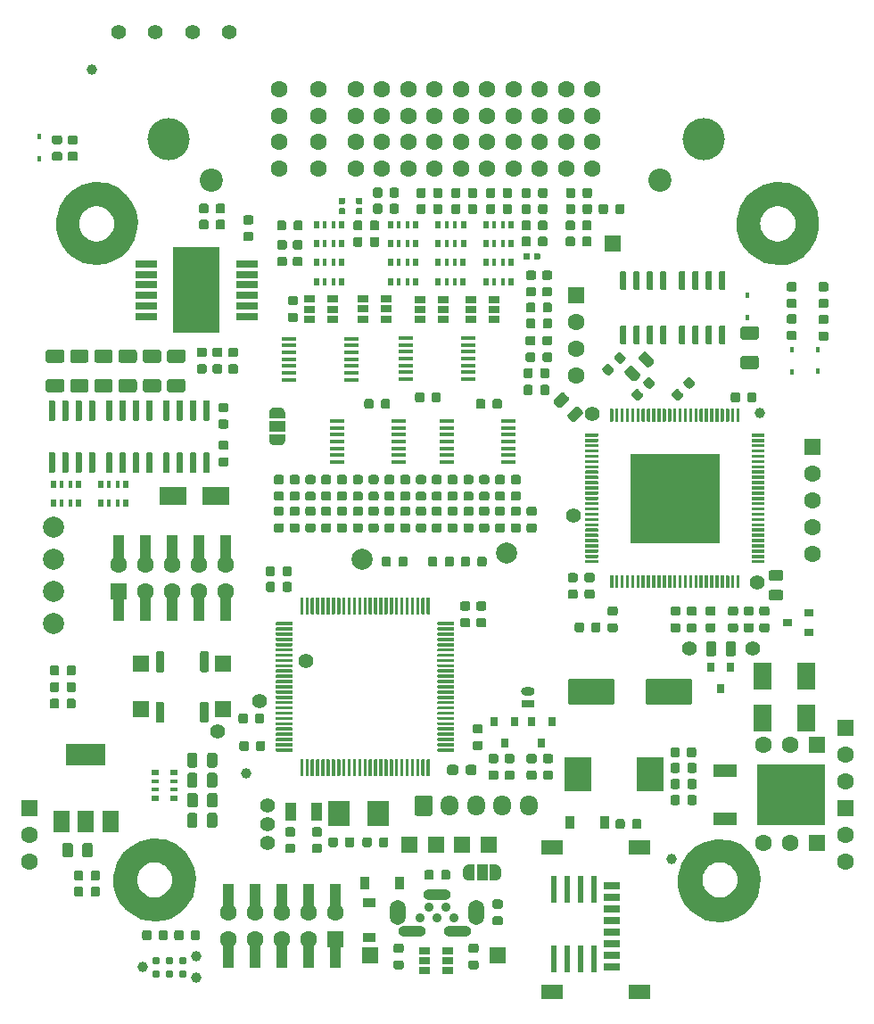
<source format=gbr>
%TF.GenerationSoftware,KiCad,Pcbnew,5.1.5+dfsg1-2build2*%
%TF.CreationDate,2021-12-30T23:42:08+01:00*%
%TF.ProjectId,micro_rusEFI,6d696372-6f5f-4727-9573-4546492e6b69,R0.5.5rc2*%
%TF.SameCoordinates,Original*%
%TF.FileFunction,Soldermask,Top*%
%TF.FilePolarity,Negative*%
%FSLAX46Y46*%
G04 Gerber Fmt 4.6, Leading zero omitted, Abs format (unit mm)*
G04 Created by KiCad (PCBNEW 5.1.5+dfsg1-2build2) date 2021-12-30 23:42:08*
%MOMM*%
%LPD*%
G04 APERTURE LIST*
%ADD10R,1.500152X1.000152*%
%ADD11C,0.100000*%
%ADD12R,2.500152X1.800152*%
%ADD13O,1.700152X1.950152*%
%ADD14O,2.616352X1.016152*%
%ADD15C,0.889152*%
%ADD16O,1.500152X2.380152*%
%ADD17R,1.200152X0.900152*%
%ADD18R,0.500152X0.800152*%
%ADD19R,0.400152X0.800152*%
%ADD20R,1.000152X3.150152*%
%ADD21R,1.000152X3.000152*%
%ADD22C,1.400152*%
%ADD23R,8.500152X8.500152*%
%ADD24R,1.450152X0.450152*%
%ADD25R,0.550152X2.540152*%
%ADD26C,0.990752*%
%ADD27C,0.787552*%
%ADD28R,0.450152X0.600152*%
%ADD29C,2.000152*%
%ADD30R,1.500152X1.500152*%
%ADD31R,0.800152X0.900152*%
%ADD32R,0.900152X0.800152*%
%ADD33R,1.800152X2.500152*%
%ADD34R,0.900152X1.200152*%
%ADD35R,2.500152X3.300152*%
%ADD36R,1.060152X0.650152*%
%ADD37R,1.000152X1.800152*%
%ADD38R,2.000152X2.400152*%
%ADD39R,3.800152X2.000152*%
%ADD40R,1.500152X2.000152*%
%ADD41C,1.000000*%
%ADD42R,0.800152X0.500152*%
%ADD43R,0.800152X0.400152*%
%ADD44R,2.200152X1.200152*%
%ADD45R,6.400152X5.800152*%
%ADD46R,2.000152X0.650152*%
%ADD47R,4.500152X8.100152*%
%ADD48R,1.000152X1.500152*%
%ADD49R,2.000152X1.450152*%
%ADD50R,1.500152X0.800152*%
%ADD51R,1.600152X1.600152*%
%ADD52C,1.600152*%
%ADD53C,4.000152*%
%ADD54C,2.200152*%
%ADD55R,1.300152X0.800152*%
%ADD56O,1.300152X0.800152*%
%ADD57R,1.524152X1.524152*%
%ADD58C,0.254000*%
G04 APERTURE END LIST*
D10*
X45745400Y-61569600D03*
D11*
G36*
X44995325Y-60269585D02*
G01*
X44995330Y-60269571D01*
X44995337Y-60269558D01*
X44995346Y-60269546D01*
X44995358Y-60269537D01*
X44995371Y-60269530D01*
X44995385Y-60269525D01*
X44995400Y-60269524D01*
X44995926Y-60269524D01*
X44995926Y-60245059D01*
X45000736Y-60196228D01*
X45000737Y-60196220D01*
X45010309Y-60148095D01*
X45010311Y-60148088D01*
X45024555Y-60101133D01*
X45024558Y-60101126D01*
X45043335Y-60055793D01*
X45043338Y-60055786D01*
X45066469Y-60012513D01*
X45066473Y-60012507D01*
X45093733Y-59971708D01*
X45093737Y-59971702D01*
X45124865Y-59933773D01*
X45124870Y-59933767D01*
X45159567Y-59899070D01*
X45159573Y-59899065D01*
X45197502Y-59867937D01*
X45197508Y-59867933D01*
X45238307Y-59840673D01*
X45238313Y-59840669D01*
X45281586Y-59817538D01*
X45281593Y-59817535D01*
X45326926Y-59798758D01*
X45326933Y-59798755D01*
X45373888Y-59784511D01*
X45373895Y-59784509D01*
X45422020Y-59774937D01*
X45422028Y-59774936D01*
X45470859Y-59770126D01*
X45495324Y-59770126D01*
X45495324Y-59769600D01*
X45495325Y-59769585D01*
X45495330Y-59769571D01*
X45495337Y-59769558D01*
X45495346Y-59769546D01*
X45495358Y-59769537D01*
X45495371Y-59769530D01*
X45495385Y-59769525D01*
X45495400Y-59769524D01*
X45995400Y-59769524D01*
X45995415Y-59769525D01*
X45995429Y-59769530D01*
X45995442Y-59769537D01*
X45995454Y-59769546D01*
X45995463Y-59769558D01*
X45995470Y-59769571D01*
X45995475Y-59769585D01*
X45995476Y-59769600D01*
X45995476Y-59770126D01*
X46019941Y-59770126D01*
X46068772Y-59774936D01*
X46068780Y-59774937D01*
X46116905Y-59784509D01*
X46116912Y-59784511D01*
X46163867Y-59798755D01*
X46163874Y-59798758D01*
X46209207Y-59817535D01*
X46209214Y-59817538D01*
X46252487Y-59840669D01*
X46252493Y-59840673D01*
X46293292Y-59867933D01*
X46293298Y-59867937D01*
X46331227Y-59899065D01*
X46331233Y-59899070D01*
X46365930Y-59933767D01*
X46365935Y-59933773D01*
X46397063Y-59971702D01*
X46397067Y-59971708D01*
X46424327Y-60012507D01*
X46424331Y-60012513D01*
X46447462Y-60055786D01*
X46447465Y-60055793D01*
X46466242Y-60101126D01*
X46466245Y-60101133D01*
X46480489Y-60148088D01*
X46480491Y-60148095D01*
X46490063Y-60196220D01*
X46490064Y-60196228D01*
X46494874Y-60245059D01*
X46494874Y-60269524D01*
X46495400Y-60269524D01*
X46495415Y-60269525D01*
X46495429Y-60269530D01*
X46495442Y-60269537D01*
X46495454Y-60269546D01*
X46495463Y-60269558D01*
X46495470Y-60269571D01*
X46495475Y-60269585D01*
X46495476Y-60269600D01*
X46495476Y-60819600D01*
X46495475Y-60819615D01*
X46495470Y-60819629D01*
X46495463Y-60819642D01*
X46495454Y-60819654D01*
X46495442Y-60819663D01*
X46495429Y-60819670D01*
X46495415Y-60819675D01*
X46495400Y-60819676D01*
X44995400Y-60819676D01*
X44995385Y-60819675D01*
X44995371Y-60819670D01*
X44995358Y-60819663D01*
X44995346Y-60819654D01*
X44995337Y-60819642D01*
X44995330Y-60819629D01*
X44995325Y-60819615D01*
X44995324Y-60819600D01*
X44995324Y-60269600D01*
X44995325Y-60269585D01*
G37*
G36*
X44995325Y-62319585D02*
G01*
X44995330Y-62319571D01*
X44995337Y-62319558D01*
X44995346Y-62319546D01*
X44995358Y-62319537D01*
X44995371Y-62319530D01*
X44995385Y-62319525D01*
X44995400Y-62319524D01*
X46495400Y-62319524D01*
X46495415Y-62319525D01*
X46495429Y-62319530D01*
X46495442Y-62319537D01*
X46495454Y-62319546D01*
X46495463Y-62319558D01*
X46495470Y-62319571D01*
X46495475Y-62319585D01*
X46495476Y-62319600D01*
X46495476Y-62869600D01*
X46495475Y-62869615D01*
X46495470Y-62869629D01*
X46495463Y-62869642D01*
X46495454Y-62869654D01*
X46495442Y-62869663D01*
X46495429Y-62869670D01*
X46495415Y-62869675D01*
X46495400Y-62869676D01*
X46494874Y-62869676D01*
X46494874Y-62894141D01*
X46490064Y-62942972D01*
X46490063Y-62942980D01*
X46480491Y-62991105D01*
X46480489Y-62991112D01*
X46466245Y-63038067D01*
X46466242Y-63038074D01*
X46447465Y-63083407D01*
X46447462Y-63083414D01*
X46424331Y-63126687D01*
X46424327Y-63126693D01*
X46397067Y-63167492D01*
X46397063Y-63167498D01*
X46365935Y-63205427D01*
X46365930Y-63205433D01*
X46331233Y-63240130D01*
X46331227Y-63240135D01*
X46293298Y-63271263D01*
X46293292Y-63271267D01*
X46252493Y-63298527D01*
X46252487Y-63298531D01*
X46209214Y-63321662D01*
X46209207Y-63321665D01*
X46163874Y-63340442D01*
X46163867Y-63340445D01*
X46116912Y-63354689D01*
X46116905Y-63354691D01*
X46068780Y-63364263D01*
X46068772Y-63364264D01*
X46019941Y-63369074D01*
X45995476Y-63369074D01*
X45995476Y-63369600D01*
X45995475Y-63369615D01*
X45995470Y-63369629D01*
X45995463Y-63369642D01*
X45995454Y-63369654D01*
X45995442Y-63369663D01*
X45995429Y-63369670D01*
X45995415Y-63369675D01*
X45995400Y-63369676D01*
X45495400Y-63369676D01*
X45495385Y-63369675D01*
X45495371Y-63369670D01*
X45495358Y-63369663D01*
X45495346Y-63369654D01*
X45495337Y-63369642D01*
X45495330Y-63369629D01*
X45495325Y-63369615D01*
X45495324Y-63369600D01*
X45495324Y-63369074D01*
X45470859Y-63369074D01*
X45422028Y-63364264D01*
X45422020Y-63364263D01*
X45373895Y-63354691D01*
X45373888Y-63354689D01*
X45326933Y-63340445D01*
X45326926Y-63340442D01*
X45281593Y-63321665D01*
X45281586Y-63321662D01*
X45238313Y-63298531D01*
X45238307Y-63298527D01*
X45197508Y-63271267D01*
X45197502Y-63271263D01*
X45159573Y-63240135D01*
X45159567Y-63240130D01*
X45124870Y-63205433D01*
X45124865Y-63205427D01*
X45093737Y-63167498D01*
X45093733Y-63167492D01*
X45066473Y-63126693D01*
X45066469Y-63126687D01*
X45043338Y-63083414D01*
X45043335Y-63083407D01*
X45024558Y-63038074D01*
X45024555Y-63038067D01*
X45010311Y-62991112D01*
X45010309Y-62991105D01*
X45000737Y-62942980D01*
X45000736Y-62942972D01*
X44995926Y-62894141D01*
X44995926Y-62869676D01*
X44995400Y-62869676D01*
X44995385Y-62869675D01*
X44995371Y-62869670D01*
X44995358Y-62869663D01*
X44995346Y-62869654D01*
X44995337Y-62869642D01*
X44995330Y-62869629D01*
X44995325Y-62869615D01*
X44995324Y-62869600D01*
X44995324Y-62319600D01*
X44995325Y-62319585D01*
G37*
D12*
X35900000Y-68150000D03*
X39900000Y-68150000D03*
D11*
G36*
X67827733Y-40450978D02*
G01*
X67848971Y-40454128D01*
X67869799Y-40459345D01*
X67890015Y-40466578D01*
X67909424Y-40475758D01*
X67927840Y-40486796D01*
X67945086Y-40499587D01*
X67960994Y-40514006D01*
X67975413Y-40529914D01*
X67988204Y-40547160D01*
X67999242Y-40565576D01*
X68008422Y-40584985D01*
X68015655Y-40605201D01*
X68020872Y-40626029D01*
X68024022Y-40647267D01*
X68025076Y-40668712D01*
X68025076Y-41181288D01*
X68024022Y-41202733D01*
X68020872Y-41223971D01*
X68015655Y-41244799D01*
X68008422Y-41265015D01*
X67999242Y-41284424D01*
X67988204Y-41302840D01*
X67975413Y-41320086D01*
X67960994Y-41335994D01*
X67945086Y-41350413D01*
X67927840Y-41363204D01*
X67909424Y-41374242D01*
X67890015Y-41383422D01*
X67869799Y-41390655D01*
X67848971Y-41395872D01*
X67827733Y-41399022D01*
X67806288Y-41400076D01*
X67368712Y-41400076D01*
X67347267Y-41399022D01*
X67326029Y-41395872D01*
X67305201Y-41390655D01*
X67284985Y-41383422D01*
X67265576Y-41374242D01*
X67247160Y-41363204D01*
X67229914Y-41350413D01*
X67214006Y-41335994D01*
X67199587Y-41320086D01*
X67186796Y-41302840D01*
X67175758Y-41284424D01*
X67166578Y-41265015D01*
X67159345Y-41244799D01*
X67154128Y-41223971D01*
X67150978Y-41202733D01*
X67149924Y-41181288D01*
X67149924Y-40668712D01*
X67150978Y-40647267D01*
X67154128Y-40626029D01*
X67159345Y-40605201D01*
X67166578Y-40584985D01*
X67175758Y-40565576D01*
X67186796Y-40547160D01*
X67199587Y-40529914D01*
X67214006Y-40514006D01*
X67229914Y-40499587D01*
X67247160Y-40486796D01*
X67265576Y-40475758D01*
X67284985Y-40466578D01*
X67305201Y-40459345D01*
X67326029Y-40454128D01*
X67347267Y-40450978D01*
X67368712Y-40449924D01*
X67806288Y-40449924D01*
X67827733Y-40450978D01*
G37*
G36*
X66252733Y-40450978D02*
G01*
X66273971Y-40454128D01*
X66294799Y-40459345D01*
X66315015Y-40466578D01*
X66334424Y-40475758D01*
X66352840Y-40486796D01*
X66370086Y-40499587D01*
X66385994Y-40514006D01*
X66400413Y-40529914D01*
X66413204Y-40547160D01*
X66424242Y-40565576D01*
X66433422Y-40584985D01*
X66440655Y-40605201D01*
X66445872Y-40626029D01*
X66449022Y-40647267D01*
X66450076Y-40668712D01*
X66450076Y-41181288D01*
X66449022Y-41202733D01*
X66445872Y-41223971D01*
X66440655Y-41244799D01*
X66433422Y-41265015D01*
X66424242Y-41284424D01*
X66413204Y-41302840D01*
X66400413Y-41320086D01*
X66385994Y-41335994D01*
X66370086Y-41350413D01*
X66352840Y-41363204D01*
X66334424Y-41374242D01*
X66315015Y-41383422D01*
X66294799Y-41390655D01*
X66273971Y-41395872D01*
X66252733Y-41399022D01*
X66231288Y-41400076D01*
X65793712Y-41400076D01*
X65772267Y-41399022D01*
X65751029Y-41395872D01*
X65730201Y-41390655D01*
X65709985Y-41383422D01*
X65690576Y-41374242D01*
X65672160Y-41363204D01*
X65654914Y-41350413D01*
X65639006Y-41335994D01*
X65624587Y-41320086D01*
X65611796Y-41302840D01*
X65600758Y-41284424D01*
X65591578Y-41265015D01*
X65584345Y-41244799D01*
X65579128Y-41223971D01*
X65575978Y-41202733D01*
X65574924Y-41181288D01*
X65574924Y-40668712D01*
X65575978Y-40647267D01*
X65579128Y-40626029D01*
X65584345Y-40605201D01*
X65591578Y-40584985D01*
X65600758Y-40565576D01*
X65611796Y-40547160D01*
X65624587Y-40529914D01*
X65639006Y-40514006D01*
X65654914Y-40499587D01*
X65672160Y-40486796D01*
X65690576Y-40475758D01*
X65709985Y-40466578D01*
X65730201Y-40459345D01*
X65751029Y-40454128D01*
X65772267Y-40450978D01*
X65793712Y-40449924D01*
X66231288Y-40449924D01*
X66252733Y-40450978D01*
G37*
G36*
X64527733Y-40450978D02*
G01*
X64548971Y-40454128D01*
X64569799Y-40459345D01*
X64590015Y-40466578D01*
X64609424Y-40475758D01*
X64627840Y-40486796D01*
X64645086Y-40499587D01*
X64660994Y-40514006D01*
X64675413Y-40529914D01*
X64688204Y-40547160D01*
X64699242Y-40565576D01*
X64708422Y-40584985D01*
X64715655Y-40605201D01*
X64720872Y-40626029D01*
X64724022Y-40647267D01*
X64725076Y-40668712D01*
X64725076Y-41181288D01*
X64724022Y-41202733D01*
X64720872Y-41223971D01*
X64715655Y-41244799D01*
X64708422Y-41265015D01*
X64699242Y-41284424D01*
X64688204Y-41302840D01*
X64675413Y-41320086D01*
X64660994Y-41335994D01*
X64645086Y-41350413D01*
X64627840Y-41363204D01*
X64609424Y-41374242D01*
X64590015Y-41383422D01*
X64569799Y-41390655D01*
X64548971Y-41395872D01*
X64527733Y-41399022D01*
X64506288Y-41400076D01*
X64068712Y-41400076D01*
X64047267Y-41399022D01*
X64026029Y-41395872D01*
X64005201Y-41390655D01*
X63984985Y-41383422D01*
X63965576Y-41374242D01*
X63947160Y-41363204D01*
X63929914Y-41350413D01*
X63914006Y-41335994D01*
X63899587Y-41320086D01*
X63886796Y-41302840D01*
X63875758Y-41284424D01*
X63866578Y-41265015D01*
X63859345Y-41244799D01*
X63854128Y-41223971D01*
X63850978Y-41202733D01*
X63849924Y-41181288D01*
X63849924Y-40668712D01*
X63850978Y-40647267D01*
X63854128Y-40626029D01*
X63859345Y-40605201D01*
X63866578Y-40584985D01*
X63875758Y-40565576D01*
X63886796Y-40547160D01*
X63899587Y-40529914D01*
X63914006Y-40514006D01*
X63929914Y-40499587D01*
X63947160Y-40486796D01*
X63965576Y-40475758D01*
X63984985Y-40466578D01*
X64005201Y-40459345D01*
X64026029Y-40454128D01*
X64047267Y-40450978D01*
X64068712Y-40449924D01*
X64506288Y-40449924D01*
X64527733Y-40450978D01*
G37*
G36*
X62952733Y-40450978D02*
G01*
X62973971Y-40454128D01*
X62994799Y-40459345D01*
X63015015Y-40466578D01*
X63034424Y-40475758D01*
X63052840Y-40486796D01*
X63070086Y-40499587D01*
X63085994Y-40514006D01*
X63100413Y-40529914D01*
X63113204Y-40547160D01*
X63124242Y-40565576D01*
X63133422Y-40584985D01*
X63140655Y-40605201D01*
X63145872Y-40626029D01*
X63149022Y-40647267D01*
X63150076Y-40668712D01*
X63150076Y-41181288D01*
X63149022Y-41202733D01*
X63145872Y-41223971D01*
X63140655Y-41244799D01*
X63133422Y-41265015D01*
X63124242Y-41284424D01*
X63113204Y-41302840D01*
X63100413Y-41320086D01*
X63085994Y-41335994D01*
X63070086Y-41350413D01*
X63052840Y-41363204D01*
X63034424Y-41374242D01*
X63015015Y-41383422D01*
X62994799Y-41390655D01*
X62973971Y-41395872D01*
X62952733Y-41399022D01*
X62931288Y-41400076D01*
X62493712Y-41400076D01*
X62472267Y-41399022D01*
X62451029Y-41395872D01*
X62430201Y-41390655D01*
X62409985Y-41383422D01*
X62390576Y-41374242D01*
X62372160Y-41363204D01*
X62354914Y-41350413D01*
X62339006Y-41335994D01*
X62324587Y-41320086D01*
X62311796Y-41302840D01*
X62300758Y-41284424D01*
X62291578Y-41265015D01*
X62284345Y-41244799D01*
X62279128Y-41223971D01*
X62275978Y-41202733D01*
X62274924Y-41181288D01*
X62274924Y-40668712D01*
X62275978Y-40647267D01*
X62279128Y-40626029D01*
X62284345Y-40605201D01*
X62291578Y-40584985D01*
X62300758Y-40565576D01*
X62311796Y-40547160D01*
X62324587Y-40529914D01*
X62339006Y-40514006D01*
X62354914Y-40499587D01*
X62372160Y-40486796D01*
X62390576Y-40475758D01*
X62409985Y-40466578D01*
X62430201Y-40459345D01*
X62451029Y-40454128D01*
X62472267Y-40450978D01*
X62493712Y-40449924D01*
X62931288Y-40449924D01*
X62952733Y-40450978D01*
G37*
G36*
X71202733Y-43550978D02*
G01*
X71223971Y-43554128D01*
X71244799Y-43559345D01*
X71265015Y-43566578D01*
X71284424Y-43575758D01*
X71302840Y-43586796D01*
X71320086Y-43599587D01*
X71335994Y-43614006D01*
X71350413Y-43629914D01*
X71363204Y-43647160D01*
X71374242Y-43665576D01*
X71383422Y-43684985D01*
X71390655Y-43705201D01*
X71395872Y-43726029D01*
X71399022Y-43747267D01*
X71400076Y-43768712D01*
X71400076Y-44281288D01*
X71399022Y-44302733D01*
X71395872Y-44323971D01*
X71390655Y-44344799D01*
X71383422Y-44365015D01*
X71374242Y-44384424D01*
X71363204Y-44402840D01*
X71350413Y-44420086D01*
X71335994Y-44435994D01*
X71320086Y-44450413D01*
X71302840Y-44463204D01*
X71284424Y-44474242D01*
X71265015Y-44483422D01*
X71244799Y-44490655D01*
X71223971Y-44495872D01*
X71202733Y-44499022D01*
X71181288Y-44500076D01*
X70743712Y-44500076D01*
X70722267Y-44499022D01*
X70701029Y-44495872D01*
X70680201Y-44490655D01*
X70659985Y-44483422D01*
X70640576Y-44474242D01*
X70622160Y-44463204D01*
X70604914Y-44450413D01*
X70589006Y-44435994D01*
X70574587Y-44420086D01*
X70561796Y-44402840D01*
X70550758Y-44384424D01*
X70541578Y-44365015D01*
X70534345Y-44344799D01*
X70529128Y-44323971D01*
X70525978Y-44302733D01*
X70524924Y-44281288D01*
X70524924Y-43768712D01*
X70525978Y-43747267D01*
X70529128Y-43726029D01*
X70534345Y-43705201D01*
X70541578Y-43684985D01*
X70550758Y-43665576D01*
X70561796Y-43647160D01*
X70574587Y-43629914D01*
X70589006Y-43614006D01*
X70604914Y-43599587D01*
X70622160Y-43586796D01*
X70640576Y-43575758D01*
X70659985Y-43566578D01*
X70680201Y-43559345D01*
X70701029Y-43554128D01*
X70722267Y-43550978D01*
X70743712Y-43549924D01*
X71181288Y-43549924D01*
X71202733Y-43550978D01*
G37*
G36*
X69627733Y-43550978D02*
G01*
X69648971Y-43554128D01*
X69669799Y-43559345D01*
X69690015Y-43566578D01*
X69709424Y-43575758D01*
X69727840Y-43586796D01*
X69745086Y-43599587D01*
X69760994Y-43614006D01*
X69775413Y-43629914D01*
X69788204Y-43647160D01*
X69799242Y-43665576D01*
X69808422Y-43684985D01*
X69815655Y-43705201D01*
X69820872Y-43726029D01*
X69824022Y-43747267D01*
X69825076Y-43768712D01*
X69825076Y-44281288D01*
X69824022Y-44302733D01*
X69820872Y-44323971D01*
X69815655Y-44344799D01*
X69808422Y-44365015D01*
X69799242Y-44384424D01*
X69788204Y-44402840D01*
X69775413Y-44420086D01*
X69760994Y-44435994D01*
X69745086Y-44450413D01*
X69727840Y-44463204D01*
X69709424Y-44474242D01*
X69690015Y-44483422D01*
X69669799Y-44490655D01*
X69648971Y-44495872D01*
X69627733Y-44499022D01*
X69606288Y-44500076D01*
X69168712Y-44500076D01*
X69147267Y-44499022D01*
X69126029Y-44495872D01*
X69105201Y-44490655D01*
X69084985Y-44483422D01*
X69065576Y-44474242D01*
X69047160Y-44463204D01*
X69029914Y-44450413D01*
X69014006Y-44435994D01*
X68999587Y-44420086D01*
X68986796Y-44402840D01*
X68975758Y-44384424D01*
X68966578Y-44365015D01*
X68959345Y-44344799D01*
X68954128Y-44323971D01*
X68950978Y-44302733D01*
X68949924Y-44281288D01*
X68949924Y-43768712D01*
X68950978Y-43747267D01*
X68954128Y-43726029D01*
X68959345Y-43705201D01*
X68966578Y-43684985D01*
X68975758Y-43665576D01*
X68986796Y-43647160D01*
X68999587Y-43629914D01*
X69014006Y-43614006D01*
X69029914Y-43599587D01*
X69047160Y-43586796D01*
X69065576Y-43575758D01*
X69084985Y-43566578D01*
X69105201Y-43559345D01*
X69126029Y-43554128D01*
X69147267Y-43550978D01*
X69168712Y-43549924D01*
X69606288Y-43549924D01*
X69627733Y-43550978D01*
G37*
G36*
X64527733Y-38925978D02*
G01*
X64548971Y-38929128D01*
X64569799Y-38934345D01*
X64590015Y-38941578D01*
X64609424Y-38950758D01*
X64627840Y-38961796D01*
X64645086Y-38974587D01*
X64660994Y-38989006D01*
X64675413Y-39004914D01*
X64688204Y-39022160D01*
X64699242Y-39040576D01*
X64708422Y-39059985D01*
X64715655Y-39080201D01*
X64720872Y-39101029D01*
X64724022Y-39122267D01*
X64725076Y-39143712D01*
X64725076Y-39656288D01*
X64724022Y-39677733D01*
X64720872Y-39698971D01*
X64715655Y-39719799D01*
X64708422Y-39740015D01*
X64699242Y-39759424D01*
X64688204Y-39777840D01*
X64675413Y-39795086D01*
X64660994Y-39810994D01*
X64645086Y-39825413D01*
X64627840Y-39838204D01*
X64609424Y-39849242D01*
X64590015Y-39858422D01*
X64569799Y-39865655D01*
X64548971Y-39870872D01*
X64527733Y-39874022D01*
X64506288Y-39875076D01*
X64068712Y-39875076D01*
X64047267Y-39874022D01*
X64026029Y-39870872D01*
X64005201Y-39865655D01*
X63984985Y-39858422D01*
X63965576Y-39849242D01*
X63947160Y-39838204D01*
X63929914Y-39825413D01*
X63914006Y-39810994D01*
X63899587Y-39795086D01*
X63886796Y-39777840D01*
X63875758Y-39759424D01*
X63866578Y-39740015D01*
X63859345Y-39719799D01*
X63854128Y-39698971D01*
X63850978Y-39677733D01*
X63849924Y-39656288D01*
X63849924Y-39143712D01*
X63850978Y-39122267D01*
X63854128Y-39101029D01*
X63859345Y-39080201D01*
X63866578Y-39059985D01*
X63875758Y-39040576D01*
X63886796Y-39022160D01*
X63899587Y-39004914D01*
X63914006Y-38989006D01*
X63929914Y-38974587D01*
X63947160Y-38961796D01*
X63965576Y-38950758D01*
X63984985Y-38941578D01*
X64005201Y-38934345D01*
X64026029Y-38929128D01*
X64047267Y-38925978D01*
X64068712Y-38924924D01*
X64506288Y-38924924D01*
X64527733Y-38925978D01*
G37*
G36*
X62952733Y-38925978D02*
G01*
X62973971Y-38929128D01*
X62994799Y-38934345D01*
X63015015Y-38941578D01*
X63034424Y-38950758D01*
X63052840Y-38961796D01*
X63070086Y-38974587D01*
X63085994Y-38989006D01*
X63100413Y-39004914D01*
X63113204Y-39022160D01*
X63124242Y-39040576D01*
X63133422Y-39059985D01*
X63140655Y-39080201D01*
X63145872Y-39101029D01*
X63149022Y-39122267D01*
X63150076Y-39143712D01*
X63150076Y-39656288D01*
X63149022Y-39677733D01*
X63145872Y-39698971D01*
X63140655Y-39719799D01*
X63133422Y-39740015D01*
X63124242Y-39759424D01*
X63113204Y-39777840D01*
X63100413Y-39795086D01*
X63085994Y-39810994D01*
X63070086Y-39825413D01*
X63052840Y-39838204D01*
X63034424Y-39849242D01*
X63015015Y-39858422D01*
X62994799Y-39865655D01*
X62973971Y-39870872D01*
X62952733Y-39874022D01*
X62931288Y-39875076D01*
X62493712Y-39875076D01*
X62472267Y-39874022D01*
X62451029Y-39870872D01*
X62430201Y-39865655D01*
X62409985Y-39858422D01*
X62390576Y-39849242D01*
X62372160Y-39838204D01*
X62354914Y-39825413D01*
X62339006Y-39810994D01*
X62324587Y-39795086D01*
X62311796Y-39777840D01*
X62300758Y-39759424D01*
X62291578Y-39740015D01*
X62284345Y-39719799D01*
X62279128Y-39698971D01*
X62275978Y-39677733D01*
X62274924Y-39656288D01*
X62274924Y-39143712D01*
X62275978Y-39122267D01*
X62279128Y-39101029D01*
X62284345Y-39080201D01*
X62291578Y-39059985D01*
X62300758Y-39040576D01*
X62311796Y-39022160D01*
X62324587Y-39004914D01*
X62339006Y-38989006D01*
X62354914Y-38974587D01*
X62372160Y-38961796D01*
X62390576Y-38950758D01*
X62409985Y-38941578D01*
X62430201Y-38934345D01*
X62451029Y-38929128D01*
X62472267Y-38925978D01*
X62493712Y-38924924D01*
X62931288Y-38924924D01*
X62952733Y-38925978D01*
G37*
G36*
X55527733Y-40425978D02*
G01*
X55548971Y-40429128D01*
X55569799Y-40434345D01*
X55590015Y-40441578D01*
X55609424Y-40450758D01*
X55627840Y-40461796D01*
X55645086Y-40474587D01*
X55660994Y-40489006D01*
X55675413Y-40504914D01*
X55688204Y-40522160D01*
X55699242Y-40540576D01*
X55708422Y-40559985D01*
X55715655Y-40580201D01*
X55720872Y-40601029D01*
X55724022Y-40622267D01*
X55725076Y-40643712D01*
X55725076Y-41156288D01*
X55724022Y-41177733D01*
X55720872Y-41198971D01*
X55715655Y-41219799D01*
X55708422Y-41240015D01*
X55699242Y-41259424D01*
X55688204Y-41277840D01*
X55675413Y-41295086D01*
X55660994Y-41310994D01*
X55645086Y-41325413D01*
X55627840Y-41338204D01*
X55609424Y-41349242D01*
X55590015Y-41358422D01*
X55569799Y-41365655D01*
X55548971Y-41370872D01*
X55527733Y-41374022D01*
X55506288Y-41375076D01*
X55068712Y-41375076D01*
X55047267Y-41374022D01*
X55026029Y-41370872D01*
X55005201Y-41365655D01*
X54984985Y-41358422D01*
X54965576Y-41349242D01*
X54947160Y-41338204D01*
X54929914Y-41325413D01*
X54914006Y-41310994D01*
X54899587Y-41295086D01*
X54886796Y-41277840D01*
X54875758Y-41259424D01*
X54866578Y-41240015D01*
X54859345Y-41219799D01*
X54854128Y-41198971D01*
X54850978Y-41177733D01*
X54849924Y-41156288D01*
X54849924Y-40643712D01*
X54850978Y-40622267D01*
X54854128Y-40601029D01*
X54859345Y-40580201D01*
X54866578Y-40559985D01*
X54875758Y-40540576D01*
X54886796Y-40522160D01*
X54899587Y-40504914D01*
X54914006Y-40489006D01*
X54929914Y-40474587D01*
X54947160Y-40461796D01*
X54965576Y-40450758D01*
X54984985Y-40441578D01*
X55005201Y-40434345D01*
X55026029Y-40429128D01*
X55047267Y-40425978D01*
X55068712Y-40424924D01*
X55506288Y-40424924D01*
X55527733Y-40425978D01*
G37*
G36*
X57102733Y-40425978D02*
G01*
X57123971Y-40429128D01*
X57144799Y-40434345D01*
X57165015Y-40441578D01*
X57184424Y-40450758D01*
X57202840Y-40461796D01*
X57220086Y-40474587D01*
X57235994Y-40489006D01*
X57250413Y-40504914D01*
X57263204Y-40522160D01*
X57274242Y-40540576D01*
X57283422Y-40559985D01*
X57290655Y-40580201D01*
X57295872Y-40601029D01*
X57299022Y-40622267D01*
X57300076Y-40643712D01*
X57300076Y-41156288D01*
X57299022Y-41177733D01*
X57295872Y-41198971D01*
X57290655Y-41219799D01*
X57283422Y-41240015D01*
X57274242Y-41259424D01*
X57263204Y-41277840D01*
X57250413Y-41295086D01*
X57235994Y-41310994D01*
X57220086Y-41325413D01*
X57202840Y-41338204D01*
X57184424Y-41349242D01*
X57165015Y-41358422D01*
X57144799Y-41365655D01*
X57123971Y-41370872D01*
X57102733Y-41374022D01*
X57081288Y-41375076D01*
X56643712Y-41375076D01*
X56622267Y-41374022D01*
X56601029Y-41370872D01*
X56580201Y-41365655D01*
X56559985Y-41358422D01*
X56540576Y-41349242D01*
X56522160Y-41338204D01*
X56504914Y-41325413D01*
X56489006Y-41310994D01*
X56474587Y-41295086D01*
X56461796Y-41277840D01*
X56450758Y-41259424D01*
X56441578Y-41240015D01*
X56434345Y-41219799D01*
X56429128Y-41198971D01*
X56425978Y-41177733D01*
X56424924Y-41156288D01*
X56424924Y-40643712D01*
X56425978Y-40622267D01*
X56429128Y-40601029D01*
X56434345Y-40580201D01*
X56441578Y-40559985D01*
X56450758Y-40540576D01*
X56461796Y-40522160D01*
X56474587Y-40504914D01*
X56489006Y-40489006D01*
X56504914Y-40474587D01*
X56522160Y-40461796D01*
X56540576Y-40450758D01*
X56559985Y-40441578D01*
X56580201Y-40434345D01*
X56601029Y-40429128D01*
X56622267Y-40425978D01*
X56643712Y-40424924D01*
X57081288Y-40424924D01*
X57102733Y-40425978D01*
G37*
G36*
X71202733Y-40450978D02*
G01*
X71223971Y-40454128D01*
X71244799Y-40459345D01*
X71265015Y-40466578D01*
X71284424Y-40475758D01*
X71302840Y-40486796D01*
X71320086Y-40499587D01*
X71335994Y-40514006D01*
X71350413Y-40529914D01*
X71363204Y-40547160D01*
X71374242Y-40565576D01*
X71383422Y-40584985D01*
X71390655Y-40605201D01*
X71395872Y-40626029D01*
X71399022Y-40647267D01*
X71400076Y-40668712D01*
X71400076Y-41181288D01*
X71399022Y-41202733D01*
X71395872Y-41223971D01*
X71390655Y-41244799D01*
X71383422Y-41265015D01*
X71374242Y-41284424D01*
X71363204Y-41302840D01*
X71350413Y-41320086D01*
X71335994Y-41335994D01*
X71320086Y-41350413D01*
X71302840Y-41363204D01*
X71284424Y-41374242D01*
X71265015Y-41383422D01*
X71244799Y-41390655D01*
X71223971Y-41395872D01*
X71202733Y-41399022D01*
X71181288Y-41400076D01*
X70743712Y-41400076D01*
X70722267Y-41399022D01*
X70701029Y-41395872D01*
X70680201Y-41390655D01*
X70659985Y-41383422D01*
X70640576Y-41374242D01*
X70622160Y-41363204D01*
X70604914Y-41350413D01*
X70589006Y-41335994D01*
X70574587Y-41320086D01*
X70561796Y-41302840D01*
X70550758Y-41284424D01*
X70541578Y-41265015D01*
X70534345Y-41244799D01*
X70529128Y-41223971D01*
X70525978Y-41202733D01*
X70524924Y-41181288D01*
X70524924Y-40668712D01*
X70525978Y-40647267D01*
X70529128Y-40626029D01*
X70534345Y-40605201D01*
X70541578Y-40584985D01*
X70550758Y-40565576D01*
X70561796Y-40547160D01*
X70574587Y-40529914D01*
X70589006Y-40514006D01*
X70604914Y-40499587D01*
X70622160Y-40486796D01*
X70640576Y-40475758D01*
X70659985Y-40466578D01*
X70680201Y-40459345D01*
X70701029Y-40454128D01*
X70722267Y-40450978D01*
X70743712Y-40449924D01*
X71181288Y-40449924D01*
X71202733Y-40450978D01*
G37*
G36*
X69627733Y-40450978D02*
G01*
X69648971Y-40454128D01*
X69669799Y-40459345D01*
X69690015Y-40466578D01*
X69709424Y-40475758D01*
X69727840Y-40486796D01*
X69745086Y-40499587D01*
X69760994Y-40514006D01*
X69775413Y-40529914D01*
X69788204Y-40547160D01*
X69799242Y-40565576D01*
X69808422Y-40584985D01*
X69815655Y-40605201D01*
X69820872Y-40626029D01*
X69824022Y-40647267D01*
X69825076Y-40668712D01*
X69825076Y-41181288D01*
X69824022Y-41202733D01*
X69820872Y-41223971D01*
X69815655Y-41244799D01*
X69808422Y-41265015D01*
X69799242Y-41284424D01*
X69788204Y-41302840D01*
X69775413Y-41320086D01*
X69760994Y-41335994D01*
X69745086Y-41350413D01*
X69727840Y-41363204D01*
X69709424Y-41374242D01*
X69690015Y-41383422D01*
X69669799Y-41390655D01*
X69648971Y-41395872D01*
X69627733Y-41399022D01*
X69606288Y-41400076D01*
X69168712Y-41400076D01*
X69147267Y-41399022D01*
X69126029Y-41395872D01*
X69105201Y-41390655D01*
X69084985Y-41383422D01*
X69065576Y-41374242D01*
X69047160Y-41363204D01*
X69029914Y-41350413D01*
X69014006Y-41335994D01*
X68999587Y-41320086D01*
X68986796Y-41302840D01*
X68975758Y-41284424D01*
X68966578Y-41265015D01*
X68959345Y-41244799D01*
X68954128Y-41223971D01*
X68950978Y-41202733D01*
X68949924Y-41181288D01*
X68949924Y-40668712D01*
X68950978Y-40647267D01*
X68954128Y-40626029D01*
X68959345Y-40605201D01*
X68966578Y-40584985D01*
X68975758Y-40565576D01*
X68986796Y-40547160D01*
X68999587Y-40529914D01*
X69014006Y-40514006D01*
X69029914Y-40499587D01*
X69047160Y-40486796D01*
X69065576Y-40475758D01*
X69084985Y-40466578D01*
X69105201Y-40459345D01*
X69126029Y-40454128D01*
X69147267Y-40450978D01*
X69168712Y-40449924D01*
X69606288Y-40449924D01*
X69627733Y-40450978D01*
G37*
G36*
X71202733Y-38925978D02*
G01*
X71223971Y-38929128D01*
X71244799Y-38934345D01*
X71265015Y-38941578D01*
X71284424Y-38950758D01*
X71302840Y-38961796D01*
X71320086Y-38974587D01*
X71335994Y-38989006D01*
X71350413Y-39004914D01*
X71363204Y-39022160D01*
X71374242Y-39040576D01*
X71383422Y-39059985D01*
X71390655Y-39080201D01*
X71395872Y-39101029D01*
X71399022Y-39122267D01*
X71400076Y-39143712D01*
X71400076Y-39656288D01*
X71399022Y-39677733D01*
X71395872Y-39698971D01*
X71390655Y-39719799D01*
X71383422Y-39740015D01*
X71374242Y-39759424D01*
X71363204Y-39777840D01*
X71350413Y-39795086D01*
X71335994Y-39810994D01*
X71320086Y-39825413D01*
X71302840Y-39838204D01*
X71284424Y-39849242D01*
X71265015Y-39858422D01*
X71244799Y-39865655D01*
X71223971Y-39870872D01*
X71202733Y-39874022D01*
X71181288Y-39875076D01*
X70743712Y-39875076D01*
X70722267Y-39874022D01*
X70701029Y-39870872D01*
X70680201Y-39865655D01*
X70659985Y-39858422D01*
X70640576Y-39849242D01*
X70622160Y-39838204D01*
X70604914Y-39825413D01*
X70589006Y-39810994D01*
X70574587Y-39795086D01*
X70561796Y-39777840D01*
X70550758Y-39759424D01*
X70541578Y-39740015D01*
X70534345Y-39719799D01*
X70529128Y-39698971D01*
X70525978Y-39677733D01*
X70524924Y-39656288D01*
X70524924Y-39143712D01*
X70525978Y-39122267D01*
X70529128Y-39101029D01*
X70534345Y-39080201D01*
X70541578Y-39059985D01*
X70550758Y-39040576D01*
X70561796Y-39022160D01*
X70574587Y-39004914D01*
X70589006Y-38989006D01*
X70604914Y-38974587D01*
X70622160Y-38961796D01*
X70640576Y-38950758D01*
X70659985Y-38941578D01*
X70680201Y-38934345D01*
X70701029Y-38929128D01*
X70722267Y-38925978D01*
X70743712Y-38924924D01*
X71181288Y-38924924D01*
X71202733Y-38925978D01*
G37*
G36*
X69627733Y-38925978D02*
G01*
X69648971Y-38929128D01*
X69669799Y-38934345D01*
X69690015Y-38941578D01*
X69709424Y-38950758D01*
X69727840Y-38961796D01*
X69745086Y-38974587D01*
X69760994Y-38989006D01*
X69775413Y-39004914D01*
X69788204Y-39022160D01*
X69799242Y-39040576D01*
X69808422Y-39059985D01*
X69815655Y-39080201D01*
X69820872Y-39101029D01*
X69824022Y-39122267D01*
X69825076Y-39143712D01*
X69825076Y-39656288D01*
X69824022Y-39677733D01*
X69820872Y-39698971D01*
X69815655Y-39719799D01*
X69808422Y-39740015D01*
X69799242Y-39759424D01*
X69788204Y-39777840D01*
X69775413Y-39795086D01*
X69760994Y-39810994D01*
X69745086Y-39825413D01*
X69727840Y-39838204D01*
X69709424Y-39849242D01*
X69690015Y-39858422D01*
X69669799Y-39865655D01*
X69648971Y-39870872D01*
X69627733Y-39874022D01*
X69606288Y-39875076D01*
X69168712Y-39875076D01*
X69147267Y-39874022D01*
X69126029Y-39870872D01*
X69105201Y-39865655D01*
X69084985Y-39858422D01*
X69065576Y-39849242D01*
X69047160Y-39838204D01*
X69029914Y-39825413D01*
X69014006Y-39810994D01*
X68999587Y-39795086D01*
X68986796Y-39777840D01*
X68975758Y-39759424D01*
X68966578Y-39740015D01*
X68959345Y-39719799D01*
X68954128Y-39698971D01*
X68950978Y-39677733D01*
X68949924Y-39656288D01*
X68949924Y-39143712D01*
X68950978Y-39122267D01*
X68954128Y-39101029D01*
X68959345Y-39080201D01*
X68966578Y-39059985D01*
X68975758Y-39040576D01*
X68986796Y-39022160D01*
X68999587Y-39004914D01*
X69014006Y-38989006D01*
X69029914Y-38974587D01*
X69047160Y-38961796D01*
X69065576Y-38950758D01*
X69084985Y-38941578D01*
X69105201Y-38934345D01*
X69126029Y-38929128D01*
X69147267Y-38925978D01*
X69168712Y-38924924D01*
X69606288Y-38924924D01*
X69627733Y-38925978D01*
G37*
G36*
X67827733Y-38925978D02*
G01*
X67848971Y-38929128D01*
X67869799Y-38934345D01*
X67890015Y-38941578D01*
X67909424Y-38950758D01*
X67927840Y-38961796D01*
X67945086Y-38974587D01*
X67960994Y-38989006D01*
X67975413Y-39004914D01*
X67988204Y-39022160D01*
X67999242Y-39040576D01*
X68008422Y-39059985D01*
X68015655Y-39080201D01*
X68020872Y-39101029D01*
X68024022Y-39122267D01*
X68025076Y-39143712D01*
X68025076Y-39656288D01*
X68024022Y-39677733D01*
X68020872Y-39698971D01*
X68015655Y-39719799D01*
X68008422Y-39740015D01*
X67999242Y-39759424D01*
X67988204Y-39777840D01*
X67975413Y-39795086D01*
X67960994Y-39810994D01*
X67945086Y-39825413D01*
X67927840Y-39838204D01*
X67909424Y-39849242D01*
X67890015Y-39858422D01*
X67869799Y-39865655D01*
X67848971Y-39870872D01*
X67827733Y-39874022D01*
X67806288Y-39875076D01*
X67368712Y-39875076D01*
X67347267Y-39874022D01*
X67326029Y-39870872D01*
X67305201Y-39865655D01*
X67284985Y-39858422D01*
X67265576Y-39849242D01*
X67247160Y-39838204D01*
X67229914Y-39825413D01*
X67214006Y-39810994D01*
X67199587Y-39795086D01*
X67186796Y-39777840D01*
X67175758Y-39759424D01*
X67166578Y-39740015D01*
X67159345Y-39719799D01*
X67154128Y-39698971D01*
X67150978Y-39677733D01*
X67149924Y-39656288D01*
X67149924Y-39143712D01*
X67150978Y-39122267D01*
X67154128Y-39101029D01*
X67159345Y-39080201D01*
X67166578Y-39059985D01*
X67175758Y-39040576D01*
X67186796Y-39022160D01*
X67199587Y-39004914D01*
X67214006Y-38989006D01*
X67229914Y-38974587D01*
X67247160Y-38961796D01*
X67265576Y-38950758D01*
X67284985Y-38941578D01*
X67305201Y-38934345D01*
X67326029Y-38929128D01*
X67347267Y-38925978D01*
X67368712Y-38924924D01*
X67806288Y-38924924D01*
X67827733Y-38925978D01*
G37*
G36*
X66252733Y-38925978D02*
G01*
X66273971Y-38929128D01*
X66294799Y-38934345D01*
X66315015Y-38941578D01*
X66334424Y-38950758D01*
X66352840Y-38961796D01*
X66370086Y-38974587D01*
X66385994Y-38989006D01*
X66400413Y-39004914D01*
X66413204Y-39022160D01*
X66424242Y-39040576D01*
X66433422Y-39059985D01*
X66440655Y-39080201D01*
X66445872Y-39101029D01*
X66449022Y-39122267D01*
X66450076Y-39143712D01*
X66450076Y-39656288D01*
X66449022Y-39677733D01*
X66445872Y-39698971D01*
X66440655Y-39719799D01*
X66433422Y-39740015D01*
X66424242Y-39759424D01*
X66413204Y-39777840D01*
X66400413Y-39795086D01*
X66385994Y-39810994D01*
X66370086Y-39825413D01*
X66352840Y-39838204D01*
X66334424Y-39849242D01*
X66315015Y-39858422D01*
X66294799Y-39865655D01*
X66273971Y-39870872D01*
X66252733Y-39874022D01*
X66231288Y-39875076D01*
X65793712Y-39875076D01*
X65772267Y-39874022D01*
X65751029Y-39870872D01*
X65730201Y-39865655D01*
X65709985Y-39858422D01*
X65690576Y-39849242D01*
X65672160Y-39838204D01*
X65654914Y-39825413D01*
X65639006Y-39810994D01*
X65624587Y-39795086D01*
X65611796Y-39777840D01*
X65600758Y-39759424D01*
X65591578Y-39740015D01*
X65584345Y-39719799D01*
X65579128Y-39698971D01*
X65575978Y-39677733D01*
X65574924Y-39656288D01*
X65574924Y-39143712D01*
X65575978Y-39122267D01*
X65579128Y-39101029D01*
X65584345Y-39080201D01*
X65591578Y-39059985D01*
X65600758Y-39040576D01*
X65611796Y-39022160D01*
X65624587Y-39004914D01*
X65639006Y-38989006D01*
X65654914Y-38974587D01*
X65672160Y-38961796D01*
X65690576Y-38950758D01*
X65709985Y-38941578D01*
X65730201Y-38934345D01*
X65751029Y-38929128D01*
X65772267Y-38925978D01*
X65793712Y-38924924D01*
X66231288Y-38924924D01*
X66252733Y-38925978D01*
G37*
G36*
X71202733Y-42025978D02*
G01*
X71223971Y-42029128D01*
X71244799Y-42034345D01*
X71265015Y-42041578D01*
X71284424Y-42050758D01*
X71302840Y-42061796D01*
X71320086Y-42074587D01*
X71335994Y-42089006D01*
X71350413Y-42104914D01*
X71363204Y-42122160D01*
X71374242Y-42140576D01*
X71383422Y-42159985D01*
X71390655Y-42180201D01*
X71395872Y-42201029D01*
X71399022Y-42222267D01*
X71400076Y-42243712D01*
X71400076Y-42756288D01*
X71399022Y-42777733D01*
X71395872Y-42798971D01*
X71390655Y-42819799D01*
X71383422Y-42840015D01*
X71374242Y-42859424D01*
X71363204Y-42877840D01*
X71350413Y-42895086D01*
X71335994Y-42910994D01*
X71320086Y-42925413D01*
X71302840Y-42938204D01*
X71284424Y-42949242D01*
X71265015Y-42958422D01*
X71244799Y-42965655D01*
X71223971Y-42970872D01*
X71202733Y-42974022D01*
X71181288Y-42975076D01*
X70743712Y-42975076D01*
X70722267Y-42974022D01*
X70701029Y-42970872D01*
X70680201Y-42965655D01*
X70659985Y-42958422D01*
X70640576Y-42949242D01*
X70622160Y-42938204D01*
X70604914Y-42925413D01*
X70589006Y-42910994D01*
X70574587Y-42895086D01*
X70561796Y-42877840D01*
X70550758Y-42859424D01*
X70541578Y-42840015D01*
X70534345Y-42819799D01*
X70529128Y-42798971D01*
X70525978Y-42777733D01*
X70524924Y-42756288D01*
X70524924Y-42243712D01*
X70525978Y-42222267D01*
X70529128Y-42201029D01*
X70534345Y-42180201D01*
X70541578Y-42159985D01*
X70550758Y-42140576D01*
X70561796Y-42122160D01*
X70574587Y-42104914D01*
X70589006Y-42089006D01*
X70604914Y-42074587D01*
X70622160Y-42061796D01*
X70640576Y-42050758D01*
X70659985Y-42041578D01*
X70680201Y-42034345D01*
X70701029Y-42029128D01*
X70722267Y-42025978D01*
X70743712Y-42024924D01*
X71181288Y-42024924D01*
X71202733Y-42025978D01*
G37*
G36*
X69627733Y-42025978D02*
G01*
X69648971Y-42029128D01*
X69669799Y-42034345D01*
X69690015Y-42041578D01*
X69709424Y-42050758D01*
X69727840Y-42061796D01*
X69745086Y-42074587D01*
X69760994Y-42089006D01*
X69775413Y-42104914D01*
X69788204Y-42122160D01*
X69799242Y-42140576D01*
X69808422Y-42159985D01*
X69815655Y-42180201D01*
X69820872Y-42201029D01*
X69824022Y-42222267D01*
X69825076Y-42243712D01*
X69825076Y-42756288D01*
X69824022Y-42777733D01*
X69820872Y-42798971D01*
X69815655Y-42819799D01*
X69808422Y-42840015D01*
X69799242Y-42859424D01*
X69788204Y-42877840D01*
X69775413Y-42895086D01*
X69760994Y-42910994D01*
X69745086Y-42925413D01*
X69727840Y-42938204D01*
X69709424Y-42949242D01*
X69690015Y-42958422D01*
X69669799Y-42965655D01*
X69648971Y-42970872D01*
X69627733Y-42974022D01*
X69606288Y-42975076D01*
X69168712Y-42975076D01*
X69147267Y-42974022D01*
X69126029Y-42970872D01*
X69105201Y-42965655D01*
X69084985Y-42958422D01*
X69065576Y-42949242D01*
X69047160Y-42938204D01*
X69029914Y-42925413D01*
X69014006Y-42910994D01*
X68999587Y-42895086D01*
X68986796Y-42877840D01*
X68975758Y-42859424D01*
X68966578Y-42840015D01*
X68959345Y-42819799D01*
X68954128Y-42798971D01*
X68950978Y-42777733D01*
X68949924Y-42756288D01*
X68949924Y-42243712D01*
X68950978Y-42222267D01*
X68954128Y-42201029D01*
X68959345Y-42180201D01*
X68966578Y-42159985D01*
X68975758Y-42140576D01*
X68986796Y-42122160D01*
X68999587Y-42104914D01*
X69014006Y-42089006D01*
X69029914Y-42074587D01*
X69047160Y-42061796D01*
X69065576Y-42050758D01*
X69084985Y-42041578D01*
X69105201Y-42034345D01*
X69126029Y-42029128D01*
X69147267Y-42025978D01*
X69168712Y-42024924D01*
X69606288Y-42024924D01*
X69627733Y-42025978D01*
G37*
G36*
X57102733Y-38900978D02*
G01*
X57123971Y-38904128D01*
X57144799Y-38909345D01*
X57165015Y-38916578D01*
X57184424Y-38925758D01*
X57202840Y-38936796D01*
X57220086Y-38949587D01*
X57235994Y-38964006D01*
X57250413Y-38979914D01*
X57263204Y-38997160D01*
X57274242Y-39015576D01*
X57283422Y-39034985D01*
X57290655Y-39055201D01*
X57295872Y-39076029D01*
X57299022Y-39097267D01*
X57300076Y-39118712D01*
X57300076Y-39631288D01*
X57299022Y-39652733D01*
X57295872Y-39673971D01*
X57290655Y-39694799D01*
X57283422Y-39715015D01*
X57274242Y-39734424D01*
X57263204Y-39752840D01*
X57250413Y-39770086D01*
X57235994Y-39785994D01*
X57220086Y-39800413D01*
X57202840Y-39813204D01*
X57184424Y-39824242D01*
X57165015Y-39833422D01*
X57144799Y-39840655D01*
X57123971Y-39845872D01*
X57102733Y-39849022D01*
X57081288Y-39850076D01*
X56643712Y-39850076D01*
X56622267Y-39849022D01*
X56601029Y-39845872D01*
X56580201Y-39840655D01*
X56559985Y-39833422D01*
X56540576Y-39824242D01*
X56522160Y-39813204D01*
X56504914Y-39800413D01*
X56489006Y-39785994D01*
X56474587Y-39770086D01*
X56461796Y-39752840D01*
X56450758Y-39734424D01*
X56441578Y-39715015D01*
X56434345Y-39694799D01*
X56429128Y-39673971D01*
X56425978Y-39652733D01*
X56424924Y-39631288D01*
X56424924Y-39118712D01*
X56425978Y-39097267D01*
X56429128Y-39076029D01*
X56434345Y-39055201D01*
X56441578Y-39034985D01*
X56450758Y-39015576D01*
X56461796Y-38997160D01*
X56474587Y-38979914D01*
X56489006Y-38964006D01*
X56504914Y-38949587D01*
X56522160Y-38936796D01*
X56540576Y-38925758D01*
X56559985Y-38916578D01*
X56580201Y-38909345D01*
X56601029Y-38904128D01*
X56622267Y-38900978D01*
X56643712Y-38899924D01*
X57081288Y-38899924D01*
X57102733Y-38900978D01*
G37*
G36*
X55527733Y-38900978D02*
G01*
X55548971Y-38904128D01*
X55569799Y-38909345D01*
X55590015Y-38916578D01*
X55609424Y-38925758D01*
X55627840Y-38936796D01*
X55645086Y-38949587D01*
X55660994Y-38964006D01*
X55675413Y-38979914D01*
X55688204Y-38997160D01*
X55699242Y-39015576D01*
X55708422Y-39034985D01*
X55715655Y-39055201D01*
X55720872Y-39076029D01*
X55724022Y-39097267D01*
X55725076Y-39118712D01*
X55725076Y-39631288D01*
X55724022Y-39652733D01*
X55720872Y-39673971D01*
X55715655Y-39694799D01*
X55708422Y-39715015D01*
X55699242Y-39734424D01*
X55688204Y-39752840D01*
X55675413Y-39770086D01*
X55660994Y-39785994D01*
X55645086Y-39800413D01*
X55627840Y-39813204D01*
X55609424Y-39824242D01*
X55590015Y-39833422D01*
X55569799Y-39840655D01*
X55548971Y-39845872D01*
X55527733Y-39849022D01*
X55506288Y-39850076D01*
X55068712Y-39850076D01*
X55047267Y-39849022D01*
X55026029Y-39845872D01*
X55005201Y-39840655D01*
X54984985Y-39833422D01*
X54965576Y-39824242D01*
X54947160Y-39813204D01*
X54929914Y-39800413D01*
X54914006Y-39785994D01*
X54899587Y-39770086D01*
X54886796Y-39752840D01*
X54875758Y-39734424D01*
X54866578Y-39715015D01*
X54859345Y-39694799D01*
X54854128Y-39673971D01*
X54850978Y-39652733D01*
X54849924Y-39631288D01*
X54849924Y-39118712D01*
X54850978Y-39097267D01*
X54854128Y-39076029D01*
X54859345Y-39055201D01*
X54866578Y-39034985D01*
X54875758Y-39015576D01*
X54886796Y-38997160D01*
X54899587Y-38979914D01*
X54914006Y-38964006D01*
X54929914Y-38949587D01*
X54947160Y-38936796D01*
X54965576Y-38925758D01*
X54984985Y-38916578D01*
X55005201Y-38909345D01*
X55026029Y-38904128D01*
X55047267Y-38900978D01*
X55068712Y-38899924D01*
X55506288Y-38899924D01*
X55527733Y-38900978D01*
G37*
G36*
X69601999Y-45105634D02*
G01*
X69616321Y-45107759D01*
X69630366Y-45111277D01*
X69643998Y-45116155D01*
X69657087Y-45122345D01*
X69669506Y-45129789D01*
X69681135Y-45138414D01*
X69691863Y-45148137D01*
X69701586Y-45158865D01*
X69710211Y-45170494D01*
X69717655Y-45182913D01*
X69723845Y-45196002D01*
X69728723Y-45209634D01*
X69732241Y-45223679D01*
X69734366Y-45238001D01*
X69735076Y-45252462D01*
X69735076Y-45597538D01*
X69734366Y-45611999D01*
X69732241Y-45626321D01*
X69728723Y-45640366D01*
X69723845Y-45653998D01*
X69717655Y-45667087D01*
X69710211Y-45679506D01*
X69701586Y-45691135D01*
X69691863Y-45701863D01*
X69681135Y-45711586D01*
X69669506Y-45720211D01*
X69657087Y-45727655D01*
X69643998Y-45733845D01*
X69630366Y-45738723D01*
X69616321Y-45742241D01*
X69601999Y-45744366D01*
X69587538Y-45745076D01*
X69292462Y-45745076D01*
X69278001Y-45744366D01*
X69263679Y-45742241D01*
X69249634Y-45738723D01*
X69236002Y-45733845D01*
X69222913Y-45727655D01*
X69210494Y-45720211D01*
X69198865Y-45711586D01*
X69188137Y-45701863D01*
X69178414Y-45691135D01*
X69169789Y-45679506D01*
X69162345Y-45667087D01*
X69156155Y-45653998D01*
X69151277Y-45640366D01*
X69147759Y-45626321D01*
X69145634Y-45611999D01*
X69144924Y-45597538D01*
X69144924Y-45252462D01*
X69145634Y-45238001D01*
X69147759Y-45223679D01*
X69151277Y-45209634D01*
X69156155Y-45196002D01*
X69162345Y-45182913D01*
X69169789Y-45170494D01*
X69178414Y-45158865D01*
X69188137Y-45148137D01*
X69198865Y-45138414D01*
X69210494Y-45129789D01*
X69222913Y-45122345D01*
X69236002Y-45116155D01*
X69249634Y-45111277D01*
X69263679Y-45107759D01*
X69278001Y-45105634D01*
X69292462Y-45104924D01*
X69587538Y-45104924D01*
X69601999Y-45105634D01*
G37*
G36*
X70571999Y-45105634D02*
G01*
X70586321Y-45107759D01*
X70600366Y-45111277D01*
X70613998Y-45116155D01*
X70627087Y-45122345D01*
X70639506Y-45129789D01*
X70651135Y-45138414D01*
X70661863Y-45148137D01*
X70671586Y-45158865D01*
X70680211Y-45170494D01*
X70687655Y-45182913D01*
X70693845Y-45196002D01*
X70698723Y-45209634D01*
X70702241Y-45223679D01*
X70704366Y-45238001D01*
X70705076Y-45252462D01*
X70705076Y-45597538D01*
X70704366Y-45611999D01*
X70702241Y-45626321D01*
X70698723Y-45640366D01*
X70693845Y-45653998D01*
X70687655Y-45667087D01*
X70680211Y-45679506D01*
X70671586Y-45691135D01*
X70661863Y-45701863D01*
X70651135Y-45711586D01*
X70639506Y-45720211D01*
X70627087Y-45727655D01*
X70613998Y-45733845D01*
X70600366Y-45738723D01*
X70586321Y-45742241D01*
X70571999Y-45744366D01*
X70557538Y-45745076D01*
X70262462Y-45745076D01*
X70248001Y-45744366D01*
X70233679Y-45742241D01*
X70219634Y-45738723D01*
X70206002Y-45733845D01*
X70192913Y-45727655D01*
X70180494Y-45720211D01*
X70168865Y-45711586D01*
X70158137Y-45701863D01*
X70148414Y-45691135D01*
X70139789Y-45679506D01*
X70132345Y-45667087D01*
X70126155Y-45653998D01*
X70121277Y-45640366D01*
X70117759Y-45626321D01*
X70115634Y-45611999D01*
X70114924Y-45597538D01*
X70114924Y-45252462D01*
X70115634Y-45238001D01*
X70117759Y-45223679D01*
X70121277Y-45209634D01*
X70126155Y-45196002D01*
X70132345Y-45182913D01*
X70139789Y-45170494D01*
X70148414Y-45158865D01*
X70158137Y-45148137D01*
X70168865Y-45138414D01*
X70180494Y-45129789D01*
X70192913Y-45122345D01*
X70206002Y-45116155D01*
X70219634Y-45111277D01*
X70233679Y-45107759D01*
X70248001Y-45105634D01*
X70262462Y-45104924D01*
X70557538Y-45104924D01*
X70571999Y-45105634D01*
G37*
G36*
X52086999Y-40840634D02*
G01*
X52101321Y-40842759D01*
X52115366Y-40846277D01*
X52128998Y-40851155D01*
X52142087Y-40857345D01*
X52154506Y-40864789D01*
X52166135Y-40873414D01*
X52176863Y-40883137D01*
X52186586Y-40893865D01*
X52195211Y-40905494D01*
X52202655Y-40917913D01*
X52208845Y-40931002D01*
X52213723Y-40944634D01*
X52217241Y-40958679D01*
X52219366Y-40973001D01*
X52220076Y-40987462D01*
X52220076Y-41282538D01*
X52219366Y-41296999D01*
X52217241Y-41311321D01*
X52213723Y-41325366D01*
X52208845Y-41338998D01*
X52202655Y-41352087D01*
X52195211Y-41364506D01*
X52186586Y-41376135D01*
X52176863Y-41386863D01*
X52166135Y-41396586D01*
X52154506Y-41405211D01*
X52142087Y-41412655D01*
X52128998Y-41418845D01*
X52115366Y-41423723D01*
X52101321Y-41427241D01*
X52086999Y-41429366D01*
X52072538Y-41430076D01*
X51727462Y-41430076D01*
X51713001Y-41429366D01*
X51698679Y-41427241D01*
X51684634Y-41423723D01*
X51671002Y-41418845D01*
X51657913Y-41412655D01*
X51645494Y-41405211D01*
X51633865Y-41396586D01*
X51623137Y-41386863D01*
X51613414Y-41376135D01*
X51604789Y-41364506D01*
X51597345Y-41352087D01*
X51591155Y-41338998D01*
X51586277Y-41325366D01*
X51582759Y-41311321D01*
X51580634Y-41296999D01*
X51579924Y-41282538D01*
X51579924Y-40987462D01*
X51580634Y-40973001D01*
X51582759Y-40958679D01*
X51586277Y-40944634D01*
X51591155Y-40931002D01*
X51597345Y-40917913D01*
X51604789Y-40905494D01*
X51613414Y-40893865D01*
X51623137Y-40883137D01*
X51633865Y-40873414D01*
X51645494Y-40864789D01*
X51657913Y-40857345D01*
X51671002Y-40851155D01*
X51684634Y-40846277D01*
X51698679Y-40842759D01*
X51713001Y-40840634D01*
X51727462Y-40839924D01*
X52072538Y-40839924D01*
X52086999Y-40840634D01*
G37*
G36*
X52086999Y-39870634D02*
G01*
X52101321Y-39872759D01*
X52115366Y-39876277D01*
X52128998Y-39881155D01*
X52142087Y-39887345D01*
X52154506Y-39894789D01*
X52166135Y-39903414D01*
X52176863Y-39913137D01*
X52186586Y-39923865D01*
X52195211Y-39935494D01*
X52202655Y-39947913D01*
X52208845Y-39961002D01*
X52213723Y-39974634D01*
X52217241Y-39988679D01*
X52219366Y-40003001D01*
X52220076Y-40017462D01*
X52220076Y-40312538D01*
X52219366Y-40326999D01*
X52217241Y-40341321D01*
X52213723Y-40355366D01*
X52208845Y-40368998D01*
X52202655Y-40382087D01*
X52195211Y-40394506D01*
X52186586Y-40406135D01*
X52176863Y-40416863D01*
X52166135Y-40426586D01*
X52154506Y-40435211D01*
X52142087Y-40442655D01*
X52128998Y-40448845D01*
X52115366Y-40453723D01*
X52101321Y-40457241D01*
X52086999Y-40459366D01*
X52072538Y-40460076D01*
X51727462Y-40460076D01*
X51713001Y-40459366D01*
X51698679Y-40457241D01*
X51684634Y-40453723D01*
X51671002Y-40448845D01*
X51657913Y-40442655D01*
X51645494Y-40435211D01*
X51633865Y-40426586D01*
X51623137Y-40416863D01*
X51613414Y-40406135D01*
X51604789Y-40394506D01*
X51597345Y-40382087D01*
X51591155Y-40368998D01*
X51586277Y-40355366D01*
X51582759Y-40341321D01*
X51580634Y-40326999D01*
X51579924Y-40312538D01*
X51579924Y-40017462D01*
X51580634Y-40003001D01*
X51582759Y-39988679D01*
X51586277Y-39974634D01*
X51591155Y-39961002D01*
X51597345Y-39947913D01*
X51604789Y-39935494D01*
X51613414Y-39923865D01*
X51623137Y-39913137D01*
X51633865Y-39903414D01*
X51645494Y-39894789D01*
X51657913Y-39887345D01*
X51671002Y-39881155D01*
X51684634Y-39876277D01*
X51698679Y-39872759D01*
X51713001Y-39870634D01*
X51727462Y-39869924D01*
X52072538Y-39869924D01*
X52086999Y-39870634D01*
G37*
G36*
X53711999Y-40840634D02*
G01*
X53726321Y-40842759D01*
X53740366Y-40846277D01*
X53753998Y-40851155D01*
X53767087Y-40857345D01*
X53779506Y-40864789D01*
X53791135Y-40873414D01*
X53801863Y-40883137D01*
X53811586Y-40893865D01*
X53820211Y-40905494D01*
X53827655Y-40917913D01*
X53833845Y-40931002D01*
X53838723Y-40944634D01*
X53842241Y-40958679D01*
X53844366Y-40973001D01*
X53845076Y-40987462D01*
X53845076Y-41282538D01*
X53844366Y-41296999D01*
X53842241Y-41311321D01*
X53838723Y-41325366D01*
X53833845Y-41338998D01*
X53827655Y-41352087D01*
X53820211Y-41364506D01*
X53811586Y-41376135D01*
X53801863Y-41386863D01*
X53791135Y-41396586D01*
X53779506Y-41405211D01*
X53767087Y-41412655D01*
X53753998Y-41418845D01*
X53740366Y-41423723D01*
X53726321Y-41427241D01*
X53711999Y-41429366D01*
X53697538Y-41430076D01*
X53352462Y-41430076D01*
X53338001Y-41429366D01*
X53323679Y-41427241D01*
X53309634Y-41423723D01*
X53296002Y-41418845D01*
X53282913Y-41412655D01*
X53270494Y-41405211D01*
X53258865Y-41396586D01*
X53248137Y-41386863D01*
X53238414Y-41376135D01*
X53229789Y-41364506D01*
X53222345Y-41352087D01*
X53216155Y-41338998D01*
X53211277Y-41325366D01*
X53207759Y-41311321D01*
X53205634Y-41296999D01*
X53204924Y-41282538D01*
X53204924Y-40987462D01*
X53205634Y-40973001D01*
X53207759Y-40958679D01*
X53211277Y-40944634D01*
X53216155Y-40931002D01*
X53222345Y-40917913D01*
X53229789Y-40905494D01*
X53238414Y-40893865D01*
X53248137Y-40883137D01*
X53258865Y-40873414D01*
X53270494Y-40864789D01*
X53282913Y-40857345D01*
X53296002Y-40851155D01*
X53309634Y-40846277D01*
X53323679Y-40842759D01*
X53338001Y-40840634D01*
X53352462Y-40839924D01*
X53697538Y-40839924D01*
X53711999Y-40840634D01*
G37*
G36*
X53711999Y-39870634D02*
G01*
X53726321Y-39872759D01*
X53740366Y-39876277D01*
X53753998Y-39881155D01*
X53767087Y-39887345D01*
X53779506Y-39894789D01*
X53791135Y-39903414D01*
X53801863Y-39913137D01*
X53811586Y-39923865D01*
X53820211Y-39935494D01*
X53827655Y-39947913D01*
X53833845Y-39961002D01*
X53838723Y-39974634D01*
X53842241Y-39988679D01*
X53844366Y-40003001D01*
X53845076Y-40017462D01*
X53845076Y-40312538D01*
X53844366Y-40326999D01*
X53842241Y-40341321D01*
X53838723Y-40355366D01*
X53833845Y-40368998D01*
X53827655Y-40382087D01*
X53820211Y-40394506D01*
X53811586Y-40406135D01*
X53801863Y-40416863D01*
X53791135Y-40426586D01*
X53779506Y-40435211D01*
X53767087Y-40442655D01*
X53753998Y-40448845D01*
X53740366Y-40453723D01*
X53726321Y-40457241D01*
X53711999Y-40459366D01*
X53697538Y-40460076D01*
X53352462Y-40460076D01*
X53338001Y-40459366D01*
X53323679Y-40457241D01*
X53309634Y-40453723D01*
X53296002Y-40448845D01*
X53282913Y-40442655D01*
X53270494Y-40435211D01*
X53258865Y-40426586D01*
X53248137Y-40416863D01*
X53238414Y-40406135D01*
X53229789Y-40394506D01*
X53222345Y-40382087D01*
X53216155Y-40368998D01*
X53211277Y-40355366D01*
X53207759Y-40341321D01*
X53205634Y-40326999D01*
X53204924Y-40312538D01*
X53204924Y-40017462D01*
X53205634Y-40003001D01*
X53207759Y-39988679D01*
X53211277Y-39974634D01*
X53216155Y-39961002D01*
X53222345Y-39947913D01*
X53229789Y-39935494D01*
X53238414Y-39923865D01*
X53248137Y-39913137D01*
X53258865Y-39903414D01*
X53270494Y-39894789D01*
X53282913Y-39887345D01*
X53296002Y-39881155D01*
X53309634Y-39876277D01*
X53323679Y-39872759D01*
X53338001Y-39870634D01*
X53352462Y-39869924D01*
X53697538Y-39869924D01*
X53711999Y-39870634D01*
G37*
G36*
X28002183Y-101091598D02*
G01*
X28025849Y-101095108D01*
X28049056Y-101100921D01*
X28071582Y-101108981D01*
X28093209Y-101119210D01*
X28113729Y-101131510D01*
X28132945Y-101145761D01*
X28150672Y-101161828D01*
X28166739Y-101179555D01*
X28180990Y-101198771D01*
X28193290Y-101219291D01*
X28203519Y-101240918D01*
X28211579Y-101263444D01*
X28217392Y-101286651D01*
X28220902Y-101310317D01*
X28222076Y-101334212D01*
X28222076Y-102246788D01*
X28220902Y-102270683D01*
X28217392Y-102294349D01*
X28211579Y-102317556D01*
X28203519Y-102340082D01*
X28193290Y-102361709D01*
X28180990Y-102382229D01*
X28166739Y-102401445D01*
X28150672Y-102419172D01*
X28132945Y-102435239D01*
X28113729Y-102449490D01*
X28093209Y-102461790D01*
X28071582Y-102472019D01*
X28049056Y-102480079D01*
X28025849Y-102485892D01*
X28002183Y-102489402D01*
X27978288Y-102490576D01*
X27490712Y-102490576D01*
X27466817Y-102489402D01*
X27443151Y-102485892D01*
X27419944Y-102480079D01*
X27397418Y-102472019D01*
X27375791Y-102461790D01*
X27355271Y-102449490D01*
X27336055Y-102435239D01*
X27318328Y-102419172D01*
X27302261Y-102401445D01*
X27288010Y-102382229D01*
X27275710Y-102361709D01*
X27265481Y-102340082D01*
X27257421Y-102317556D01*
X27251608Y-102294349D01*
X27248098Y-102270683D01*
X27246924Y-102246788D01*
X27246924Y-101334212D01*
X27248098Y-101310317D01*
X27251608Y-101286651D01*
X27257421Y-101263444D01*
X27265481Y-101240918D01*
X27275710Y-101219291D01*
X27288010Y-101198771D01*
X27302261Y-101179555D01*
X27318328Y-101161828D01*
X27336055Y-101145761D01*
X27355271Y-101131510D01*
X27375791Y-101119210D01*
X27397418Y-101108981D01*
X27419944Y-101100921D01*
X27443151Y-101095108D01*
X27466817Y-101091598D01*
X27490712Y-101090424D01*
X27978288Y-101090424D01*
X28002183Y-101091598D01*
G37*
G36*
X26127183Y-101091598D02*
G01*
X26150849Y-101095108D01*
X26174056Y-101100921D01*
X26196582Y-101108981D01*
X26218209Y-101119210D01*
X26238729Y-101131510D01*
X26257945Y-101145761D01*
X26275672Y-101161828D01*
X26291739Y-101179555D01*
X26305990Y-101198771D01*
X26318290Y-101219291D01*
X26328519Y-101240918D01*
X26336579Y-101263444D01*
X26342392Y-101286651D01*
X26345902Y-101310317D01*
X26347076Y-101334212D01*
X26347076Y-102246788D01*
X26345902Y-102270683D01*
X26342392Y-102294349D01*
X26336579Y-102317556D01*
X26328519Y-102340082D01*
X26318290Y-102361709D01*
X26305990Y-102382229D01*
X26291739Y-102401445D01*
X26275672Y-102419172D01*
X26257945Y-102435239D01*
X26238729Y-102449490D01*
X26218209Y-102461790D01*
X26196582Y-102472019D01*
X26174056Y-102480079D01*
X26150849Y-102485892D01*
X26127183Y-102489402D01*
X26103288Y-102490576D01*
X25615712Y-102490576D01*
X25591817Y-102489402D01*
X25568151Y-102485892D01*
X25544944Y-102480079D01*
X25522418Y-102472019D01*
X25500791Y-102461790D01*
X25480271Y-102449490D01*
X25461055Y-102435239D01*
X25443328Y-102419172D01*
X25427261Y-102401445D01*
X25413010Y-102382229D01*
X25400710Y-102361709D01*
X25390481Y-102340082D01*
X25382421Y-102317556D01*
X25376608Y-102294349D01*
X25373098Y-102270683D01*
X25371924Y-102246788D01*
X25371924Y-101334212D01*
X25373098Y-101310317D01*
X25376608Y-101286651D01*
X25382421Y-101263444D01*
X25390481Y-101240918D01*
X25400710Y-101219291D01*
X25413010Y-101198771D01*
X25427261Y-101179555D01*
X25443328Y-101161828D01*
X25461055Y-101145761D01*
X25480271Y-101131510D01*
X25500791Y-101119210D01*
X25522418Y-101108981D01*
X25544944Y-101100921D01*
X25568151Y-101095108D01*
X25591817Y-101091598D01*
X25615712Y-101090424D01*
X26103288Y-101090424D01*
X26127183Y-101091598D01*
G37*
G36*
X60412733Y-103665978D02*
G01*
X60433971Y-103669128D01*
X60454799Y-103674345D01*
X60475015Y-103681578D01*
X60494424Y-103690758D01*
X60512840Y-103701796D01*
X60530086Y-103714587D01*
X60545994Y-103729006D01*
X60560413Y-103744914D01*
X60573204Y-103762160D01*
X60584242Y-103780576D01*
X60593422Y-103799985D01*
X60600655Y-103820201D01*
X60605872Y-103841029D01*
X60609022Y-103862267D01*
X60610076Y-103883712D01*
X60610076Y-104396288D01*
X60609022Y-104417733D01*
X60605872Y-104438971D01*
X60600655Y-104459799D01*
X60593422Y-104480015D01*
X60584242Y-104499424D01*
X60573204Y-104517840D01*
X60560413Y-104535086D01*
X60545994Y-104550994D01*
X60530086Y-104565413D01*
X60512840Y-104578204D01*
X60494424Y-104589242D01*
X60475015Y-104598422D01*
X60454799Y-104605655D01*
X60433971Y-104610872D01*
X60412733Y-104614022D01*
X60391288Y-104615076D01*
X59953712Y-104615076D01*
X59932267Y-104614022D01*
X59911029Y-104610872D01*
X59890201Y-104605655D01*
X59869985Y-104598422D01*
X59850576Y-104589242D01*
X59832160Y-104578204D01*
X59814914Y-104565413D01*
X59799006Y-104550994D01*
X59784587Y-104535086D01*
X59771796Y-104517840D01*
X59760758Y-104499424D01*
X59751578Y-104480015D01*
X59744345Y-104459799D01*
X59739128Y-104438971D01*
X59735978Y-104417733D01*
X59734924Y-104396288D01*
X59734924Y-103883712D01*
X59735978Y-103862267D01*
X59739128Y-103841029D01*
X59744345Y-103820201D01*
X59751578Y-103799985D01*
X59760758Y-103780576D01*
X59771796Y-103762160D01*
X59784587Y-103744914D01*
X59799006Y-103729006D01*
X59814914Y-103714587D01*
X59832160Y-103701796D01*
X59850576Y-103690758D01*
X59869985Y-103681578D01*
X59890201Y-103674345D01*
X59911029Y-103669128D01*
X59932267Y-103665978D01*
X59953712Y-103664924D01*
X60391288Y-103664924D01*
X60412733Y-103665978D01*
G37*
G36*
X61987733Y-103665978D02*
G01*
X62008971Y-103669128D01*
X62029799Y-103674345D01*
X62050015Y-103681578D01*
X62069424Y-103690758D01*
X62087840Y-103701796D01*
X62105086Y-103714587D01*
X62120994Y-103729006D01*
X62135413Y-103744914D01*
X62148204Y-103762160D01*
X62159242Y-103780576D01*
X62168422Y-103799985D01*
X62175655Y-103820201D01*
X62180872Y-103841029D01*
X62184022Y-103862267D01*
X62185076Y-103883712D01*
X62185076Y-104396288D01*
X62184022Y-104417733D01*
X62180872Y-104438971D01*
X62175655Y-104459799D01*
X62168422Y-104480015D01*
X62159242Y-104499424D01*
X62148204Y-104517840D01*
X62135413Y-104535086D01*
X62120994Y-104550994D01*
X62105086Y-104565413D01*
X62087840Y-104578204D01*
X62069424Y-104589242D01*
X62050015Y-104598422D01*
X62029799Y-104605655D01*
X62008971Y-104610872D01*
X61987733Y-104614022D01*
X61966288Y-104615076D01*
X61528712Y-104615076D01*
X61507267Y-104614022D01*
X61486029Y-104610872D01*
X61465201Y-104605655D01*
X61444985Y-104598422D01*
X61425576Y-104589242D01*
X61407160Y-104578204D01*
X61389914Y-104565413D01*
X61374006Y-104550994D01*
X61359587Y-104535086D01*
X61346796Y-104517840D01*
X61335758Y-104499424D01*
X61326578Y-104480015D01*
X61319345Y-104459799D01*
X61314128Y-104438971D01*
X61310978Y-104417733D01*
X61309924Y-104396288D01*
X61309924Y-103883712D01*
X61310978Y-103862267D01*
X61314128Y-103841029D01*
X61319345Y-103820201D01*
X61326578Y-103799985D01*
X61335758Y-103780576D01*
X61346796Y-103762160D01*
X61359587Y-103744914D01*
X61374006Y-103729006D01*
X61389914Y-103714587D01*
X61407160Y-103701796D01*
X61425576Y-103690758D01*
X61444985Y-103681578D01*
X61465201Y-103674345D01*
X61486029Y-103669128D01*
X61507267Y-103665978D01*
X61528712Y-103664924D01*
X61966288Y-103664924D01*
X61987733Y-103665978D01*
G37*
D13*
X69629040Y-97551240D03*
X67129040Y-97551240D03*
X64629040Y-97551240D03*
X62129040Y-97551240D03*
D11*
G36*
X60253691Y-96577367D02*
G01*
X60277951Y-96580966D01*
X60301743Y-96586926D01*
X60324835Y-96595188D01*
X60347006Y-96605674D01*
X60368043Y-96618283D01*
X60387743Y-96632894D01*
X60405916Y-96649364D01*
X60422386Y-96667537D01*
X60436997Y-96687237D01*
X60449606Y-96708274D01*
X60460092Y-96730445D01*
X60468354Y-96753537D01*
X60474314Y-96777329D01*
X60477913Y-96801589D01*
X60479116Y-96826086D01*
X60479116Y-98276394D01*
X60477913Y-98300891D01*
X60474314Y-98325151D01*
X60468354Y-98348943D01*
X60460092Y-98372035D01*
X60449606Y-98394206D01*
X60436997Y-98415243D01*
X60422386Y-98434943D01*
X60405916Y-98453116D01*
X60387743Y-98469586D01*
X60368043Y-98484197D01*
X60347006Y-98496806D01*
X60324835Y-98507292D01*
X60301743Y-98515554D01*
X60277951Y-98521514D01*
X60253691Y-98525113D01*
X60229194Y-98526316D01*
X59028886Y-98526316D01*
X59004389Y-98525113D01*
X58980129Y-98521514D01*
X58956337Y-98515554D01*
X58933245Y-98507292D01*
X58911074Y-98496806D01*
X58890037Y-98484197D01*
X58870337Y-98469586D01*
X58852164Y-98453116D01*
X58835694Y-98434943D01*
X58821083Y-98415243D01*
X58808474Y-98394206D01*
X58797988Y-98372035D01*
X58789726Y-98348943D01*
X58783766Y-98325151D01*
X58780167Y-98300891D01*
X58778964Y-98276394D01*
X58778964Y-96826086D01*
X58780167Y-96801589D01*
X58783766Y-96777329D01*
X58789726Y-96753537D01*
X58797988Y-96730445D01*
X58808474Y-96708274D01*
X58821083Y-96687237D01*
X58835694Y-96667537D01*
X58852164Y-96649364D01*
X58870337Y-96632894D01*
X58890037Y-96618283D01*
X58911074Y-96605674D01*
X58933245Y-96595188D01*
X58956337Y-96586926D01*
X58980129Y-96580966D01*
X59004389Y-96577367D01*
X59028886Y-96576164D01*
X60229194Y-96576164D01*
X60253691Y-96577367D01*
G37*
G36*
X53652733Y-42025978D02*
G01*
X53673971Y-42029128D01*
X53694799Y-42034345D01*
X53715015Y-42041578D01*
X53734424Y-42050758D01*
X53752840Y-42061796D01*
X53770086Y-42074587D01*
X53785994Y-42089006D01*
X53800413Y-42104914D01*
X53813204Y-42122160D01*
X53824242Y-42140576D01*
X53833422Y-42159985D01*
X53840655Y-42180201D01*
X53845872Y-42201029D01*
X53849022Y-42222267D01*
X53850076Y-42243712D01*
X53850076Y-42756288D01*
X53849022Y-42777733D01*
X53845872Y-42798971D01*
X53840655Y-42819799D01*
X53833422Y-42840015D01*
X53824242Y-42859424D01*
X53813204Y-42877840D01*
X53800413Y-42895086D01*
X53785994Y-42910994D01*
X53770086Y-42925413D01*
X53752840Y-42938204D01*
X53734424Y-42949242D01*
X53715015Y-42958422D01*
X53694799Y-42965655D01*
X53673971Y-42970872D01*
X53652733Y-42974022D01*
X53631288Y-42975076D01*
X53193712Y-42975076D01*
X53172267Y-42974022D01*
X53151029Y-42970872D01*
X53130201Y-42965655D01*
X53109985Y-42958422D01*
X53090576Y-42949242D01*
X53072160Y-42938204D01*
X53054914Y-42925413D01*
X53039006Y-42910994D01*
X53024587Y-42895086D01*
X53011796Y-42877840D01*
X53000758Y-42859424D01*
X52991578Y-42840015D01*
X52984345Y-42819799D01*
X52979128Y-42798971D01*
X52975978Y-42777733D01*
X52974924Y-42756288D01*
X52974924Y-42243712D01*
X52975978Y-42222267D01*
X52979128Y-42201029D01*
X52984345Y-42180201D01*
X52991578Y-42159985D01*
X53000758Y-42140576D01*
X53011796Y-42122160D01*
X53024587Y-42104914D01*
X53039006Y-42089006D01*
X53054914Y-42074587D01*
X53072160Y-42061796D01*
X53090576Y-42050758D01*
X53109985Y-42041578D01*
X53130201Y-42034345D01*
X53151029Y-42029128D01*
X53172267Y-42025978D01*
X53193712Y-42024924D01*
X53631288Y-42024924D01*
X53652733Y-42025978D01*
G37*
G36*
X55227733Y-42025978D02*
G01*
X55248971Y-42029128D01*
X55269799Y-42034345D01*
X55290015Y-42041578D01*
X55309424Y-42050758D01*
X55327840Y-42061796D01*
X55345086Y-42074587D01*
X55360994Y-42089006D01*
X55375413Y-42104914D01*
X55388204Y-42122160D01*
X55399242Y-42140576D01*
X55408422Y-42159985D01*
X55415655Y-42180201D01*
X55420872Y-42201029D01*
X55424022Y-42222267D01*
X55425076Y-42243712D01*
X55425076Y-42756288D01*
X55424022Y-42777733D01*
X55420872Y-42798971D01*
X55415655Y-42819799D01*
X55408422Y-42840015D01*
X55399242Y-42859424D01*
X55388204Y-42877840D01*
X55375413Y-42895086D01*
X55360994Y-42910994D01*
X55345086Y-42925413D01*
X55327840Y-42938204D01*
X55309424Y-42949242D01*
X55290015Y-42958422D01*
X55269799Y-42965655D01*
X55248971Y-42970872D01*
X55227733Y-42974022D01*
X55206288Y-42975076D01*
X54768712Y-42975076D01*
X54747267Y-42974022D01*
X54726029Y-42970872D01*
X54705201Y-42965655D01*
X54684985Y-42958422D01*
X54665576Y-42949242D01*
X54647160Y-42938204D01*
X54629914Y-42925413D01*
X54614006Y-42910994D01*
X54599587Y-42895086D01*
X54586796Y-42877840D01*
X54575758Y-42859424D01*
X54566578Y-42840015D01*
X54559345Y-42819799D01*
X54554128Y-42798971D01*
X54550978Y-42777733D01*
X54549924Y-42756288D01*
X54549924Y-42243712D01*
X54550978Y-42222267D01*
X54554128Y-42201029D01*
X54559345Y-42180201D01*
X54566578Y-42159985D01*
X54575758Y-42140576D01*
X54586796Y-42122160D01*
X54599587Y-42104914D01*
X54614006Y-42089006D01*
X54629914Y-42074587D01*
X54647160Y-42061796D01*
X54665576Y-42050758D01*
X54684985Y-42041578D01*
X54705201Y-42034345D01*
X54726029Y-42029128D01*
X54747267Y-42025978D01*
X54768712Y-42024924D01*
X55206288Y-42024924D01*
X55227733Y-42025978D01*
G37*
G36*
X53652733Y-43575978D02*
G01*
X53673971Y-43579128D01*
X53694799Y-43584345D01*
X53715015Y-43591578D01*
X53734424Y-43600758D01*
X53752840Y-43611796D01*
X53770086Y-43624587D01*
X53785994Y-43639006D01*
X53800413Y-43654914D01*
X53813204Y-43672160D01*
X53824242Y-43690576D01*
X53833422Y-43709985D01*
X53840655Y-43730201D01*
X53845872Y-43751029D01*
X53849022Y-43772267D01*
X53850076Y-43793712D01*
X53850076Y-44306288D01*
X53849022Y-44327733D01*
X53845872Y-44348971D01*
X53840655Y-44369799D01*
X53833422Y-44390015D01*
X53824242Y-44409424D01*
X53813204Y-44427840D01*
X53800413Y-44445086D01*
X53785994Y-44460994D01*
X53770086Y-44475413D01*
X53752840Y-44488204D01*
X53734424Y-44499242D01*
X53715015Y-44508422D01*
X53694799Y-44515655D01*
X53673971Y-44520872D01*
X53652733Y-44524022D01*
X53631288Y-44525076D01*
X53193712Y-44525076D01*
X53172267Y-44524022D01*
X53151029Y-44520872D01*
X53130201Y-44515655D01*
X53109985Y-44508422D01*
X53090576Y-44499242D01*
X53072160Y-44488204D01*
X53054914Y-44475413D01*
X53039006Y-44460994D01*
X53024587Y-44445086D01*
X53011796Y-44427840D01*
X53000758Y-44409424D01*
X52991578Y-44390015D01*
X52984345Y-44369799D01*
X52979128Y-44348971D01*
X52975978Y-44327733D01*
X52974924Y-44306288D01*
X52974924Y-43793712D01*
X52975978Y-43772267D01*
X52979128Y-43751029D01*
X52984345Y-43730201D01*
X52991578Y-43709985D01*
X53000758Y-43690576D01*
X53011796Y-43672160D01*
X53024587Y-43654914D01*
X53039006Y-43639006D01*
X53054914Y-43624587D01*
X53072160Y-43611796D01*
X53090576Y-43600758D01*
X53109985Y-43591578D01*
X53130201Y-43584345D01*
X53151029Y-43579128D01*
X53172267Y-43575978D01*
X53193712Y-43574924D01*
X53631288Y-43574924D01*
X53652733Y-43575978D01*
G37*
G36*
X55227733Y-43575978D02*
G01*
X55248971Y-43579128D01*
X55269799Y-43584345D01*
X55290015Y-43591578D01*
X55309424Y-43600758D01*
X55327840Y-43611796D01*
X55345086Y-43624587D01*
X55360994Y-43639006D01*
X55375413Y-43654914D01*
X55388204Y-43672160D01*
X55399242Y-43690576D01*
X55408422Y-43709985D01*
X55415655Y-43730201D01*
X55420872Y-43751029D01*
X55424022Y-43772267D01*
X55425076Y-43793712D01*
X55425076Y-44306288D01*
X55424022Y-44327733D01*
X55420872Y-44348971D01*
X55415655Y-44369799D01*
X55408422Y-44390015D01*
X55399242Y-44409424D01*
X55388204Y-44427840D01*
X55375413Y-44445086D01*
X55360994Y-44460994D01*
X55345086Y-44475413D01*
X55327840Y-44488204D01*
X55309424Y-44499242D01*
X55290015Y-44508422D01*
X55269799Y-44515655D01*
X55248971Y-44520872D01*
X55227733Y-44524022D01*
X55206288Y-44525076D01*
X54768712Y-44525076D01*
X54747267Y-44524022D01*
X54726029Y-44520872D01*
X54705201Y-44515655D01*
X54684985Y-44508422D01*
X54665576Y-44499242D01*
X54647160Y-44488204D01*
X54629914Y-44475413D01*
X54614006Y-44460994D01*
X54599587Y-44445086D01*
X54586796Y-44427840D01*
X54575758Y-44409424D01*
X54566578Y-44390015D01*
X54559345Y-44369799D01*
X54554128Y-44348971D01*
X54550978Y-44327733D01*
X54549924Y-44306288D01*
X54549924Y-43793712D01*
X54550978Y-43772267D01*
X54554128Y-43751029D01*
X54559345Y-43730201D01*
X54566578Y-43709985D01*
X54575758Y-43690576D01*
X54586796Y-43672160D01*
X54599587Y-43654914D01*
X54614006Y-43639006D01*
X54629914Y-43624587D01*
X54647160Y-43611796D01*
X54665576Y-43600758D01*
X54684985Y-43591578D01*
X54705201Y-43584345D01*
X54726029Y-43579128D01*
X54747267Y-43575978D01*
X54768712Y-43574924D01*
X55206288Y-43574924D01*
X55227733Y-43575978D01*
G37*
G36*
X61225733Y-38925978D02*
G01*
X61246971Y-38929128D01*
X61267799Y-38934345D01*
X61288015Y-38941578D01*
X61307424Y-38950758D01*
X61325840Y-38961796D01*
X61343086Y-38974587D01*
X61358994Y-38989006D01*
X61373413Y-39004914D01*
X61386204Y-39022160D01*
X61397242Y-39040576D01*
X61406422Y-39059985D01*
X61413655Y-39080201D01*
X61418872Y-39101029D01*
X61422022Y-39122267D01*
X61423076Y-39143712D01*
X61423076Y-39656288D01*
X61422022Y-39677733D01*
X61418872Y-39698971D01*
X61413655Y-39719799D01*
X61406422Y-39740015D01*
X61397242Y-39759424D01*
X61386204Y-39777840D01*
X61373413Y-39795086D01*
X61358994Y-39810994D01*
X61343086Y-39825413D01*
X61325840Y-39838204D01*
X61307424Y-39849242D01*
X61288015Y-39858422D01*
X61267799Y-39865655D01*
X61246971Y-39870872D01*
X61225733Y-39874022D01*
X61204288Y-39875076D01*
X60766712Y-39875076D01*
X60745267Y-39874022D01*
X60724029Y-39870872D01*
X60703201Y-39865655D01*
X60682985Y-39858422D01*
X60663576Y-39849242D01*
X60645160Y-39838204D01*
X60627914Y-39825413D01*
X60612006Y-39810994D01*
X60597587Y-39795086D01*
X60584796Y-39777840D01*
X60573758Y-39759424D01*
X60564578Y-39740015D01*
X60557345Y-39719799D01*
X60552128Y-39698971D01*
X60548978Y-39677733D01*
X60547924Y-39656288D01*
X60547924Y-39143712D01*
X60548978Y-39122267D01*
X60552128Y-39101029D01*
X60557345Y-39080201D01*
X60564578Y-39059985D01*
X60573758Y-39040576D01*
X60584796Y-39022160D01*
X60597587Y-39004914D01*
X60612006Y-38989006D01*
X60627914Y-38974587D01*
X60645160Y-38961796D01*
X60663576Y-38950758D01*
X60682985Y-38941578D01*
X60703201Y-38934345D01*
X60724029Y-38929128D01*
X60745267Y-38925978D01*
X60766712Y-38924924D01*
X61204288Y-38924924D01*
X61225733Y-38925978D01*
G37*
G36*
X59650733Y-38925978D02*
G01*
X59671971Y-38929128D01*
X59692799Y-38934345D01*
X59713015Y-38941578D01*
X59732424Y-38950758D01*
X59750840Y-38961796D01*
X59768086Y-38974587D01*
X59783994Y-38989006D01*
X59798413Y-39004914D01*
X59811204Y-39022160D01*
X59822242Y-39040576D01*
X59831422Y-39059985D01*
X59838655Y-39080201D01*
X59843872Y-39101029D01*
X59847022Y-39122267D01*
X59848076Y-39143712D01*
X59848076Y-39656288D01*
X59847022Y-39677733D01*
X59843872Y-39698971D01*
X59838655Y-39719799D01*
X59831422Y-39740015D01*
X59822242Y-39759424D01*
X59811204Y-39777840D01*
X59798413Y-39795086D01*
X59783994Y-39810994D01*
X59768086Y-39825413D01*
X59750840Y-39838204D01*
X59732424Y-39849242D01*
X59713015Y-39858422D01*
X59692799Y-39865655D01*
X59671971Y-39870872D01*
X59650733Y-39874022D01*
X59629288Y-39875076D01*
X59191712Y-39875076D01*
X59170267Y-39874022D01*
X59149029Y-39870872D01*
X59128201Y-39865655D01*
X59107985Y-39858422D01*
X59088576Y-39849242D01*
X59070160Y-39838204D01*
X59052914Y-39825413D01*
X59037006Y-39810994D01*
X59022587Y-39795086D01*
X59009796Y-39777840D01*
X58998758Y-39759424D01*
X58989578Y-39740015D01*
X58982345Y-39719799D01*
X58977128Y-39698971D01*
X58973978Y-39677733D01*
X58972924Y-39656288D01*
X58972924Y-39143712D01*
X58973978Y-39122267D01*
X58977128Y-39101029D01*
X58982345Y-39080201D01*
X58989578Y-39059985D01*
X58998758Y-39040576D01*
X59009796Y-39022160D01*
X59022587Y-39004914D01*
X59037006Y-38989006D01*
X59052914Y-38974587D01*
X59070160Y-38961796D01*
X59088576Y-38950758D01*
X59107985Y-38941578D01*
X59128201Y-38934345D01*
X59149029Y-38929128D01*
X59170267Y-38925978D01*
X59191712Y-38924924D01*
X59629288Y-38924924D01*
X59650733Y-38925978D01*
G37*
G36*
X61227733Y-40450978D02*
G01*
X61248971Y-40454128D01*
X61269799Y-40459345D01*
X61290015Y-40466578D01*
X61309424Y-40475758D01*
X61327840Y-40486796D01*
X61345086Y-40499587D01*
X61360994Y-40514006D01*
X61375413Y-40529914D01*
X61388204Y-40547160D01*
X61399242Y-40565576D01*
X61408422Y-40584985D01*
X61415655Y-40605201D01*
X61420872Y-40626029D01*
X61424022Y-40647267D01*
X61425076Y-40668712D01*
X61425076Y-41181288D01*
X61424022Y-41202733D01*
X61420872Y-41223971D01*
X61415655Y-41244799D01*
X61408422Y-41265015D01*
X61399242Y-41284424D01*
X61388204Y-41302840D01*
X61375413Y-41320086D01*
X61360994Y-41335994D01*
X61345086Y-41350413D01*
X61327840Y-41363204D01*
X61309424Y-41374242D01*
X61290015Y-41383422D01*
X61269799Y-41390655D01*
X61248971Y-41395872D01*
X61227733Y-41399022D01*
X61206288Y-41400076D01*
X60768712Y-41400076D01*
X60747267Y-41399022D01*
X60726029Y-41395872D01*
X60705201Y-41390655D01*
X60684985Y-41383422D01*
X60665576Y-41374242D01*
X60647160Y-41363204D01*
X60629914Y-41350413D01*
X60614006Y-41335994D01*
X60599587Y-41320086D01*
X60586796Y-41302840D01*
X60575758Y-41284424D01*
X60566578Y-41265015D01*
X60559345Y-41244799D01*
X60554128Y-41223971D01*
X60550978Y-41202733D01*
X60549924Y-41181288D01*
X60549924Y-40668712D01*
X60550978Y-40647267D01*
X60554128Y-40626029D01*
X60559345Y-40605201D01*
X60566578Y-40584985D01*
X60575758Y-40565576D01*
X60586796Y-40547160D01*
X60599587Y-40529914D01*
X60614006Y-40514006D01*
X60629914Y-40499587D01*
X60647160Y-40486796D01*
X60665576Y-40475758D01*
X60684985Y-40466578D01*
X60705201Y-40459345D01*
X60726029Y-40454128D01*
X60747267Y-40450978D01*
X60768712Y-40449924D01*
X61206288Y-40449924D01*
X61227733Y-40450978D01*
G37*
G36*
X59652733Y-40450978D02*
G01*
X59673971Y-40454128D01*
X59694799Y-40459345D01*
X59715015Y-40466578D01*
X59734424Y-40475758D01*
X59752840Y-40486796D01*
X59770086Y-40499587D01*
X59785994Y-40514006D01*
X59800413Y-40529914D01*
X59813204Y-40547160D01*
X59824242Y-40565576D01*
X59833422Y-40584985D01*
X59840655Y-40605201D01*
X59845872Y-40626029D01*
X59849022Y-40647267D01*
X59850076Y-40668712D01*
X59850076Y-41181288D01*
X59849022Y-41202733D01*
X59845872Y-41223971D01*
X59840655Y-41244799D01*
X59833422Y-41265015D01*
X59824242Y-41284424D01*
X59813204Y-41302840D01*
X59800413Y-41320086D01*
X59785994Y-41335994D01*
X59770086Y-41350413D01*
X59752840Y-41363204D01*
X59734424Y-41374242D01*
X59715015Y-41383422D01*
X59694799Y-41390655D01*
X59673971Y-41395872D01*
X59652733Y-41399022D01*
X59631288Y-41400076D01*
X59193712Y-41400076D01*
X59172267Y-41399022D01*
X59151029Y-41395872D01*
X59130201Y-41390655D01*
X59109985Y-41383422D01*
X59090576Y-41374242D01*
X59072160Y-41363204D01*
X59054914Y-41350413D01*
X59039006Y-41335994D01*
X59024587Y-41320086D01*
X59011796Y-41302840D01*
X59000758Y-41284424D01*
X58991578Y-41265015D01*
X58984345Y-41244799D01*
X58979128Y-41223971D01*
X58975978Y-41202733D01*
X58974924Y-41181288D01*
X58974924Y-40668712D01*
X58975978Y-40647267D01*
X58979128Y-40626029D01*
X58984345Y-40605201D01*
X58991578Y-40584985D01*
X59000758Y-40565576D01*
X59011796Y-40547160D01*
X59024587Y-40529914D01*
X59039006Y-40514006D01*
X59054914Y-40499587D01*
X59072160Y-40486796D01*
X59090576Y-40475758D01*
X59109985Y-40466578D01*
X59130201Y-40459345D01*
X59151029Y-40454128D01*
X59172267Y-40450978D01*
X59193712Y-40449924D01*
X59631288Y-40449924D01*
X59652733Y-40450978D01*
G37*
D14*
X58534600Y-109471400D03*
X62834600Y-109471400D03*
X60934600Y-105971400D03*
D15*
X59334600Y-108221400D03*
X60134600Y-107221400D03*
X60934600Y-108221400D03*
X61734600Y-107221400D03*
X62534600Y-108221400D03*
D16*
X57234600Y-107721400D03*
X64634600Y-107721400D03*
D11*
G36*
X72889329Y-58337732D02*
G01*
X72912995Y-58341242D01*
X72936202Y-58347055D01*
X72958728Y-58355115D01*
X72980355Y-58365344D01*
X73000875Y-58377644D01*
X73020091Y-58391895D01*
X73037818Y-58407962D01*
X73382586Y-58752730D01*
X73398653Y-58770457D01*
X73412904Y-58789673D01*
X73425204Y-58810193D01*
X73435433Y-58831820D01*
X73443493Y-58854346D01*
X73449306Y-58877553D01*
X73452816Y-58901219D01*
X73453990Y-58925114D01*
X73452816Y-58949009D01*
X73449306Y-58972675D01*
X73443493Y-58995882D01*
X73435433Y-59018408D01*
X73425204Y-59040035D01*
X73412904Y-59060555D01*
X73398653Y-59079771D01*
X73382586Y-59097498D01*
X72737298Y-59742786D01*
X72719571Y-59758853D01*
X72700355Y-59773104D01*
X72679835Y-59785404D01*
X72658208Y-59795633D01*
X72635682Y-59803693D01*
X72612475Y-59809506D01*
X72588809Y-59813016D01*
X72564914Y-59814190D01*
X72541019Y-59813016D01*
X72517353Y-59809506D01*
X72494146Y-59803693D01*
X72471620Y-59795633D01*
X72449993Y-59785404D01*
X72429473Y-59773104D01*
X72410257Y-59758853D01*
X72392530Y-59742786D01*
X72047762Y-59398018D01*
X72031695Y-59380291D01*
X72017444Y-59361075D01*
X72005144Y-59340555D01*
X71994915Y-59318928D01*
X71986855Y-59296402D01*
X71981042Y-59273195D01*
X71977532Y-59249529D01*
X71976358Y-59225634D01*
X71977532Y-59201739D01*
X71981042Y-59178073D01*
X71986855Y-59154866D01*
X71994915Y-59132340D01*
X72005144Y-59110713D01*
X72017444Y-59090193D01*
X72031695Y-59070977D01*
X72047762Y-59053250D01*
X72693050Y-58407962D01*
X72710777Y-58391895D01*
X72729993Y-58377644D01*
X72750513Y-58365344D01*
X72772140Y-58355115D01*
X72794666Y-58347055D01*
X72817873Y-58341242D01*
X72841539Y-58337732D01*
X72865434Y-58336558D01*
X72889329Y-58337732D01*
G37*
G36*
X74215155Y-59663558D02*
G01*
X74238821Y-59667068D01*
X74262028Y-59672881D01*
X74284554Y-59680941D01*
X74306181Y-59691170D01*
X74326701Y-59703470D01*
X74345917Y-59717721D01*
X74363644Y-59733788D01*
X74708412Y-60078556D01*
X74724479Y-60096283D01*
X74738730Y-60115499D01*
X74751030Y-60136019D01*
X74761259Y-60157646D01*
X74769319Y-60180172D01*
X74775132Y-60203379D01*
X74778642Y-60227045D01*
X74779816Y-60250940D01*
X74778642Y-60274835D01*
X74775132Y-60298501D01*
X74769319Y-60321708D01*
X74761259Y-60344234D01*
X74751030Y-60365861D01*
X74738730Y-60386381D01*
X74724479Y-60405597D01*
X74708412Y-60423324D01*
X74063124Y-61068612D01*
X74045397Y-61084679D01*
X74026181Y-61098930D01*
X74005661Y-61111230D01*
X73984034Y-61121459D01*
X73961508Y-61129519D01*
X73938301Y-61135332D01*
X73914635Y-61138842D01*
X73890740Y-61140016D01*
X73866845Y-61138842D01*
X73843179Y-61135332D01*
X73819972Y-61129519D01*
X73797446Y-61121459D01*
X73775819Y-61111230D01*
X73755299Y-61098930D01*
X73736083Y-61084679D01*
X73718356Y-61068612D01*
X73373588Y-60723844D01*
X73357521Y-60706117D01*
X73343270Y-60686901D01*
X73330970Y-60666381D01*
X73320741Y-60644754D01*
X73312681Y-60622228D01*
X73306868Y-60599021D01*
X73303358Y-60575355D01*
X73302184Y-60551460D01*
X73303358Y-60527565D01*
X73306868Y-60503899D01*
X73312681Y-60480692D01*
X73320741Y-60458166D01*
X73330970Y-60436539D01*
X73343270Y-60416019D01*
X73357521Y-60396803D01*
X73373588Y-60379076D01*
X74018876Y-59733788D01*
X74036603Y-59717721D01*
X74055819Y-59703470D01*
X74076339Y-59691170D01*
X74097966Y-59680941D01*
X74120492Y-59672881D01*
X74143699Y-59667068D01*
X74167365Y-59663558D01*
X74191260Y-59662384D01*
X74215155Y-59663558D01*
G37*
G36*
X79347722Y-55805271D02*
G01*
X79371388Y-55808781D01*
X79394595Y-55814594D01*
X79417121Y-55822654D01*
X79438748Y-55832883D01*
X79459268Y-55845183D01*
X79478484Y-55859434D01*
X79496211Y-55875501D01*
X80141499Y-56520789D01*
X80157566Y-56538516D01*
X80171817Y-56557732D01*
X80184117Y-56578252D01*
X80194346Y-56599879D01*
X80202406Y-56622405D01*
X80208219Y-56645612D01*
X80211729Y-56669278D01*
X80212903Y-56693173D01*
X80211729Y-56717068D01*
X80208219Y-56740734D01*
X80202406Y-56763941D01*
X80194346Y-56786467D01*
X80184117Y-56808094D01*
X80171817Y-56828614D01*
X80157566Y-56847830D01*
X80141499Y-56865557D01*
X79796731Y-57210325D01*
X79779004Y-57226392D01*
X79759788Y-57240643D01*
X79739268Y-57252943D01*
X79717641Y-57263172D01*
X79695115Y-57271232D01*
X79671908Y-57277045D01*
X79648242Y-57280555D01*
X79624347Y-57281729D01*
X79600452Y-57280555D01*
X79576786Y-57277045D01*
X79553579Y-57271232D01*
X79531053Y-57263172D01*
X79509426Y-57252943D01*
X79488906Y-57240643D01*
X79469690Y-57226392D01*
X79451963Y-57210325D01*
X78806675Y-56565037D01*
X78790608Y-56547310D01*
X78776357Y-56528094D01*
X78764057Y-56507574D01*
X78753828Y-56485947D01*
X78745768Y-56463421D01*
X78739955Y-56440214D01*
X78736445Y-56416548D01*
X78735271Y-56392653D01*
X78736445Y-56368758D01*
X78739955Y-56345092D01*
X78745768Y-56321885D01*
X78753828Y-56299359D01*
X78764057Y-56277732D01*
X78776357Y-56257212D01*
X78790608Y-56237996D01*
X78806675Y-56220269D01*
X79151443Y-55875501D01*
X79169170Y-55859434D01*
X79188386Y-55845183D01*
X79208906Y-55832883D01*
X79230533Y-55822654D01*
X79253059Y-55814594D01*
X79276266Y-55808781D01*
X79299932Y-55805271D01*
X79323827Y-55804097D01*
X79347722Y-55805271D01*
G37*
G36*
X80673548Y-54479445D02*
G01*
X80697214Y-54482955D01*
X80720421Y-54488768D01*
X80742947Y-54496828D01*
X80764574Y-54507057D01*
X80785094Y-54519357D01*
X80804310Y-54533608D01*
X80822037Y-54549675D01*
X81467325Y-55194963D01*
X81483392Y-55212690D01*
X81497643Y-55231906D01*
X81509943Y-55252426D01*
X81520172Y-55274053D01*
X81528232Y-55296579D01*
X81534045Y-55319786D01*
X81537555Y-55343452D01*
X81538729Y-55367347D01*
X81537555Y-55391242D01*
X81534045Y-55414908D01*
X81528232Y-55438115D01*
X81520172Y-55460641D01*
X81509943Y-55482268D01*
X81497643Y-55502788D01*
X81483392Y-55522004D01*
X81467325Y-55539731D01*
X81122557Y-55884499D01*
X81104830Y-55900566D01*
X81085614Y-55914817D01*
X81065094Y-55927117D01*
X81043467Y-55937346D01*
X81020941Y-55945406D01*
X80997734Y-55951219D01*
X80974068Y-55954729D01*
X80950173Y-55955903D01*
X80926278Y-55954729D01*
X80902612Y-55951219D01*
X80879405Y-55945406D01*
X80856879Y-55937346D01*
X80835252Y-55927117D01*
X80814732Y-55914817D01*
X80795516Y-55900566D01*
X80777789Y-55884499D01*
X80132501Y-55239211D01*
X80116434Y-55221484D01*
X80102183Y-55202268D01*
X80089883Y-55181748D01*
X80079654Y-55160121D01*
X80071594Y-55137595D01*
X80065781Y-55114388D01*
X80062271Y-55090722D01*
X80061097Y-55066827D01*
X80062271Y-55042932D01*
X80065781Y-55019266D01*
X80071594Y-54996059D01*
X80079654Y-54973533D01*
X80089883Y-54951906D01*
X80102183Y-54931386D01*
X80116434Y-54912170D01*
X80132501Y-54894443D01*
X80477269Y-54549675D01*
X80494996Y-54533608D01*
X80514212Y-54519357D01*
X80534732Y-54507057D01*
X80556359Y-54496828D01*
X80578885Y-54488768D01*
X80602092Y-54482955D01*
X80625758Y-54479445D01*
X80649653Y-54478271D01*
X80673548Y-54479445D01*
G37*
G36*
X77162081Y-55629184D02*
G01*
X77183319Y-55632334D01*
X77204147Y-55637551D01*
X77224363Y-55644784D01*
X77243772Y-55653964D01*
X77262188Y-55665002D01*
X77279434Y-55677793D01*
X77295342Y-55692212D01*
X77657788Y-56054658D01*
X77672207Y-56070566D01*
X77684998Y-56087812D01*
X77696036Y-56106228D01*
X77705216Y-56125637D01*
X77712449Y-56145853D01*
X77717666Y-56166681D01*
X77720816Y-56187919D01*
X77721870Y-56209364D01*
X77720816Y-56230809D01*
X77717666Y-56252047D01*
X77712449Y-56272875D01*
X77705216Y-56293091D01*
X77696036Y-56312500D01*
X77684998Y-56330916D01*
X77672207Y-56348162D01*
X77657788Y-56364070D01*
X77348376Y-56673482D01*
X77332468Y-56687901D01*
X77315222Y-56700692D01*
X77296806Y-56711730D01*
X77277397Y-56720910D01*
X77257181Y-56728143D01*
X77236353Y-56733360D01*
X77215115Y-56736510D01*
X77193670Y-56737564D01*
X77172225Y-56736510D01*
X77150987Y-56733360D01*
X77130159Y-56728143D01*
X77109943Y-56720910D01*
X77090534Y-56711730D01*
X77072118Y-56700692D01*
X77054872Y-56687901D01*
X77038964Y-56673482D01*
X76676518Y-56311036D01*
X76662099Y-56295128D01*
X76649308Y-56277882D01*
X76638270Y-56259466D01*
X76629090Y-56240057D01*
X76621857Y-56219841D01*
X76616640Y-56199013D01*
X76613490Y-56177775D01*
X76612436Y-56156330D01*
X76613490Y-56134885D01*
X76616640Y-56113647D01*
X76621857Y-56092819D01*
X76629090Y-56072603D01*
X76638270Y-56053194D01*
X76649308Y-56034778D01*
X76662099Y-56017532D01*
X76676518Y-56001624D01*
X76985930Y-55692212D01*
X77001838Y-55677793D01*
X77019084Y-55665002D01*
X77037500Y-55653964D01*
X77056909Y-55644784D01*
X77077125Y-55637551D01*
X77097953Y-55632334D01*
X77119191Y-55629184D01*
X77140636Y-55628130D01*
X77162081Y-55629184D01*
G37*
G36*
X78275775Y-54515490D02*
G01*
X78297013Y-54518640D01*
X78317841Y-54523857D01*
X78338057Y-54531090D01*
X78357466Y-54540270D01*
X78375882Y-54551308D01*
X78393128Y-54564099D01*
X78409036Y-54578518D01*
X78771482Y-54940964D01*
X78785901Y-54956872D01*
X78798692Y-54974118D01*
X78809730Y-54992534D01*
X78818910Y-55011943D01*
X78826143Y-55032159D01*
X78831360Y-55052987D01*
X78834510Y-55074225D01*
X78835564Y-55095670D01*
X78834510Y-55117115D01*
X78831360Y-55138353D01*
X78826143Y-55159181D01*
X78818910Y-55179397D01*
X78809730Y-55198806D01*
X78798692Y-55217222D01*
X78785901Y-55234468D01*
X78771482Y-55250376D01*
X78462070Y-55559788D01*
X78446162Y-55574207D01*
X78428916Y-55586998D01*
X78410500Y-55598036D01*
X78391091Y-55607216D01*
X78370875Y-55614449D01*
X78350047Y-55619666D01*
X78328809Y-55622816D01*
X78307364Y-55623870D01*
X78285919Y-55622816D01*
X78264681Y-55619666D01*
X78243853Y-55614449D01*
X78223637Y-55607216D01*
X78204228Y-55598036D01*
X78185812Y-55586998D01*
X78168566Y-55574207D01*
X78152658Y-55559788D01*
X77790212Y-55197342D01*
X77775793Y-55181434D01*
X77763002Y-55164188D01*
X77751964Y-55145772D01*
X77742784Y-55126363D01*
X77735551Y-55106147D01*
X77730334Y-55085319D01*
X77727184Y-55064081D01*
X77726130Y-55042636D01*
X77727184Y-55021191D01*
X77730334Y-54999953D01*
X77735551Y-54979125D01*
X77742784Y-54958909D01*
X77751964Y-54939500D01*
X77763002Y-54921084D01*
X77775793Y-54903838D01*
X77790212Y-54887930D01*
X78099624Y-54578518D01*
X78115532Y-54564099D01*
X78132778Y-54551308D01*
X78151194Y-54540270D01*
X78170603Y-54531090D01*
X78190819Y-54523857D01*
X78211647Y-54518640D01*
X78232885Y-54515490D01*
X78254330Y-54514436D01*
X78275775Y-54515490D01*
G37*
G36*
X91070733Y-58326978D02*
G01*
X91091971Y-58330128D01*
X91112799Y-58335345D01*
X91133015Y-58342578D01*
X91152424Y-58351758D01*
X91170840Y-58362796D01*
X91188086Y-58375587D01*
X91203994Y-58390006D01*
X91218413Y-58405914D01*
X91231204Y-58423160D01*
X91242242Y-58441576D01*
X91251422Y-58460985D01*
X91258655Y-58481201D01*
X91263872Y-58502029D01*
X91267022Y-58523267D01*
X91268076Y-58544712D01*
X91268076Y-59057288D01*
X91267022Y-59078733D01*
X91263872Y-59099971D01*
X91258655Y-59120799D01*
X91251422Y-59141015D01*
X91242242Y-59160424D01*
X91231204Y-59178840D01*
X91218413Y-59196086D01*
X91203994Y-59211994D01*
X91188086Y-59226413D01*
X91170840Y-59239204D01*
X91152424Y-59250242D01*
X91133015Y-59259422D01*
X91112799Y-59266655D01*
X91091971Y-59271872D01*
X91070733Y-59275022D01*
X91049288Y-59276076D01*
X90611712Y-59276076D01*
X90590267Y-59275022D01*
X90569029Y-59271872D01*
X90548201Y-59266655D01*
X90527985Y-59259422D01*
X90508576Y-59250242D01*
X90490160Y-59239204D01*
X90472914Y-59226413D01*
X90457006Y-59211994D01*
X90442587Y-59196086D01*
X90429796Y-59178840D01*
X90418758Y-59160424D01*
X90409578Y-59141015D01*
X90402345Y-59120799D01*
X90397128Y-59099971D01*
X90393978Y-59078733D01*
X90392924Y-59057288D01*
X90392924Y-58544712D01*
X90393978Y-58523267D01*
X90397128Y-58502029D01*
X90402345Y-58481201D01*
X90409578Y-58460985D01*
X90418758Y-58441576D01*
X90429796Y-58423160D01*
X90442587Y-58405914D01*
X90457006Y-58390006D01*
X90472914Y-58375587D01*
X90490160Y-58362796D01*
X90508576Y-58351758D01*
X90527985Y-58342578D01*
X90548201Y-58335345D01*
X90569029Y-58330128D01*
X90590267Y-58326978D01*
X90611712Y-58325924D01*
X91049288Y-58325924D01*
X91070733Y-58326978D01*
G37*
G36*
X89495733Y-58326978D02*
G01*
X89516971Y-58330128D01*
X89537799Y-58335345D01*
X89558015Y-58342578D01*
X89577424Y-58351758D01*
X89595840Y-58362796D01*
X89613086Y-58375587D01*
X89628994Y-58390006D01*
X89643413Y-58405914D01*
X89656204Y-58423160D01*
X89667242Y-58441576D01*
X89676422Y-58460985D01*
X89683655Y-58481201D01*
X89688872Y-58502029D01*
X89692022Y-58523267D01*
X89693076Y-58544712D01*
X89693076Y-59057288D01*
X89692022Y-59078733D01*
X89688872Y-59099971D01*
X89683655Y-59120799D01*
X89676422Y-59141015D01*
X89667242Y-59160424D01*
X89656204Y-59178840D01*
X89643413Y-59196086D01*
X89628994Y-59211994D01*
X89613086Y-59226413D01*
X89595840Y-59239204D01*
X89577424Y-59250242D01*
X89558015Y-59259422D01*
X89537799Y-59266655D01*
X89516971Y-59271872D01*
X89495733Y-59275022D01*
X89474288Y-59276076D01*
X89036712Y-59276076D01*
X89015267Y-59275022D01*
X88994029Y-59271872D01*
X88973201Y-59266655D01*
X88952985Y-59259422D01*
X88933576Y-59250242D01*
X88915160Y-59239204D01*
X88897914Y-59226413D01*
X88882006Y-59211994D01*
X88867587Y-59196086D01*
X88854796Y-59178840D01*
X88843758Y-59160424D01*
X88834578Y-59141015D01*
X88827345Y-59120799D01*
X88822128Y-59099971D01*
X88818978Y-59078733D01*
X88817924Y-59057288D01*
X88817924Y-58544712D01*
X88818978Y-58523267D01*
X88822128Y-58502029D01*
X88827345Y-58481201D01*
X88834578Y-58460985D01*
X88843758Y-58441576D01*
X88854796Y-58423160D01*
X88867587Y-58405914D01*
X88882006Y-58390006D01*
X88897914Y-58375587D01*
X88915160Y-58362796D01*
X88933576Y-58351758D01*
X88952985Y-58342578D01*
X88973201Y-58335345D01*
X88994029Y-58330128D01*
X89015267Y-58326978D01*
X89036712Y-58325924D01*
X89474288Y-58325924D01*
X89495733Y-58326978D01*
G37*
G36*
X70178533Y-70759778D02*
G01*
X70199771Y-70762928D01*
X70220599Y-70768145D01*
X70240815Y-70775378D01*
X70260224Y-70784558D01*
X70278640Y-70795596D01*
X70295886Y-70808387D01*
X70311794Y-70822806D01*
X70326213Y-70838714D01*
X70339004Y-70855960D01*
X70350042Y-70874376D01*
X70359222Y-70893785D01*
X70366455Y-70914001D01*
X70371672Y-70934829D01*
X70374822Y-70956067D01*
X70375876Y-70977512D01*
X70375876Y-71415088D01*
X70374822Y-71436533D01*
X70371672Y-71457771D01*
X70366455Y-71478599D01*
X70359222Y-71498815D01*
X70350042Y-71518224D01*
X70339004Y-71536640D01*
X70326213Y-71553886D01*
X70311794Y-71569794D01*
X70295886Y-71584213D01*
X70278640Y-71597004D01*
X70260224Y-71608042D01*
X70240815Y-71617222D01*
X70220599Y-71624455D01*
X70199771Y-71629672D01*
X70178533Y-71632822D01*
X70157088Y-71633876D01*
X69644512Y-71633876D01*
X69623067Y-71632822D01*
X69601829Y-71629672D01*
X69581001Y-71624455D01*
X69560785Y-71617222D01*
X69541376Y-71608042D01*
X69522960Y-71597004D01*
X69505714Y-71584213D01*
X69489806Y-71569794D01*
X69475387Y-71553886D01*
X69462596Y-71536640D01*
X69451558Y-71518224D01*
X69442378Y-71498815D01*
X69435145Y-71478599D01*
X69429928Y-71457771D01*
X69426778Y-71436533D01*
X69425724Y-71415088D01*
X69425724Y-70977512D01*
X69426778Y-70956067D01*
X69429928Y-70934829D01*
X69435145Y-70914001D01*
X69442378Y-70893785D01*
X69451558Y-70874376D01*
X69462596Y-70855960D01*
X69475387Y-70838714D01*
X69489806Y-70822806D01*
X69505714Y-70808387D01*
X69522960Y-70795596D01*
X69541376Y-70784558D01*
X69560785Y-70775378D01*
X69581001Y-70768145D01*
X69601829Y-70762928D01*
X69623067Y-70759778D01*
X69644512Y-70758724D01*
X70157088Y-70758724D01*
X70178533Y-70759778D01*
G37*
G36*
X70178533Y-69184778D02*
G01*
X70199771Y-69187928D01*
X70220599Y-69193145D01*
X70240815Y-69200378D01*
X70260224Y-69209558D01*
X70278640Y-69220596D01*
X70295886Y-69233387D01*
X70311794Y-69247806D01*
X70326213Y-69263714D01*
X70339004Y-69280960D01*
X70350042Y-69299376D01*
X70359222Y-69318785D01*
X70366455Y-69339001D01*
X70371672Y-69359829D01*
X70374822Y-69381067D01*
X70375876Y-69402512D01*
X70375876Y-69840088D01*
X70374822Y-69861533D01*
X70371672Y-69882771D01*
X70366455Y-69903599D01*
X70359222Y-69923815D01*
X70350042Y-69943224D01*
X70339004Y-69961640D01*
X70326213Y-69978886D01*
X70311794Y-69994794D01*
X70295886Y-70009213D01*
X70278640Y-70022004D01*
X70260224Y-70033042D01*
X70240815Y-70042222D01*
X70220599Y-70049455D01*
X70199771Y-70054672D01*
X70178533Y-70057822D01*
X70157088Y-70058876D01*
X69644512Y-70058876D01*
X69623067Y-70057822D01*
X69601829Y-70054672D01*
X69581001Y-70049455D01*
X69560785Y-70042222D01*
X69541376Y-70033042D01*
X69522960Y-70022004D01*
X69505714Y-70009213D01*
X69489806Y-69994794D01*
X69475387Y-69978886D01*
X69462596Y-69961640D01*
X69451558Y-69943224D01*
X69442378Y-69923815D01*
X69435145Y-69903599D01*
X69429928Y-69882771D01*
X69426778Y-69861533D01*
X69425724Y-69840088D01*
X69425724Y-69402512D01*
X69426778Y-69381067D01*
X69429928Y-69359829D01*
X69435145Y-69339001D01*
X69442378Y-69318785D01*
X69451558Y-69299376D01*
X69462596Y-69280960D01*
X69475387Y-69263714D01*
X69489806Y-69247806D01*
X69505714Y-69233387D01*
X69522960Y-69220596D01*
X69541376Y-69209558D01*
X69560785Y-69200378D01*
X69581001Y-69193145D01*
X69601829Y-69187928D01*
X69623067Y-69184778D01*
X69644512Y-69183724D01*
X70157088Y-69183724D01*
X70178533Y-69184778D01*
G37*
D17*
X54483000Y-106808000D03*
X54483000Y-110108000D03*
D11*
G36*
X46477733Y-45475978D02*
G01*
X46498971Y-45479128D01*
X46519799Y-45484345D01*
X46540015Y-45491578D01*
X46559424Y-45500758D01*
X46577840Y-45511796D01*
X46595086Y-45524587D01*
X46610994Y-45539006D01*
X46625413Y-45554914D01*
X46638204Y-45572160D01*
X46649242Y-45590576D01*
X46658422Y-45609985D01*
X46665655Y-45630201D01*
X46670872Y-45651029D01*
X46674022Y-45672267D01*
X46675076Y-45693712D01*
X46675076Y-46131288D01*
X46674022Y-46152733D01*
X46670872Y-46173971D01*
X46665655Y-46194799D01*
X46658422Y-46215015D01*
X46649242Y-46234424D01*
X46638204Y-46252840D01*
X46625413Y-46270086D01*
X46610994Y-46285994D01*
X46595086Y-46300413D01*
X46577840Y-46313204D01*
X46559424Y-46324242D01*
X46540015Y-46333422D01*
X46519799Y-46340655D01*
X46498971Y-46345872D01*
X46477733Y-46349022D01*
X46456288Y-46350076D01*
X45943712Y-46350076D01*
X45922267Y-46349022D01*
X45901029Y-46345872D01*
X45880201Y-46340655D01*
X45859985Y-46333422D01*
X45840576Y-46324242D01*
X45822160Y-46313204D01*
X45804914Y-46300413D01*
X45789006Y-46285994D01*
X45774587Y-46270086D01*
X45761796Y-46252840D01*
X45750758Y-46234424D01*
X45741578Y-46215015D01*
X45734345Y-46194799D01*
X45729128Y-46173971D01*
X45725978Y-46152733D01*
X45724924Y-46131288D01*
X45724924Y-45693712D01*
X45725978Y-45672267D01*
X45729128Y-45651029D01*
X45734345Y-45630201D01*
X45741578Y-45609985D01*
X45750758Y-45590576D01*
X45761796Y-45572160D01*
X45774587Y-45554914D01*
X45789006Y-45539006D01*
X45804914Y-45524587D01*
X45822160Y-45511796D01*
X45840576Y-45500758D01*
X45859985Y-45491578D01*
X45880201Y-45484345D01*
X45901029Y-45479128D01*
X45922267Y-45475978D01*
X45943712Y-45474924D01*
X46456288Y-45474924D01*
X46477733Y-45475978D01*
G37*
G36*
X46477733Y-43900978D02*
G01*
X46498971Y-43904128D01*
X46519799Y-43909345D01*
X46540015Y-43916578D01*
X46559424Y-43925758D01*
X46577840Y-43936796D01*
X46595086Y-43949587D01*
X46610994Y-43964006D01*
X46625413Y-43979914D01*
X46638204Y-43997160D01*
X46649242Y-44015576D01*
X46658422Y-44034985D01*
X46665655Y-44055201D01*
X46670872Y-44076029D01*
X46674022Y-44097267D01*
X46675076Y-44118712D01*
X46675076Y-44556288D01*
X46674022Y-44577733D01*
X46670872Y-44598971D01*
X46665655Y-44619799D01*
X46658422Y-44640015D01*
X46649242Y-44659424D01*
X46638204Y-44677840D01*
X46625413Y-44695086D01*
X46610994Y-44710994D01*
X46595086Y-44725413D01*
X46577840Y-44738204D01*
X46559424Y-44749242D01*
X46540015Y-44758422D01*
X46519799Y-44765655D01*
X46498971Y-44770872D01*
X46477733Y-44774022D01*
X46456288Y-44775076D01*
X45943712Y-44775076D01*
X45922267Y-44774022D01*
X45901029Y-44770872D01*
X45880201Y-44765655D01*
X45859985Y-44758422D01*
X45840576Y-44749242D01*
X45822160Y-44738204D01*
X45804914Y-44725413D01*
X45789006Y-44710994D01*
X45774587Y-44695086D01*
X45761796Y-44677840D01*
X45750758Y-44659424D01*
X45741578Y-44640015D01*
X45734345Y-44619799D01*
X45729128Y-44598971D01*
X45725978Y-44577733D01*
X45724924Y-44556288D01*
X45724924Y-44118712D01*
X45725978Y-44097267D01*
X45729128Y-44076029D01*
X45734345Y-44055201D01*
X45741578Y-44034985D01*
X45750758Y-44015576D01*
X45761796Y-43997160D01*
X45774587Y-43979914D01*
X45789006Y-43964006D01*
X45804914Y-43949587D01*
X45822160Y-43936796D01*
X45840576Y-43925758D01*
X45859985Y-43916578D01*
X45880201Y-43909345D01*
X45901029Y-43904128D01*
X45922267Y-43900978D01*
X45943712Y-43899924D01*
X46456288Y-43899924D01*
X46477733Y-43900978D01*
G37*
D18*
X61042500Y-44207000D03*
D19*
X61842500Y-44207000D03*
D18*
X63442500Y-44207000D03*
D19*
X62642500Y-44207000D03*
D18*
X61042500Y-42407000D03*
D19*
X62642500Y-42407000D03*
X61842500Y-42407000D03*
D18*
X63442500Y-42407000D03*
X65551000Y-44207000D03*
D19*
X66351000Y-44207000D03*
D18*
X67951000Y-44207000D03*
D19*
X67151000Y-44207000D03*
D18*
X65551000Y-42407000D03*
D19*
X67151000Y-42407000D03*
X66351000Y-42407000D03*
D18*
X67951000Y-42407000D03*
D11*
G36*
X47977733Y-45475978D02*
G01*
X47998971Y-45479128D01*
X48019799Y-45484345D01*
X48040015Y-45491578D01*
X48059424Y-45500758D01*
X48077840Y-45511796D01*
X48095086Y-45524587D01*
X48110994Y-45539006D01*
X48125413Y-45554914D01*
X48138204Y-45572160D01*
X48149242Y-45590576D01*
X48158422Y-45609985D01*
X48165655Y-45630201D01*
X48170872Y-45651029D01*
X48174022Y-45672267D01*
X48175076Y-45693712D01*
X48175076Y-46131288D01*
X48174022Y-46152733D01*
X48170872Y-46173971D01*
X48165655Y-46194799D01*
X48158422Y-46215015D01*
X48149242Y-46234424D01*
X48138204Y-46252840D01*
X48125413Y-46270086D01*
X48110994Y-46285994D01*
X48095086Y-46300413D01*
X48077840Y-46313204D01*
X48059424Y-46324242D01*
X48040015Y-46333422D01*
X48019799Y-46340655D01*
X47998971Y-46345872D01*
X47977733Y-46349022D01*
X47956288Y-46350076D01*
X47443712Y-46350076D01*
X47422267Y-46349022D01*
X47401029Y-46345872D01*
X47380201Y-46340655D01*
X47359985Y-46333422D01*
X47340576Y-46324242D01*
X47322160Y-46313204D01*
X47304914Y-46300413D01*
X47289006Y-46285994D01*
X47274587Y-46270086D01*
X47261796Y-46252840D01*
X47250758Y-46234424D01*
X47241578Y-46215015D01*
X47234345Y-46194799D01*
X47229128Y-46173971D01*
X47225978Y-46152733D01*
X47224924Y-46131288D01*
X47224924Y-45693712D01*
X47225978Y-45672267D01*
X47229128Y-45651029D01*
X47234345Y-45630201D01*
X47241578Y-45609985D01*
X47250758Y-45590576D01*
X47261796Y-45572160D01*
X47274587Y-45554914D01*
X47289006Y-45539006D01*
X47304914Y-45524587D01*
X47322160Y-45511796D01*
X47340576Y-45500758D01*
X47359985Y-45491578D01*
X47380201Y-45484345D01*
X47401029Y-45479128D01*
X47422267Y-45475978D01*
X47443712Y-45474924D01*
X47956288Y-45474924D01*
X47977733Y-45475978D01*
G37*
G36*
X47977733Y-43900978D02*
G01*
X47998971Y-43904128D01*
X48019799Y-43909345D01*
X48040015Y-43916578D01*
X48059424Y-43925758D01*
X48077840Y-43936796D01*
X48095086Y-43949587D01*
X48110994Y-43964006D01*
X48125413Y-43979914D01*
X48138204Y-43997160D01*
X48149242Y-44015576D01*
X48158422Y-44034985D01*
X48165655Y-44055201D01*
X48170872Y-44076029D01*
X48174022Y-44097267D01*
X48175076Y-44118712D01*
X48175076Y-44556288D01*
X48174022Y-44577733D01*
X48170872Y-44598971D01*
X48165655Y-44619799D01*
X48158422Y-44640015D01*
X48149242Y-44659424D01*
X48138204Y-44677840D01*
X48125413Y-44695086D01*
X48110994Y-44710994D01*
X48095086Y-44725413D01*
X48077840Y-44738204D01*
X48059424Y-44749242D01*
X48040015Y-44758422D01*
X48019799Y-44765655D01*
X47998971Y-44770872D01*
X47977733Y-44774022D01*
X47956288Y-44775076D01*
X47443712Y-44775076D01*
X47422267Y-44774022D01*
X47401029Y-44770872D01*
X47380201Y-44765655D01*
X47359985Y-44758422D01*
X47340576Y-44749242D01*
X47322160Y-44738204D01*
X47304914Y-44725413D01*
X47289006Y-44710994D01*
X47274587Y-44695086D01*
X47261796Y-44677840D01*
X47250758Y-44659424D01*
X47241578Y-44640015D01*
X47234345Y-44619799D01*
X47229128Y-44598971D01*
X47225978Y-44577733D01*
X47224924Y-44556288D01*
X47224924Y-44118712D01*
X47225978Y-44097267D01*
X47229128Y-44076029D01*
X47234345Y-44055201D01*
X47241578Y-44034985D01*
X47250758Y-44015576D01*
X47261796Y-43997160D01*
X47274587Y-43979914D01*
X47289006Y-43964006D01*
X47304914Y-43949587D01*
X47322160Y-43936796D01*
X47340576Y-43925758D01*
X47359985Y-43916578D01*
X47380201Y-43909345D01*
X47401029Y-43904128D01*
X47422267Y-43900978D01*
X47443712Y-43899924D01*
X47956288Y-43899924D01*
X47977733Y-43900978D01*
G37*
G36*
X46402733Y-42025978D02*
G01*
X46423971Y-42029128D01*
X46444799Y-42034345D01*
X46465015Y-42041578D01*
X46484424Y-42050758D01*
X46502840Y-42061796D01*
X46520086Y-42074587D01*
X46535994Y-42089006D01*
X46550413Y-42104914D01*
X46563204Y-42122160D01*
X46574242Y-42140576D01*
X46583422Y-42159985D01*
X46590655Y-42180201D01*
X46595872Y-42201029D01*
X46599022Y-42222267D01*
X46600076Y-42243712D01*
X46600076Y-42756288D01*
X46599022Y-42777733D01*
X46595872Y-42798971D01*
X46590655Y-42819799D01*
X46583422Y-42840015D01*
X46574242Y-42859424D01*
X46563204Y-42877840D01*
X46550413Y-42895086D01*
X46535994Y-42910994D01*
X46520086Y-42925413D01*
X46502840Y-42938204D01*
X46484424Y-42949242D01*
X46465015Y-42958422D01*
X46444799Y-42965655D01*
X46423971Y-42970872D01*
X46402733Y-42974022D01*
X46381288Y-42975076D01*
X45943712Y-42975076D01*
X45922267Y-42974022D01*
X45901029Y-42970872D01*
X45880201Y-42965655D01*
X45859985Y-42958422D01*
X45840576Y-42949242D01*
X45822160Y-42938204D01*
X45804914Y-42925413D01*
X45789006Y-42910994D01*
X45774587Y-42895086D01*
X45761796Y-42877840D01*
X45750758Y-42859424D01*
X45741578Y-42840015D01*
X45734345Y-42819799D01*
X45729128Y-42798971D01*
X45725978Y-42777733D01*
X45724924Y-42756288D01*
X45724924Y-42243712D01*
X45725978Y-42222267D01*
X45729128Y-42201029D01*
X45734345Y-42180201D01*
X45741578Y-42159985D01*
X45750758Y-42140576D01*
X45761796Y-42122160D01*
X45774587Y-42104914D01*
X45789006Y-42089006D01*
X45804914Y-42074587D01*
X45822160Y-42061796D01*
X45840576Y-42050758D01*
X45859985Y-42041578D01*
X45880201Y-42034345D01*
X45901029Y-42029128D01*
X45922267Y-42025978D01*
X45943712Y-42024924D01*
X46381288Y-42024924D01*
X46402733Y-42025978D01*
G37*
G36*
X47977733Y-42025978D02*
G01*
X47998971Y-42029128D01*
X48019799Y-42034345D01*
X48040015Y-42041578D01*
X48059424Y-42050758D01*
X48077840Y-42061796D01*
X48095086Y-42074587D01*
X48110994Y-42089006D01*
X48125413Y-42104914D01*
X48138204Y-42122160D01*
X48149242Y-42140576D01*
X48158422Y-42159985D01*
X48165655Y-42180201D01*
X48170872Y-42201029D01*
X48174022Y-42222267D01*
X48175076Y-42243712D01*
X48175076Y-42756288D01*
X48174022Y-42777733D01*
X48170872Y-42798971D01*
X48165655Y-42819799D01*
X48158422Y-42840015D01*
X48149242Y-42859424D01*
X48138204Y-42877840D01*
X48125413Y-42895086D01*
X48110994Y-42910994D01*
X48095086Y-42925413D01*
X48077840Y-42938204D01*
X48059424Y-42949242D01*
X48040015Y-42958422D01*
X48019799Y-42965655D01*
X47998971Y-42970872D01*
X47977733Y-42974022D01*
X47956288Y-42975076D01*
X47518712Y-42975076D01*
X47497267Y-42974022D01*
X47476029Y-42970872D01*
X47455201Y-42965655D01*
X47434985Y-42958422D01*
X47415576Y-42949242D01*
X47397160Y-42938204D01*
X47379914Y-42925413D01*
X47364006Y-42910994D01*
X47349587Y-42895086D01*
X47336796Y-42877840D01*
X47325758Y-42859424D01*
X47316578Y-42840015D01*
X47309345Y-42819799D01*
X47304128Y-42798971D01*
X47300978Y-42777733D01*
X47299924Y-42756288D01*
X47299924Y-42243712D01*
X47300978Y-42222267D01*
X47304128Y-42201029D01*
X47309345Y-42180201D01*
X47316578Y-42159985D01*
X47325758Y-42140576D01*
X47336796Y-42122160D01*
X47349587Y-42104914D01*
X47364006Y-42089006D01*
X47379914Y-42074587D01*
X47397160Y-42061796D01*
X47415576Y-42050758D01*
X47434985Y-42041578D01*
X47455201Y-42034345D01*
X47476029Y-42029128D01*
X47497267Y-42025978D01*
X47518712Y-42024924D01*
X47956288Y-42024924D01*
X47977733Y-42025978D01*
G37*
D20*
X30683200Y-78496400D03*
X30683200Y-73446400D03*
X33223200Y-78496400D03*
X33223200Y-73446400D03*
X35763200Y-78496400D03*
X35763200Y-73446400D03*
X38303200Y-78496400D03*
X38303200Y-73446400D03*
X40843200Y-78496400D03*
X40843200Y-73446400D03*
D21*
X41071800Y-106446000D03*
X41071800Y-111486000D03*
X43611800Y-106446000D03*
X43611800Y-111486000D03*
X46151800Y-106446000D03*
X46151800Y-111486000D03*
X48691800Y-106446000D03*
X48691800Y-111486000D03*
X51231800Y-106446000D03*
X51231800Y-111486000D03*
D22*
X91350000Y-76400000D03*
X75650000Y-60400000D03*
D11*
G36*
X60752733Y-73925978D02*
G01*
X60773971Y-73929128D01*
X60794799Y-73934345D01*
X60815015Y-73941578D01*
X60834424Y-73950758D01*
X60852840Y-73961796D01*
X60870086Y-73974587D01*
X60885994Y-73989006D01*
X60900413Y-74004914D01*
X60913204Y-74022160D01*
X60924242Y-74040576D01*
X60933422Y-74059985D01*
X60940655Y-74080201D01*
X60945872Y-74101029D01*
X60949022Y-74122267D01*
X60950076Y-74143712D01*
X60950076Y-74656288D01*
X60949022Y-74677733D01*
X60945872Y-74698971D01*
X60940655Y-74719799D01*
X60933422Y-74740015D01*
X60924242Y-74759424D01*
X60913204Y-74777840D01*
X60900413Y-74795086D01*
X60885994Y-74810994D01*
X60870086Y-74825413D01*
X60852840Y-74838204D01*
X60834424Y-74849242D01*
X60815015Y-74858422D01*
X60794799Y-74865655D01*
X60773971Y-74870872D01*
X60752733Y-74874022D01*
X60731288Y-74875076D01*
X60293712Y-74875076D01*
X60272267Y-74874022D01*
X60251029Y-74870872D01*
X60230201Y-74865655D01*
X60209985Y-74858422D01*
X60190576Y-74849242D01*
X60172160Y-74838204D01*
X60154914Y-74825413D01*
X60139006Y-74810994D01*
X60124587Y-74795086D01*
X60111796Y-74777840D01*
X60100758Y-74759424D01*
X60091578Y-74740015D01*
X60084345Y-74719799D01*
X60079128Y-74698971D01*
X60075978Y-74677733D01*
X60074924Y-74656288D01*
X60074924Y-74143712D01*
X60075978Y-74122267D01*
X60079128Y-74101029D01*
X60084345Y-74080201D01*
X60091578Y-74059985D01*
X60100758Y-74040576D01*
X60111796Y-74022160D01*
X60124587Y-74004914D01*
X60139006Y-73989006D01*
X60154914Y-73974587D01*
X60172160Y-73961796D01*
X60190576Y-73950758D01*
X60209985Y-73941578D01*
X60230201Y-73934345D01*
X60251029Y-73929128D01*
X60272267Y-73925978D01*
X60293712Y-73924924D01*
X60731288Y-73924924D01*
X60752733Y-73925978D01*
G37*
G36*
X62327733Y-73925978D02*
G01*
X62348971Y-73929128D01*
X62369799Y-73934345D01*
X62390015Y-73941578D01*
X62409424Y-73950758D01*
X62427840Y-73961796D01*
X62445086Y-73974587D01*
X62460994Y-73989006D01*
X62475413Y-74004914D01*
X62488204Y-74022160D01*
X62499242Y-74040576D01*
X62508422Y-74059985D01*
X62515655Y-74080201D01*
X62520872Y-74101029D01*
X62524022Y-74122267D01*
X62525076Y-74143712D01*
X62525076Y-74656288D01*
X62524022Y-74677733D01*
X62520872Y-74698971D01*
X62515655Y-74719799D01*
X62508422Y-74740015D01*
X62499242Y-74759424D01*
X62488204Y-74777840D01*
X62475413Y-74795086D01*
X62460994Y-74810994D01*
X62445086Y-74825413D01*
X62427840Y-74838204D01*
X62409424Y-74849242D01*
X62390015Y-74858422D01*
X62369799Y-74865655D01*
X62348971Y-74870872D01*
X62327733Y-74874022D01*
X62306288Y-74875076D01*
X61868712Y-74875076D01*
X61847267Y-74874022D01*
X61826029Y-74870872D01*
X61805201Y-74865655D01*
X61784985Y-74858422D01*
X61765576Y-74849242D01*
X61747160Y-74838204D01*
X61729914Y-74825413D01*
X61714006Y-74810994D01*
X61699587Y-74795086D01*
X61686796Y-74777840D01*
X61675758Y-74759424D01*
X61666578Y-74740015D01*
X61659345Y-74719799D01*
X61654128Y-74698971D01*
X61650978Y-74677733D01*
X61649924Y-74656288D01*
X61649924Y-74143712D01*
X61650978Y-74122267D01*
X61654128Y-74101029D01*
X61659345Y-74080201D01*
X61666578Y-74059985D01*
X61675758Y-74040576D01*
X61686796Y-74022160D01*
X61699587Y-74004914D01*
X61714006Y-73989006D01*
X61729914Y-73974587D01*
X61747160Y-73961796D01*
X61765576Y-73950758D01*
X61784985Y-73941578D01*
X61805201Y-73934345D01*
X61826029Y-73929128D01*
X61847267Y-73925978D01*
X61868712Y-73924924D01*
X62306288Y-73924924D01*
X62327733Y-73925978D01*
G37*
G36*
X76247293Y-80160818D02*
G01*
X76268531Y-80163968D01*
X76289359Y-80169185D01*
X76309575Y-80176418D01*
X76328984Y-80185598D01*
X76347400Y-80196636D01*
X76364646Y-80209427D01*
X76380554Y-80223846D01*
X76394973Y-80239754D01*
X76407764Y-80257000D01*
X76418802Y-80275416D01*
X76427982Y-80294825D01*
X76435215Y-80315041D01*
X76440432Y-80335869D01*
X76443582Y-80357107D01*
X76444636Y-80378552D01*
X76444636Y-80891128D01*
X76443582Y-80912573D01*
X76440432Y-80933811D01*
X76435215Y-80954639D01*
X76427982Y-80974855D01*
X76418802Y-80994264D01*
X76407764Y-81012680D01*
X76394973Y-81029926D01*
X76380554Y-81045834D01*
X76364646Y-81060253D01*
X76347400Y-81073044D01*
X76328984Y-81084082D01*
X76309575Y-81093262D01*
X76289359Y-81100495D01*
X76268531Y-81105712D01*
X76247293Y-81108862D01*
X76225848Y-81109916D01*
X75788272Y-81109916D01*
X75766827Y-81108862D01*
X75745589Y-81105712D01*
X75724761Y-81100495D01*
X75704545Y-81093262D01*
X75685136Y-81084082D01*
X75666720Y-81073044D01*
X75649474Y-81060253D01*
X75633566Y-81045834D01*
X75619147Y-81029926D01*
X75606356Y-81012680D01*
X75595318Y-80994264D01*
X75586138Y-80974855D01*
X75578905Y-80954639D01*
X75573688Y-80933811D01*
X75570538Y-80912573D01*
X75569484Y-80891128D01*
X75569484Y-80378552D01*
X75570538Y-80357107D01*
X75573688Y-80335869D01*
X75578905Y-80315041D01*
X75586138Y-80294825D01*
X75595318Y-80275416D01*
X75606356Y-80257000D01*
X75619147Y-80239754D01*
X75633566Y-80223846D01*
X75649474Y-80209427D01*
X75666720Y-80196636D01*
X75685136Y-80185598D01*
X75704545Y-80176418D01*
X75724761Y-80169185D01*
X75745589Y-80163968D01*
X75766827Y-80160818D01*
X75788272Y-80159764D01*
X76225848Y-80159764D01*
X76247293Y-80160818D01*
G37*
G36*
X74672293Y-80160818D02*
G01*
X74693531Y-80163968D01*
X74714359Y-80169185D01*
X74734575Y-80176418D01*
X74753984Y-80185598D01*
X74772400Y-80196636D01*
X74789646Y-80209427D01*
X74805554Y-80223846D01*
X74819973Y-80239754D01*
X74832764Y-80257000D01*
X74843802Y-80275416D01*
X74852982Y-80294825D01*
X74860215Y-80315041D01*
X74865432Y-80335869D01*
X74868582Y-80357107D01*
X74869636Y-80378552D01*
X74869636Y-80891128D01*
X74868582Y-80912573D01*
X74865432Y-80933811D01*
X74860215Y-80954639D01*
X74852982Y-80974855D01*
X74843802Y-80994264D01*
X74832764Y-81012680D01*
X74819973Y-81029926D01*
X74805554Y-81045834D01*
X74789646Y-81060253D01*
X74772400Y-81073044D01*
X74753984Y-81084082D01*
X74734575Y-81093262D01*
X74714359Y-81100495D01*
X74693531Y-81105712D01*
X74672293Y-81108862D01*
X74650848Y-81109916D01*
X74213272Y-81109916D01*
X74191827Y-81108862D01*
X74170589Y-81105712D01*
X74149761Y-81100495D01*
X74129545Y-81093262D01*
X74110136Y-81084082D01*
X74091720Y-81073044D01*
X74074474Y-81060253D01*
X74058566Y-81045834D01*
X74044147Y-81029926D01*
X74031356Y-81012680D01*
X74020318Y-80994264D01*
X74011138Y-80974855D01*
X74003905Y-80954639D01*
X73998688Y-80933811D01*
X73995538Y-80912573D01*
X73994484Y-80891128D01*
X73994484Y-80378552D01*
X73995538Y-80357107D01*
X73998688Y-80335869D01*
X74003905Y-80315041D01*
X74011138Y-80294825D01*
X74020318Y-80275416D01*
X74031356Y-80257000D01*
X74044147Y-80239754D01*
X74058566Y-80223846D01*
X74074474Y-80209427D01*
X74091720Y-80196636D01*
X74110136Y-80185598D01*
X74129545Y-80176418D01*
X74149761Y-80169185D01*
X74170589Y-80163968D01*
X74191827Y-80160818D01*
X74213272Y-80159764D01*
X74650848Y-80159764D01*
X74672293Y-80160818D01*
G37*
G36*
X75677733Y-77050978D02*
G01*
X75698971Y-77054128D01*
X75719799Y-77059345D01*
X75740015Y-77066578D01*
X75759424Y-77075758D01*
X75777840Y-77086796D01*
X75795086Y-77099587D01*
X75810994Y-77114006D01*
X75825413Y-77129914D01*
X75838204Y-77147160D01*
X75849242Y-77165576D01*
X75858422Y-77184985D01*
X75865655Y-77205201D01*
X75870872Y-77226029D01*
X75874022Y-77247267D01*
X75875076Y-77268712D01*
X75875076Y-77706288D01*
X75874022Y-77727733D01*
X75870872Y-77748971D01*
X75865655Y-77769799D01*
X75858422Y-77790015D01*
X75849242Y-77809424D01*
X75838204Y-77827840D01*
X75825413Y-77845086D01*
X75810994Y-77860994D01*
X75795086Y-77875413D01*
X75777840Y-77888204D01*
X75759424Y-77899242D01*
X75740015Y-77908422D01*
X75719799Y-77915655D01*
X75698971Y-77920872D01*
X75677733Y-77924022D01*
X75656288Y-77925076D01*
X75143712Y-77925076D01*
X75122267Y-77924022D01*
X75101029Y-77920872D01*
X75080201Y-77915655D01*
X75059985Y-77908422D01*
X75040576Y-77899242D01*
X75022160Y-77888204D01*
X75004914Y-77875413D01*
X74989006Y-77860994D01*
X74974587Y-77845086D01*
X74961796Y-77827840D01*
X74950758Y-77809424D01*
X74941578Y-77790015D01*
X74934345Y-77769799D01*
X74929128Y-77748971D01*
X74925978Y-77727733D01*
X74924924Y-77706288D01*
X74924924Y-77268712D01*
X74925978Y-77247267D01*
X74929128Y-77226029D01*
X74934345Y-77205201D01*
X74941578Y-77184985D01*
X74950758Y-77165576D01*
X74961796Y-77147160D01*
X74974587Y-77129914D01*
X74989006Y-77114006D01*
X75004914Y-77099587D01*
X75022160Y-77086796D01*
X75040576Y-77075758D01*
X75059985Y-77066578D01*
X75080201Y-77059345D01*
X75101029Y-77054128D01*
X75122267Y-77050978D01*
X75143712Y-77049924D01*
X75656288Y-77049924D01*
X75677733Y-77050978D01*
G37*
G36*
X75677733Y-75475978D02*
G01*
X75698971Y-75479128D01*
X75719799Y-75484345D01*
X75740015Y-75491578D01*
X75759424Y-75500758D01*
X75777840Y-75511796D01*
X75795086Y-75524587D01*
X75810994Y-75539006D01*
X75825413Y-75554914D01*
X75838204Y-75572160D01*
X75849242Y-75590576D01*
X75858422Y-75609985D01*
X75865655Y-75630201D01*
X75870872Y-75651029D01*
X75874022Y-75672267D01*
X75875076Y-75693712D01*
X75875076Y-76131288D01*
X75874022Y-76152733D01*
X75870872Y-76173971D01*
X75865655Y-76194799D01*
X75858422Y-76215015D01*
X75849242Y-76234424D01*
X75838204Y-76252840D01*
X75825413Y-76270086D01*
X75810994Y-76285994D01*
X75795086Y-76300413D01*
X75777840Y-76313204D01*
X75759424Y-76324242D01*
X75740015Y-76333422D01*
X75719799Y-76340655D01*
X75698971Y-76345872D01*
X75677733Y-76349022D01*
X75656288Y-76350076D01*
X75143712Y-76350076D01*
X75122267Y-76349022D01*
X75101029Y-76345872D01*
X75080201Y-76340655D01*
X75059985Y-76333422D01*
X75040576Y-76324242D01*
X75022160Y-76313204D01*
X75004914Y-76300413D01*
X74989006Y-76285994D01*
X74974587Y-76270086D01*
X74961796Y-76252840D01*
X74950758Y-76234424D01*
X74941578Y-76215015D01*
X74934345Y-76194799D01*
X74929128Y-76173971D01*
X74925978Y-76152733D01*
X74924924Y-76131288D01*
X74924924Y-75693712D01*
X74925978Y-75672267D01*
X74929128Y-75651029D01*
X74934345Y-75630201D01*
X74941578Y-75609985D01*
X74950758Y-75590576D01*
X74961796Y-75572160D01*
X74974587Y-75554914D01*
X74989006Y-75539006D01*
X75004914Y-75524587D01*
X75022160Y-75511796D01*
X75040576Y-75500758D01*
X75059985Y-75491578D01*
X75080201Y-75484345D01*
X75101029Y-75479128D01*
X75122267Y-75475978D01*
X75143712Y-75474924D01*
X75656288Y-75474924D01*
X75677733Y-75475978D01*
G37*
G36*
X77874733Y-80233978D02*
G01*
X77895971Y-80237128D01*
X77916799Y-80242345D01*
X77937015Y-80249578D01*
X77956424Y-80258758D01*
X77974840Y-80269796D01*
X77992086Y-80282587D01*
X78007994Y-80297006D01*
X78022413Y-80312914D01*
X78035204Y-80330160D01*
X78046242Y-80348576D01*
X78055422Y-80367985D01*
X78062655Y-80388201D01*
X78067872Y-80409029D01*
X78071022Y-80430267D01*
X78072076Y-80451712D01*
X78072076Y-80889288D01*
X78071022Y-80910733D01*
X78067872Y-80931971D01*
X78062655Y-80952799D01*
X78055422Y-80973015D01*
X78046242Y-80992424D01*
X78035204Y-81010840D01*
X78022413Y-81028086D01*
X78007994Y-81043994D01*
X77992086Y-81058413D01*
X77974840Y-81071204D01*
X77956424Y-81082242D01*
X77937015Y-81091422D01*
X77916799Y-81098655D01*
X77895971Y-81103872D01*
X77874733Y-81107022D01*
X77853288Y-81108076D01*
X77340712Y-81108076D01*
X77319267Y-81107022D01*
X77298029Y-81103872D01*
X77277201Y-81098655D01*
X77256985Y-81091422D01*
X77237576Y-81082242D01*
X77219160Y-81071204D01*
X77201914Y-81058413D01*
X77186006Y-81043994D01*
X77171587Y-81028086D01*
X77158796Y-81010840D01*
X77147758Y-80992424D01*
X77138578Y-80973015D01*
X77131345Y-80952799D01*
X77126128Y-80931971D01*
X77122978Y-80910733D01*
X77121924Y-80889288D01*
X77121924Y-80451712D01*
X77122978Y-80430267D01*
X77126128Y-80409029D01*
X77131345Y-80388201D01*
X77138578Y-80367985D01*
X77147758Y-80348576D01*
X77158796Y-80330160D01*
X77171587Y-80312914D01*
X77186006Y-80297006D01*
X77201914Y-80282587D01*
X77219160Y-80269796D01*
X77237576Y-80258758D01*
X77256985Y-80249578D01*
X77277201Y-80242345D01*
X77298029Y-80237128D01*
X77319267Y-80233978D01*
X77340712Y-80232924D01*
X77853288Y-80232924D01*
X77874733Y-80233978D01*
G37*
G36*
X77874733Y-78658978D02*
G01*
X77895971Y-78662128D01*
X77916799Y-78667345D01*
X77937015Y-78674578D01*
X77956424Y-78683758D01*
X77974840Y-78694796D01*
X77992086Y-78707587D01*
X78007994Y-78722006D01*
X78022413Y-78737914D01*
X78035204Y-78755160D01*
X78046242Y-78773576D01*
X78055422Y-78792985D01*
X78062655Y-78813201D01*
X78067872Y-78834029D01*
X78071022Y-78855267D01*
X78072076Y-78876712D01*
X78072076Y-79314288D01*
X78071022Y-79335733D01*
X78067872Y-79356971D01*
X78062655Y-79377799D01*
X78055422Y-79398015D01*
X78046242Y-79417424D01*
X78035204Y-79435840D01*
X78022413Y-79453086D01*
X78007994Y-79468994D01*
X77992086Y-79483413D01*
X77974840Y-79496204D01*
X77956424Y-79507242D01*
X77937015Y-79516422D01*
X77916799Y-79523655D01*
X77895971Y-79528872D01*
X77874733Y-79532022D01*
X77853288Y-79533076D01*
X77340712Y-79533076D01*
X77319267Y-79532022D01*
X77298029Y-79528872D01*
X77277201Y-79523655D01*
X77256985Y-79516422D01*
X77237576Y-79507242D01*
X77219160Y-79496204D01*
X77201914Y-79483413D01*
X77186006Y-79468994D01*
X77171587Y-79453086D01*
X77158796Y-79435840D01*
X77147758Y-79417424D01*
X77138578Y-79398015D01*
X77131345Y-79377799D01*
X77126128Y-79356971D01*
X77122978Y-79335733D01*
X77121924Y-79314288D01*
X77121924Y-78876712D01*
X77122978Y-78855267D01*
X77126128Y-78834029D01*
X77131345Y-78813201D01*
X77138578Y-78792985D01*
X77147758Y-78773576D01*
X77158796Y-78755160D01*
X77171587Y-78737914D01*
X77186006Y-78722006D01*
X77201914Y-78707587D01*
X77219160Y-78694796D01*
X77237576Y-78683758D01*
X77256985Y-78674578D01*
X77277201Y-78667345D01*
X77298029Y-78662128D01*
X77319267Y-78658978D01*
X77340712Y-78657924D01*
X77853288Y-78657924D01*
X77874733Y-78658978D01*
G37*
G36*
X91249553Y-54876128D02*
G01*
X91273824Y-54879728D01*
X91297626Y-54885690D01*
X91320728Y-54893956D01*
X91342909Y-54904447D01*
X91363955Y-54917062D01*
X91383663Y-54931678D01*
X91401844Y-54948156D01*
X91418322Y-54966337D01*
X91432938Y-54986045D01*
X91445553Y-55007091D01*
X91456044Y-55029272D01*
X91464310Y-55052374D01*
X91470272Y-55076176D01*
X91473872Y-55100447D01*
X91475076Y-55124954D01*
X91475076Y-55875046D01*
X91473872Y-55899553D01*
X91470272Y-55923824D01*
X91464310Y-55947626D01*
X91456044Y-55970728D01*
X91445553Y-55992909D01*
X91432938Y-56013955D01*
X91418322Y-56033663D01*
X91401844Y-56051844D01*
X91383663Y-56068322D01*
X91363955Y-56082938D01*
X91342909Y-56095553D01*
X91320728Y-56106044D01*
X91297626Y-56114310D01*
X91273824Y-56120272D01*
X91249553Y-56123872D01*
X91225046Y-56125076D01*
X89974954Y-56125076D01*
X89950447Y-56123872D01*
X89926176Y-56120272D01*
X89902374Y-56114310D01*
X89879272Y-56106044D01*
X89857091Y-56095553D01*
X89836045Y-56082938D01*
X89816337Y-56068322D01*
X89798156Y-56051844D01*
X89781678Y-56033663D01*
X89767062Y-56013955D01*
X89754447Y-55992909D01*
X89743956Y-55970728D01*
X89735690Y-55947626D01*
X89729728Y-55923824D01*
X89726128Y-55899553D01*
X89724924Y-55875046D01*
X89724924Y-55124954D01*
X89726128Y-55100447D01*
X89729728Y-55076176D01*
X89735690Y-55052374D01*
X89743956Y-55029272D01*
X89754447Y-55007091D01*
X89767062Y-54986045D01*
X89781678Y-54966337D01*
X89798156Y-54948156D01*
X89816337Y-54931678D01*
X89836045Y-54917062D01*
X89857091Y-54904447D01*
X89879272Y-54893956D01*
X89902374Y-54885690D01*
X89926176Y-54879728D01*
X89950447Y-54876128D01*
X89974954Y-54874924D01*
X91225046Y-54874924D01*
X91249553Y-54876128D01*
G37*
G36*
X91249553Y-52076128D02*
G01*
X91273824Y-52079728D01*
X91297626Y-52085690D01*
X91320728Y-52093956D01*
X91342909Y-52104447D01*
X91363955Y-52117062D01*
X91383663Y-52131678D01*
X91401844Y-52148156D01*
X91418322Y-52166337D01*
X91432938Y-52186045D01*
X91445553Y-52207091D01*
X91456044Y-52229272D01*
X91464310Y-52252374D01*
X91470272Y-52276176D01*
X91473872Y-52300447D01*
X91475076Y-52324954D01*
X91475076Y-53075046D01*
X91473872Y-53099553D01*
X91470272Y-53123824D01*
X91464310Y-53147626D01*
X91456044Y-53170728D01*
X91445553Y-53192909D01*
X91432938Y-53213955D01*
X91418322Y-53233663D01*
X91401844Y-53251844D01*
X91383663Y-53268322D01*
X91363955Y-53282938D01*
X91342909Y-53295553D01*
X91320728Y-53306044D01*
X91297626Y-53314310D01*
X91273824Y-53320272D01*
X91249553Y-53323872D01*
X91225046Y-53325076D01*
X89974954Y-53325076D01*
X89950447Y-53323872D01*
X89926176Y-53320272D01*
X89902374Y-53314310D01*
X89879272Y-53306044D01*
X89857091Y-53295553D01*
X89836045Y-53282938D01*
X89816337Y-53268322D01*
X89798156Y-53251844D01*
X89781678Y-53233663D01*
X89767062Y-53213955D01*
X89754447Y-53192909D01*
X89743956Y-53170728D01*
X89735690Y-53147626D01*
X89729728Y-53123824D01*
X89726128Y-53099553D01*
X89724924Y-53075046D01*
X89724924Y-52324954D01*
X89726128Y-52300447D01*
X89729728Y-52276176D01*
X89735690Y-52252374D01*
X89743956Y-52229272D01*
X89754447Y-52207091D01*
X89767062Y-52186045D01*
X89781678Y-52166337D01*
X89798156Y-52148156D01*
X89816337Y-52131678D01*
X89836045Y-52117062D01*
X89857091Y-52104447D01*
X89879272Y-52093956D01*
X89902374Y-52085690D01*
X89926176Y-52079728D01*
X89950447Y-52076128D01*
X89974954Y-52074924D01*
X91225046Y-52074924D01*
X91249553Y-52076128D01*
G37*
G36*
X76157393Y-62253285D02*
G01*
X76164677Y-62254366D01*
X76171820Y-62256155D01*
X76178754Y-62258636D01*
X76185411Y-62261784D01*
X76191727Y-62265570D01*
X76197642Y-62269957D01*
X76203098Y-62274902D01*
X76208043Y-62280358D01*
X76212430Y-62286273D01*
X76216216Y-62292589D01*
X76219364Y-62299246D01*
X76221845Y-62306180D01*
X76223634Y-62313323D01*
X76224715Y-62320607D01*
X76225076Y-62327962D01*
X76225076Y-62478038D01*
X76224715Y-62485393D01*
X76223634Y-62492677D01*
X76221845Y-62499820D01*
X76219364Y-62506754D01*
X76216216Y-62513411D01*
X76212430Y-62519727D01*
X76208043Y-62525642D01*
X76203098Y-62531098D01*
X76197642Y-62536043D01*
X76191727Y-62540430D01*
X76185411Y-62544216D01*
X76178754Y-62547364D01*
X76171820Y-62549845D01*
X76164677Y-62551634D01*
X76157393Y-62552715D01*
X76150038Y-62553076D01*
X75049962Y-62553076D01*
X75042607Y-62552715D01*
X75035323Y-62551634D01*
X75028180Y-62549845D01*
X75021246Y-62547364D01*
X75014589Y-62544216D01*
X75008273Y-62540430D01*
X75002358Y-62536043D01*
X74996902Y-62531098D01*
X74991957Y-62525642D01*
X74987570Y-62519727D01*
X74983784Y-62513411D01*
X74980636Y-62506754D01*
X74978155Y-62499820D01*
X74976366Y-62492677D01*
X74975285Y-62485393D01*
X74974924Y-62478038D01*
X74974924Y-62327962D01*
X74975285Y-62320607D01*
X74976366Y-62313323D01*
X74978155Y-62306180D01*
X74980636Y-62299246D01*
X74983784Y-62292589D01*
X74987570Y-62286273D01*
X74991957Y-62280358D01*
X74996902Y-62274902D01*
X75002358Y-62269957D01*
X75008273Y-62265570D01*
X75014589Y-62261784D01*
X75021246Y-62258636D01*
X75028180Y-62256155D01*
X75035323Y-62254366D01*
X75042607Y-62253285D01*
X75049962Y-62252924D01*
X76150038Y-62252924D01*
X76157393Y-62253285D01*
G37*
G36*
X76157393Y-62753285D02*
G01*
X76164677Y-62754366D01*
X76171820Y-62756155D01*
X76178754Y-62758636D01*
X76185411Y-62761784D01*
X76191727Y-62765570D01*
X76197642Y-62769957D01*
X76203098Y-62774902D01*
X76208043Y-62780358D01*
X76212430Y-62786273D01*
X76216216Y-62792589D01*
X76219364Y-62799246D01*
X76221845Y-62806180D01*
X76223634Y-62813323D01*
X76224715Y-62820607D01*
X76225076Y-62827962D01*
X76225076Y-62978038D01*
X76224715Y-62985393D01*
X76223634Y-62992677D01*
X76221845Y-62999820D01*
X76219364Y-63006754D01*
X76216216Y-63013411D01*
X76212430Y-63019727D01*
X76208043Y-63025642D01*
X76203098Y-63031098D01*
X76197642Y-63036043D01*
X76191727Y-63040430D01*
X76185411Y-63044216D01*
X76178754Y-63047364D01*
X76171820Y-63049845D01*
X76164677Y-63051634D01*
X76157393Y-63052715D01*
X76150038Y-63053076D01*
X75049962Y-63053076D01*
X75042607Y-63052715D01*
X75035323Y-63051634D01*
X75028180Y-63049845D01*
X75021246Y-63047364D01*
X75014589Y-63044216D01*
X75008273Y-63040430D01*
X75002358Y-63036043D01*
X74996902Y-63031098D01*
X74991957Y-63025642D01*
X74987570Y-63019727D01*
X74983784Y-63013411D01*
X74980636Y-63006754D01*
X74978155Y-62999820D01*
X74976366Y-62992677D01*
X74975285Y-62985393D01*
X74974924Y-62978038D01*
X74974924Y-62827962D01*
X74975285Y-62820607D01*
X74976366Y-62813323D01*
X74978155Y-62806180D01*
X74980636Y-62799246D01*
X74983784Y-62792589D01*
X74987570Y-62786273D01*
X74991957Y-62780358D01*
X74996902Y-62774902D01*
X75002358Y-62769957D01*
X75008273Y-62765570D01*
X75014589Y-62761784D01*
X75021246Y-62758636D01*
X75028180Y-62756155D01*
X75035323Y-62754366D01*
X75042607Y-62753285D01*
X75049962Y-62752924D01*
X76150038Y-62752924D01*
X76157393Y-62753285D01*
G37*
G36*
X76157393Y-63253285D02*
G01*
X76164677Y-63254366D01*
X76171820Y-63256155D01*
X76178754Y-63258636D01*
X76185411Y-63261784D01*
X76191727Y-63265570D01*
X76197642Y-63269957D01*
X76203098Y-63274902D01*
X76208043Y-63280358D01*
X76212430Y-63286273D01*
X76216216Y-63292589D01*
X76219364Y-63299246D01*
X76221845Y-63306180D01*
X76223634Y-63313323D01*
X76224715Y-63320607D01*
X76225076Y-63327962D01*
X76225076Y-63478038D01*
X76224715Y-63485393D01*
X76223634Y-63492677D01*
X76221845Y-63499820D01*
X76219364Y-63506754D01*
X76216216Y-63513411D01*
X76212430Y-63519727D01*
X76208043Y-63525642D01*
X76203098Y-63531098D01*
X76197642Y-63536043D01*
X76191727Y-63540430D01*
X76185411Y-63544216D01*
X76178754Y-63547364D01*
X76171820Y-63549845D01*
X76164677Y-63551634D01*
X76157393Y-63552715D01*
X76150038Y-63553076D01*
X75049962Y-63553076D01*
X75042607Y-63552715D01*
X75035323Y-63551634D01*
X75028180Y-63549845D01*
X75021246Y-63547364D01*
X75014589Y-63544216D01*
X75008273Y-63540430D01*
X75002358Y-63536043D01*
X74996902Y-63531098D01*
X74991957Y-63525642D01*
X74987570Y-63519727D01*
X74983784Y-63513411D01*
X74980636Y-63506754D01*
X74978155Y-63499820D01*
X74976366Y-63492677D01*
X74975285Y-63485393D01*
X74974924Y-63478038D01*
X74974924Y-63327962D01*
X74975285Y-63320607D01*
X74976366Y-63313323D01*
X74978155Y-63306180D01*
X74980636Y-63299246D01*
X74983784Y-63292589D01*
X74987570Y-63286273D01*
X74991957Y-63280358D01*
X74996902Y-63274902D01*
X75002358Y-63269957D01*
X75008273Y-63265570D01*
X75014589Y-63261784D01*
X75021246Y-63258636D01*
X75028180Y-63256155D01*
X75035323Y-63254366D01*
X75042607Y-63253285D01*
X75049962Y-63252924D01*
X76150038Y-63252924D01*
X76157393Y-63253285D01*
G37*
G36*
X76157393Y-63753285D02*
G01*
X76164677Y-63754366D01*
X76171820Y-63756155D01*
X76178754Y-63758636D01*
X76185411Y-63761784D01*
X76191727Y-63765570D01*
X76197642Y-63769957D01*
X76203098Y-63774902D01*
X76208043Y-63780358D01*
X76212430Y-63786273D01*
X76216216Y-63792589D01*
X76219364Y-63799246D01*
X76221845Y-63806180D01*
X76223634Y-63813323D01*
X76224715Y-63820607D01*
X76225076Y-63827962D01*
X76225076Y-63978038D01*
X76224715Y-63985393D01*
X76223634Y-63992677D01*
X76221845Y-63999820D01*
X76219364Y-64006754D01*
X76216216Y-64013411D01*
X76212430Y-64019727D01*
X76208043Y-64025642D01*
X76203098Y-64031098D01*
X76197642Y-64036043D01*
X76191727Y-64040430D01*
X76185411Y-64044216D01*
X76178754Y-64047364D01*
X76171820Y-64049845D01*
X76164677Y-64051634D01*
X76157393Y-64052715D01*
X76150038Y-64053076D01*
X75049962Y-64053076D01*
X75042607Y-64052715D01*
X75035323Y-64051634D01*
X75028180Y-64049845D01*
X75021246Y-64047364D01*
X75014589Y-64044216D01*
X75008273Y-64040430D01*
X75002358Y-64036043D01*
X74996902Y-64031098D01*
X74991957Y-64025642D01*
X74987570Y-64019727D01*
X74983784Y-64013411D01*
X74980636Y-64006754D01*
X74978155Y-63999820D01*
X74976366Y-63992677D01*
X74975285Y-63985393D01*
X74974924Y-63978038D01*
X74974924Y-63827962D01*
X74975285Y-63820607D01*
X74976366Y-63813323D01*
X74978155Y-63806180D01*
X74980636Y-63799246D01*
X74983784Y-63792589D01*
X74987570Y-63786273D01*
X74991957Y-63780358D01*
X74996902Y-63774902D01*
X75002358Y-63769957D01*
X75008273Y-63765570D01*
X75014589Y-63761784D01*
X75021246Y-63758636D01*
X75028180Y-63756155D01*
X75035323Y-63754366D01*
X75042607Y-63753285D01*
X75049962Y-63752924D01*
X76150038Y-63752924D01*
X76157393Y-63753285D01*
G37*
G36*
X76157393Y-64253285D02*
G01*
X76164677Y-64254366D01*
X76171820Y-64256155D01*
X76178754Y-64258636D01*
X76185411Y-64261784D01*
X76191727Y-64265570D01*
X76197642Y-64269957D01*
X76203098Y-64274902D01*
X76208043Y-64280358D01*
X76212430Y-64286273D01*
X76216216Y-64292589D01*
X76219364Y-64299246D01*
X76221845Y-64306180D01*
X76223634Y-64313323D01*
X76224715Y-64320607D01*
X76225076Y-64327962D01*
X76225076Y-64478038D01*
X76224715Y-64485393D01*
X76223634Y-64492677D01*
X76221845Y-64499820D01*
X76219364Y-64506754D01*
X76216216Y-64513411D01*
X76212430Y-64519727D01*
X76208043Y-64525642D01*
X76203098Y-64531098D01*
X76197642Y-64536043D01*
X76191727Y-64540430D01*
X76185411Y-64544216D01*
X76178754Y-64547364D01*
X76171820Y-64549845D01*
X76164677Y-64551634D01*
X76157393Y-64552715D01*
X76150038Y-64553076D01*
X75049962Y-64553076D01*
X75042607Y-64552715D01*
X75035323Y-64551634D01*
X75028180Y-64549845D01*
X75021246Y-64547364D01*
X75014589Y-64544216D01*
X75008273Y-64540430D01*
X75002358Y-64536043D01*
X74996902Y-64531098D01*
X74991957Y-64525642D01*
X74987570Y-64519727D01*
X74983784Y-64513411D01*
X74980636Y-64506754D01*
X74978155Y-64499820D01*
X74976366Y-64492677D01*
X74975285Y-64485393D01*
X74974924Y-64478038D01*
X74974924Y-64327962D01*
X74975285Y-64320607D01*
X74976366Y-64313323D01*
X74978155Y-64306180D01*
X74980636Y-64299246D01*
X74983784Y-64292589D01*
X74987570Y-64286273D01*
X74991957Y-64280358D01*
X74996902Y-64274902D01*
X75002358Y-64269957D01*
X75008273Y-64265570D01*
X75014589Y-64261784D01*
X75021246Y-64258636D01*
X75028180Y-64256155D01*
X75035323Y-64254366D01*
X75042607Y-64253285D01*
X75049962Y-64252924D01*
X76150038Y-64252924D01*
X76157393Y-64253285D01*
G37*
G36*
X76157393Y-64753285D02*
G01*
X76164677Y-64754366D01*
X76171820Y-64756155D01*
X76178754Y-64758636D01*
X76185411Y-64761784D01*
X76191727Y-64765570D01*
X76197642Y-64769957D01*
X76203098Y-64774902D01*
X76208043Y-64780358D01*
X76212430Y-64786273D01*
X76216216Y-64792589D01*
X76219364Y-64799246D01*
X76221845Y-64806180D01*
X76223634Y-64813323D01*
X76224715Y-64820607D01*
X76225076Y-64827962D01*
X76225076Y-64978038D01*
X76224715Y-64985393D01*
X76223634Y-64992677D01*
X76221845Y-64999820D01*
X76219364Y-65006754D01*
X76216216Y-65013411D01*
X76212430Y-65019727D01*
X76208043Y-65025642D01*
X76203098Y-65031098D01*
X76197642Y-65036043D01*
X76191727Y-65040430D01*
X76185411Y-65044216D01*
X76178754Y-65047364D01*
X76171820Y-65049845D01*
X76164677Y-65051634D01*
X76157393Y-65052715D01*
X76150038Y-65053076D01*
X75049962Y-65053076D01*
X75042607Y-65052715D01*
X75035323Y-65051634D01*
X75028180Y-65049845D01*
X75021246Y-65047364D01*
X75014589Y-65044216D01*
X75008273Y-65040430D01*
X75002358Y-65036043D01*
X74996902Y-65031098D01*
X74991957Y-65025642D01*
X74987570Y-65019727D01*
X74983784Y-65013411D01*
X74980636Y-65006754D01*
X74978155Y-64999820D01*
X74976366Y-64992677D01*
X74975285Y-64985393D01*
X74974924Y-64978038D01*
X74974924Y-64827962D01*
X74975285Y-64820607D01*
X74976366Y-64813323D01*
X74978155Y-64806180D01*
X74980636Y-64799246D01*
X74983784Y-64792589D01*
X74987570Y-64786273D01*
X74991957Y-64780358D01*
X74996902Y-64774902D01*
X75002358Y-64769957D01*
X75008273Y-64765570D01*
X75014589Y-64761784D01*
X75021246Y-64758636D01*
X75028180Y-64756155D01*
X75035323Y-64754366D01*
X75042607Y-64753285D01*
X75049962Y-64752924D01*
X76150038Y-64752924D01*
X76157393Y-64753285D01*
G37*
G36*
X76157393Y-65253285D02*
G01*
X76164677Y-65254366D01*
X76171820Y-65256155D01*
X76178754Y-65258636D01*
X76185411Y-65261784D01*
X76191727Y-65265570D01*
X76197642Y-65269957D01*
X76203098Y-65274902D01*
X76208043Y-65280358D01*
X76212430Y-65286273D01*
X76216216Y-65292589D01*
X76219364Y-65299246D01*
X76221845Y-65306180D01*
X76223634Y-65313323D01*
X76224715Y-65320607D01*
X76225076Y-65327962D01*
X76225076Y-65478038D01*
X76224715Y-65485393D01*
X76223634Y-65492677D01*
X76221845Y-65499820D01*
X76219364Y-65506754D01*
X76216216Y-65513411D01*
X76212430Y-65519727D01*
X76208043Y-65525642D01*
X76203098Y-65531098D01*
X76197642Y-65536043D01*
X76191727Y-65540430D01*
X76185411Y-65544216D01*
X76178754Y-65547364D01*
X76171820Y-65549845D01*
X76164677Y-65551634D01*
X76157393Y-65552715D01*
X76150038Y-65553076D01*
X75049962Y-65553076D01*
X75042607Y-65552715D01*
X75035323Y-65551634D01*
X75028180Y-65549845D01*
X75021246Y-65547364D01*
X75014589Y-65544216D01*
X75008273Y-65540430D01*
X75002358Y-65536043D01*
X74996902Y-65531098D01*
X74991957Y-65525642D01*
X74987570Y-65519727D01*
X74983784Y-65513411D01*
X74980636Y-65506754D01*
X74978155Y-65499820D01*
X74976366Y-65492677D01*
X74975285Y-65485393D01*
X74974924Y-65478038D01*
X74974924Y-65327962D01*
X74975285Y-65320607D01*
X74976366Y-65313323D01*
X74978155Y-65306180D01*
X74980636Y-65299246D01*
X74983784Y-65292589D01*
X74987570Y-65286273D01*
X74991957Y-65280358D01*
X74996902Y-65274902D01*
X75002358Y-65269957D01*
X75008273Y-65265570D01*
X75014589Y-65261784D01*
X75021246Y-65258636D01*
X75028180Y-65256155D01*
X75035323Y-65254366D01*
X75042607Y-65253285D01*
X75049962Y-65252924D01*
X76150038Y-65252924D01*
X76157393Y-65253285D01*
G37*
G36*
X76157393Y-65753285D02*
G01*
X76164677Y-65754366D01*
X76171820Y-65756155D01*
X76178754Y-65758636D01*
X76185411Y-65761784D01*
X76191727Y-65765570D01*
X76197642Y-65769957D01*
X76203098Y-65774902D01*
X76208043Y-65780358D01*
X76212430Y-65786273D01*
X76216216Y-65792589D01*
X76219364Y-65799246D01*
X76221845Y-65806180D01*
X76223634Y-65813323D01*
X76224715Y-65820607D01*
X76225076Y-65827962D01*
X76225076Y-65978038D01*
X76224715Y-65985393D01*
X76223634Y-65992677D01*
X76221845Y-65999820D01*
X76219364Y-66006754D01*
X76216216Y-66013411D01*
X76212430Y-66019727D01*
X76208043Y-66025642D01*
X76203098Y-66031098D01*
X76197642Y-66036043D01*
X76191727Y-66040430D01*
X76185411Y-66044216D01*
X76178754Y-66047364D01*
X76171820Y-66049845D01*
X76164677Y-66051634D01*
X76157393Y-66052715D01*
X76150038Y-66053076D01*
X75049962Y-66053076D01*
X75042607Y-66052715D01*
X75035323Y-66051634D01*
X75028180Y-66049845D01*
X75021246Y-66047364D01*
X75014589Y-66044216D01*
X75008273Y-66040430D01*
X75002358Y-66036043D01*
X74996902Y-66031098D01*
X74991957Y-66025642D01*
X74987570Y-66019727D01*
X74983784Y-66013411D01*
X74980636Y-66006754D01*
X74978155Y-65999820D01*
X74976366Y-65992677D01*
X74975285Y-65985393D01*
X74974924Y-65978038D01*
X74974924Y-65827962D01*
X74975285Y-65820607D01*
X74976366Y-65813323D01*
X74978155Y-65806180D01*
X74980636Y-65799246D01*
X74983784Y-65792589D01*
X74987570Y-65786273D01*
X74991957Y-65780358D01*
X74996902Y-65774902D01*
X75002358Y-65769957D01*
X75008273Y-65765570D01*
X75014589Y-65761784D01*
X75021246Y-65758636D01*
X75028180Y-65756155D01*
X75035323Y-65754366D01*
X75042607Y-65753285D01*
X75049962Y-65752924D01*
X76150038Y-65752924D01*
X76157393Y-65753285D01*
G37*
G36*
X76157393Y-66253285D02*
G01*
X76164677Y-66254366D01*
X76171820Y-66256155D01*
X76178754Y-66258636D01*
X76185411Y-66261784D01*
X76191727Y-66265570D01*
X76197642Y-66269957D01*
X76203098Y-66274902D01*
X76208043Y-66280358D01*
X76212430Y-66286273D01*
X76216216Y-66292589D01*
X76219364Y-66299246D01*
X76221845Y-66306180D01*
X76223634Y-66313323D01*
X76224715Y-66320607D01*
X76225076Y-66327962D01*
X76225076Y-66478038D01*
X76224715Y-66485393D01*
X76223634Y-66492677D01*
X76221845Y-66499820D01*
X76219364Y-66506754D01*
X76216216Y-66513411D01*
X76212430Y-66519727D01*
X76208043Y-66525642D01*
X76203098Y-66531098D01*
X76197642Y-66536043D01*
X76191727Y-66540430D01*
X76185411Y-66544216D01*
X76178754Y-66547364D01*
X76171820Y-66549845D01*
X76164677Y-66551634D01*
X76157393Y-66552715D01*
X76150038Y-66553076D01*
X75049962Y-66553076D01*
X75042607Y-66552715D01*
X75035323Y-66551634D01*
X75028180Y-66549845D01*
X75021246Y-66547364D01*
X75014589Y-66544216D01*
X75008273Y-66540430D01*
X75002358Y-66536043D01*
X74996902Y-66531098D01*
X74991957Y-66525642D01*
X74987570Y-66519727D01*
X74983784Y-66513411D01*
X74980636Y-66506754D01*
X74978155Y-66499820D01*
X74976366Y-66492677D01*
X74975285Y-66485393D01*
X74974924Y-66478038D01*
X74974924Y-66327962D01*
X74975285Y-66320607D01*
X74976366Y-66313323D01*
X74978155Y-66306180D01*
X74980636Y-66299246D01*
X74983784Y-66292589D01*
X74987570Y-66286273D01*
X74991957Y-66280358D01*
X74996902Y-66274902D01*
X75002358Y-66269957D01*
X75008273Y-66265570D01*
X75014589Y-66261784D01*
X75021246Y-66258636D01*
X75028180Y-66256155D01*
X75035323Y-66254366D01*
X75042607Y-66253285D01*
X75049962Y-66252924D01*
X76150038Y-66252924D01*
X76157393Y-66253285D01*
G37*
G36*
X76157393Y-66753285D02*
G01*
X76164677Y-66754366D01*
X76171820Y-66756155D01*
X76178754Y-66758636D01*
X76185411Y-66761784D01*
X76191727Y-66765570D01*
X76197642Y-66769957D01*
X76203098Y-66774902D01*
X76208043Y-66780358D01*
X76212430Y-66786273D01*
X76216216Y-66792589D01*
X76219364Y-66799246D01*
X76221845Y-66806180D01*
X76223634Y-66813323D01*
X76224715Y-66820607D01*
X76225076Y-66827962D01*
X76225076Y-66978038D01*
X76224715Y-66985393D01*
X76223634Y-66992677D01*
X76221845Y-66999820D01*
X76219364Y-67006754D01*
X76216216Y-67013411D01*
X76212430Y-67019727D01*
X76208043Y-67025642D01*
X76203098Y-67031098D01*
X76197642Y-67036043D01*
X76191727Y-67040430D01*
X76185411Y-67044216D01*
X76178754Y-67047364D01*
X76171820Y-67049845D01*
X76164677Y-67051634D01*
X76157393Y-67052715D01*
X76150038Y-67053076D01*
X75049962Y-67053076D01*
X75042607Y-67052715D01*
X75035323Y-67051634D01*
X75028180Y-67049845D01*
X75021246Y-67047364D01*
X75014589Y-67044216D01*
X75008273Y-67040430D01*
X75002358Y-67036043D01*
X74996902Y-67031098D01*
X74991957Y-67025642D01*
X74987570Y-67019727D01*
X74983784Y-67013411D01*
X74980636Y-67006754D01*
X74978155Y-66999820D01*
X74976366Y-66992677D01*
X74975285Y-66985393D01*
X74974924Y-66978038D01*
X74974924Y-66827962D01*
X74975285Y-66820607D01*
X74976366Y-66813323D01*
X74978155Y-66806180D01*
X74980636Y-66799246D01*
X74983784Y-66792589D01*
X74987570Y-66786273D01*
X74991957Y-66780358D01*
X74996902Y-66774902D01*
X75002358Y-66769957D01*
X75008273Y-66765570D01*
X75014589Y-66761784D01*
X75021246Y-66758636D01*
X75028180Y-66756155D01*
X75035323Y-66754366D01*
X75042607Y-66753285D01*
X75049962Y-66752924D01*
X76150038Y-66752924D01*
X76157393Y-66753285D01*
G37*
G36*
X76157393Y-67253285D02*
G01*
X76164677Y-67254366D01*
X76171820Y-67256155D01*
X76178754Y-67258636D01*
X76185411Y-67261784D01*
X76191727Y-67265570D01*
X76197642Y-67269957D01*
X76203098Y-67274902D01*
X76208043Y-67280358D01*
X76212430Y-67286273D01*
X76216216Y-67292589D01*
X76219364Y-67299246D01*
X76221845Y-67306180D01*
X76223634Y-67313323D01*
X76224715Y-67320607D01*
X76225076Y-67327962D01*
X76225076Y-67478038D01*
X76224715Y-67485393D01*
X76223634Y-67492677D01*
X76221845Y-67499820D01*
X76219364Y-67506754D01*
X76216216Y-67513411D01*
X76212430Y-67519727D01*
X76208043Y-67525642D01*
X76203098Y-67531098D01*
X76197642Y-67536043D01*
X76191727Y-67540430D01*
X76185411Y-67544216D01*
X76178754Y-67547364D01*
X76171820Y-67549845D01*
X76164677Y-67551634D01*
X76157393Y-67552715D01*
X76150038Y-67553076D01*
X75049962Y-67553076D01*
X75042607Y-67552715D01*
X75035323Y-67551634D01*
X75028180Y-67549845D01*
X75021246Y-67547364D01*
X75014589Y-67544216D01*
X75008273Y-67540430D01*
X75002358Y-67536043D01*
X74996902Y-67531098D01*
X74991957Y-67525642D01*
X74987570Y-67519727D01*
X74983784Y-67513411D01*
X74980636Y-67506754D01*
X74978155Y-67499820D01*
X74976366Y-67492677D01*
X74975285Y-67485393D01*
X74974924Y-67478038D01*
X74974924Y-67327962D01*
X74975285Y-67320607D01*
X74976366Y-67313323D01*
X74978155Y-67306180D01*
X74980636Y-67299246D01*
X74983784Y-67292589D01*
X74987570Y-67286273D01*
X74991957Y-67280358D01*
X74996902Y-67274902D01*
X75002358Y-67269957D01*
X75008273Y-67265570D01*
X75014589Y-67261784D01*
X75021246Y-67258636D01*
X75028180Y-67256155D01*
X75035323Y-67254366D01*
X75042607Y-67253285D01*
X75049962Y-67252924D01*
X76150038Y-67252924D01*
X76157393Y-67253285D01*
G37*
G36*
X76157393Y-67753285D02*
G01*
X76164677Y-67754366D01*
X76171820Y-67756155D01*
X76178754Y-67758636D01*
X76185411Y-67761784D01*
X76191727Y-67765570D01*
X76197642Y-67769957D01*
X76203098Y-67774902D01*
X76208043Y-67780358D01*
X76212430Y-67786273D01*
X76216216Y-67792589D01*
X76219364Y-67799246D01*
X76221845Y-67806180D01*
X76223634Y-67813323D01*
X76224715Y-67820607D01*
X76225076Y-67827962D01*
X76225076Y-67978038D01*
X76224715Y-67985393D01*
X76223634Y-67992677D01*
X76221845Y-67999820D01*
X76219364Y-68006754D01*
X76216216Y-68013411D01*
X76212430Y-68019727D01*
X76208043Y-68025642D01*
X76203098Y-68031098D01*
X76197642Y-68036043D01*
X76191727Y-68040430D01*
X76185411Y-68044216D01*
X76178754Y-68047364D01*
X76171820Y-68049845D01*
X76164677Y-68051634D01*
X76157393Y-68052715D01*
X76150038Y-68053076D01*
X75049962Y-68053076D01*
X75042607Y-68052715D01*
X75035323Y-68051634D01*
X75028180Y-68049845D01*
X75021246Y-68047364D01*
X75014589Y-68044216D01*
X75008273Y-68040430D01*
X75002358Y-68036043D01*
X74996902Y-68031098D01*
X74991957Y-68025642D01*
X74987570Y-68019727D01*
X74983784Y-68013411D01*
X74980636Y-68006754D01*
X74978155Y-67999820D01*
X74976366Y-67992677D01*
X74975285Y-67985393D01*
X74974924Y-67978038D01*
X74974924Y-67827962D01*
X74975285Y-67820607D01*
X74976366Y-67813323D01*
X74978155Y-67806180D01*
X74980636Y-67799246D01*
X74983784Y-67792589D01*
X74987570Y-67786273D01*
X74991957Y-67780358D01*
X74996902Y-67774902D01*
X75002358Y-67769957D01*
X75008273Y-67765570D01*
X75014589Y-67761784D01*
X75021246Y-67758636D01*
X75028180Y-67756155D01*
X75035323Y-67754366D01*
X75042607Y-67753285D01*
X75049962Y-67752924D01*
X76150038Y-67752924D01*
X76157393Y-67753285D01*
G37*
G36*
X76157393Y-68253285D02*
G01*
X76164677Y-68254366D01*
X76171820Y-68256155D01*
X76178754Y-68258636D01*
X76185411Y-68261784D01*
X76191727Y-68265570D01*
X76197642Y-68269957D01*
X76203098Y-68274902D01*
X76208043Y-68280358D01*
X76212430Y-68286273D01*
X76216216Y-68292589D01*
X76219364Y-68299246D01*
X76221845Y-68306180D01*
X76223634Y-68313323D01*
X76224715Y-68320607D01*
X76225076Y-68327962D01*
X76225076Y-68478038D01*
X76224715Y-68485393D01*
X76223634Y-68492677D01*
X76221845Y-68499820D01*
X76219364Y-68506754D01*
X76216216Y-68513411D01*
X76212430Y-68519727D01*
X76208043Y-68525642D01*
X76203098Y-68531098D01*
X76197642Y-68536043D01*
X76191727Y-68540430D01*
X76185411Y-68544216D01*
X76178754Y-68547364D01*
X76171820Y-68549845D01*
X76164677Y-68551634D01*
X76157393Y-68552715D01*
X76150038Y-68553076D01*
X75049962Y-68553076D01*
X75042607Y-68552715D01*
X75035323Y-68551634D01*
X75028180Y-68549845D01*
X75021246Y-68547364D01*
X75014589Y-68544216D01*
X75008273Y-68540430D01*
X75002358Y-68536043D01*
X74996902Y-68531098D01*
X74991957Y-68525642D01*
X74987570Y-68519727D01*
X74983784Y-68513411D01*
X74980636Y-68506754D01*
X74978155Y-68499820D01*
X74976366Y-68492677D01*
X74975285Y-68485393D01*
X74974924Y-68478038D01*
X74974924Y-68327962D01*
X74975285Y-68320607D01*
X74976366Y-68313323D01*
X74978155Y-68306180D01*
X74980636Y-68299246D01*
X74983784Y-68292589D01*
X74987570Y-68286273D01*
X74991957Y-68280358D01*
X74996902Y-68274902D01*
X75002358Y-68269957D01*
X75008273Y-68265570D01*
X75014589Y-68261784D01*
X75021246Y-68258636D01*
X75028180Y-68256155D01*
X75035323Y-68254366D01*
X75042607Y-68253285D01*
X75049962Y-68252924D01*
X76150038Y-68252924D01*
X76157393Y-68253285D01*
G37*
G36*
X76157393Y-68753285D02*
G01*
X76164677Y-68754366D01*
X76171820Y-68756155D01*
X76178754Y-68758636D01*
X76185411Y-68761784D01*
X76191727Y-68765570D01*
X76197642Y-68769957D01*
X76203098Y-68774902D01*
X76208043Y-68780358D01*
X76212430Y-68786273D01*
X76216216Y-68792589D01*
X76219364Y-68799246D01*
X76221845Y-68806180D01*
X76223634Y-68813323D01*
X76224715Y-68820607D01*
X76225076Y-68827962D01*
X76225076Y-68978038D01*
X76224715Y-68985393D01*
X76223634Y-68992677D01*
X76221845Y-68999820D01*
X76219364Y-69006754D01*
X76216216Y-69013411D01*
X76212430Y-69019727D01*
X76208043Y-69025642D01*
X76203098Y-69031098D01*
X76197642Y-69036043D01*
X76191727Y-69040430D01*
X76185411Y-69044216D01*
X76178754Y-69047364D01*
X76171820Y-69049845D01*
X76164677Y-69051634D01*
X76157393Y-69052715D01*
X76150038Y-69053076D01*
X75049962Y-69053076D01*
X75042607Y-69052715D01*
X75035323Y-69051634D01*
X75028180Y-69049845D01*
X75021246Y-69047364D01*
X75014589Y-69044216D01*
X75008273Y-69040430D01*
X75002358Y-69036043D01*
X74996902Y-69031098D01*
X74991957Y-69025642D01*
X74987570Y-69019727D01*
X74983784Y-69013411D01*
X74980636Y-69006754D01*
X74978155Y-68999820D01*
X74976366Y-68992677D01*
X74975285Y-68985393D01*
X74974924Y-68978038D01*
X74974924Y-68827962D01*
X74975285Y-68820607D01*
X74976366Y-68813323D01*
X74978155Y-68806180D01*
X74980636Y-68799246D01*
X74983784Y-68792589D01*
X74987570Y-68786273D01*
X74991957Y-68780358D01*
X74996902Y-68774902D01*
X75002358Y-68769957D01*
X75008273Y-68765570D01*
X75014589Y-68761784D01*
X75021246Y-68758636D01*
X75028180Y-68756155D01*
X75035323Y-68754366D01*
X75042607Y-68753285D01*
X75049962Y-68752924D01*
X76150038Y-68752924D01*
X76157393Y-68753285D01*
G37*
G36*
X76157393Y-69253285D02*
G01*
X76164677Y-69254366D01*
X76171820Y-69256155D01*
X76178754Y-69258636D01*
X76185411Y-69261784D01*
X76191727Y-69265570D01*
X76197642Y-69269957D01*
X76203098Y-69274902D01*
X76208043Y-69280358D01*
X76212430Y-69286273D01*
X76216216Y-69292589D01*
X76219364Y-69299246D01*
X76221845Y-69306180D01*
X76223634Y-69313323D01*
X76224715Y-69320607D01*
X76225076Y-69327962D01*
X76225076Y-69478038D01*
X76224715Y-69485393D01*
X76223634Y-69492677D01*
X76221845Y-69499820D01*
X76219364Y-69506754D01*
X76216216Y-69513411D01*
X76212430Y-69519727D01*
X76208043Y-69525642D01*
X76203098Y-69531098D01*
X76197642Y-69536043D01*
X76191727Y-69540430D01*
X76185411Y-69544216D01*
X76178754Y-69547364D01*
X76171820Y-69549845D01*
X76164677Y-69551634D01*
X76157393Y-69552715D01*
X76150038Y-69553076D01*
X75049962Y-69553076D01*
X75042607Y-69552715D01*
X75035323Y-69551634D01*
X75028180Y-69549845D01*
X75021246Y-69547364D01*
X75014589Y-69544216D01*
X75008273Y-69540430D01*
X75002358Y-69536043D01*
X74996902Y-69531098D01*
X74991957Y-69525642D01*
X74987570Y-69519727D01*
X74983784Y-69513411D01*
X74980636Y-69506754D01*
X74978155Y-69499820D01*
X74976366Y-69492677D01*
X74975285Y-69485393D01*
X74974924Y-69478038D01*
X74974924Y-69327962D01*
X74975285Y-69320607D01*
X74976366Y-69313323D01*
X74978155Y-69306180D01*
X74980636Y-69299246D01*
X74983784Y-69292589D01*
X74987570Y-69286273D01*
X74991957Y-69280358D01*
X74996902Y-69274902D01*
X75002358Y-69269957D01*
X75008273Y-69265570D01*
X75014589Y-69261784D01*
X75021246Y-69258636D01*
X75028180Y-69256155D01*
X75035323Y-69254366D01*
X75042607Y-69253285D01*
X75049962Y-69252924D01*
X76150038Y-69252924D01*
X76157393Y-69253285D01*
G37*
G36*
X76157393Y-69753285D02*
G01*
X76164677Y-69754366D01*
X76171820Y-69756155D01*
X76178754Y-69758636D01*
X76185411Y-69761784D01*
X76191727Y-69765570D01*
X76197642Y-69769957D01*
X76203098Y-69774902D01*
X76208043Y-69780358D01*
X76212430Y-69786273D01*
X76216216Y-69792589D01*
X76219364Y-69799246D01*
X76221845Y-69806180D01*
X76223634Y-69813323D01*
X76224715Y-69820607D01*
X76225076Y-69827962D01*
X76225076Y-69978038D01*
X76224715Y-69985393D01*
X76223634Y-69992677D01*
X76221845Y-69999820D01*
X76219364Y-70006754D01*
X76216216Y-70013411D01*
X76212430Y-70019727D01*
X76208043Y-70025642D01*
X76203098Y-70031098D01*
X76197642Y-70036043D01*
X76191727Y-70040430D01*
X76185411Y-70044216D01*
X76178754Y-70047364D01*
X76171820Y-70049845D01*
X76164677Y-70051634D01*
X76157393Y-70052715D01*
X76150038Y-70053076D01*
X75049962Y-70053076D01*
X75042607Y-70052715D01*
X75035323Y-70051634D01*
X75028180Y-70049845D01*
X75021246Y-70047364D01*
X75014589Y-70044216D01*
X75008273Y-70040430D01*
X75002358Y-70036043D01*
X74996902Y-70031098D01*
X74991957Y-70025642D01*
X74987570Y-70019727D01*
X74983784Y-70013411D01*
X74980636Y-70006754D01*
X74978155Y-69999820D01*
X74976366Y-69992677D01*
X74975285Y-69985393D01*
X74974924Y-69978038D01*
X74974924Y-69827962D01*
X74975285Y-69820607D01*
X74976366Y-69813323D01*
X74978155Y-69806180D01*
X74980636Y-69799246D01*
X74983784Y-69792589D01*
X74987570Y-69786273D01*
X74991957Y-69780358D01*
X74996902Y-69774902D01*
X75002358Y-69769957D01*
X75008273Y-69765570D01*
X75014589Y-69761784D01*
X75021246Y-69758636D01*
X75028180Y-69756155D01*
X75035323Y-69754366D01*
X75042607Y-69753285D01*
X75049962Y-69752924D01*
X76150038Y-69752924D01*
X76157393Y-69753285D01*
G37*
G36*
X76157393Y-70253285D02*
G01*
X76164677Y-70254366D01*
X76171820Y-70256155D01*
X76178754Y-70258636D01*
X76185411Y-70261784D01*
X76191727Y-70265570D01*
X76197642Y-70269957D01*
X76203098Y-70274902D01*
X76208043Y-70280358D01*
X76212430Y-70286273D01*
X76216216Y-70292589D01*
X76219364Y-70299246D01*
X76221845Y-70306180D01*
X76223634Y-70313323D01*
X76224715Y-70320607D01*
X76225076Y-70327962D01*
X76225076Y-70478038D01*
X76224715Y-70485393D01*
X76223634Y-70492677D01*
X76221845Y-70499820D01*
X76219364Y-70506754D01*
X76216216Y-70513411D01*
X76212430Y-70519727D01*
X76208043Y-70525642D01*
X76203098Y-70531098D01*
X76197642Y-70536043D01*
X76191727Y-70540430D01*
X76185411Y-70544216D01*
X76178754Y-70547364D01*
X76171820Y-70549845D01*
X76164677Y-70551634D01*
X76157393Y-70552715D01*
X76150038Y-70553076D01*
X75049962Y-70553076D01*
X75042607Y-70552715D01*
X75035323Y-70551634D01*
X75028180Y-70549845D01*
X75021246Y-70547364D01*
X75014589Y-70544216D01*
X75008273Y-70540430D01*
X75002358Y-70536043D01*
X74996902Y-70531098D01*
X74991957Y-70525642D01*
X74987570Y-70519727D01*
X74983784Y-70513411D01*
X74980636Y-70506754D01*
X74978155Y-70499820D01*
X74976366Y-70492677D01*
X74975285Y-70485393D01*
X74974924Y-70478038D01*
X74974924Y-70327962D01*
X74975285Y-70320607D01*
X74976366Y-70313323D01*
X74978155Y-70306180D01*
X74980636Y-70299246D01*
X74983784Y-70292589D01*
X74987570Y-70286273D01*
X74991957Y-70280358D01*
X74996902Y-70274902D01*
X75002358Y-70269957D01*
X75008273Y-70265570D01*
X75014589Y-70261784D01*
X75021246Y-70258636D01*
X75028180Y-70256155D01*
X75035323Y-70254366D01*
X75042607Y-70253285D01*
X75049962Y-70252924D01*
X76150038Y-70252924D01*
X76157393Y-70253285D01*
G37*
G36*
X76157393Y-70753285D02*
G01*
X76164677Y-70754366D01*
X76171820Y-70756155D01*
X76178754Y-70758636D01*
X76185411Y-70761784D01*
X76191727Y-70765570D01*
X76197642Y-70769957D01*
X76203098Y-70774902D01*
X76208043Y-70780358D01*
X76212430Y-70786273D01*
X76216216Y-70792589D01*
X76219364Y-70799246D01*
X76221845Y-70806180D01*
X76223634Y-70813323D01*
X76224715Y-70820607D01*
X76225076Y-70827962D01*
X76225076Y-70978038D01*
X76224715Y-70985393D01*
X76223634Y-70992677D01*
X76221845Y-70999820D01*
X76219364Y-71006754D01*
X76216216Y-71013411D01*
X76212430Y-71019727D01*
X76208043Y-71025642D01*
X76203098Y-71031098D01*
X76197642Y-71036043D01*
X76191727Y-71040430D01*
X76185411Y-71044216D01*
X76178754Y-71047364D01*
X76171820Y-71049845D01*
X76164677Y-71051634D01*
X76157393Y-71052715D01*
X76150038Y-71053076D01*
X75049962Y-71053076D01*
X75042607Y-71052715D01*
X75035323Y-71051634D01*
X75028180Y-71049845D01*
X75021246Y-71047364D01*
X75014589Y-71044216D01*
X75008273Y-71040430D01*
X75002358Y-71036043D01*
X74996902Y-71031098D01*
X74991957Y-71025642D01*
X74987570Y-71019727D01*
X74983784Y-71013411D01*
X74980636Y-71006754D01*
X74978155Y-70999820D01*
X74976366Y-70992677D01*
X74975285Y-70985393D01*
X74974924Y-70978038D01*
X74974924Y-70827962D01*
X74975285Y-70820607D01*
X74976366Y-70813323D01*
X74978155Y-70806180D01*
X74980636Y-70799246D01*
X74983784Y-70792589D01*
X74987570Y-70786273D01*
X74991957Y-70780358D01*
X74996902Y-70774902D01*
X75002358Y-70769957D01*
X75008273Y-70765570D01*
X75014589Y-70761784D01*
X75021246Y-70758636D01*
X75028180Y-70756155D01*
X75035323Y-70754366D01*
X75042607Y-70753285D01*
X75049962Y-70752924D01*
X76150038Y-70752924D01*
X76157393Y-70753285D01*
G37*
G36*
X76157393Y-71253285D02*
G01*
X76164677Y-71254366D01*
X76171820Y-71256155D01*
X76178754Y-71258636D01*
X76185411Y-71261784D01*
X76191727Y-71265570D01*
X76197642Y-71269957D01*
X76203098Y-71274902D01*
X76208043Y-71280358D01*
X76212430Y-71286273D01*
X76216216Y-71292589D01*
X76219364Y-71299246D01*
X76221845Y-71306180D01*
X76223634Y-71313323D01*
X76224715Y-71320607D01*
X76225076Y-71327962D01*
X76225076Y-71478038D01*
X76224715Y-71485393D01*
X76223634Y-71492677D01*
X76221845Y-71499820D01*
X76219364Y-71506754D01*
X76216216Y-71513411D01*
X76212430Y-71519727D01*
X76208043Y-71525642D01*
X76203098Y-71531098D01*
X76197642Y-71536043D01*
X76191727Y-71540430D01*
X76185411Y-71544216D01*
X76178754Y-71547364D01*
X76171820Y-71549845D01*
X76164677Y-71551634D01*
X76157393Y-71552715D01*
X76150038Y-71553076D01*
X75049962Y-71553076D01*
X75042607Y-71552715D01*
X75035323Y-71551634D01*
X75028180Y-71549845D01*
X75021246Y-71547364D01*
X75014589Y-71544216D01*
X75008273Y-71540430D01*
X75002358Y-71536043D01*
X74996902Y-71531098D01*
X74991957Y-71525642D01*
X74987570Y-71519727D01*
X74983784Y-71513411D01*
X74980636Y-71506754D01*
X74978155Y-71499820D01*
X74976366Y-71492677D01*
X74975285Y-71485393D01*
X74974924Y-71478038D01*
X74974924Y-71327962D01*
X74975285Y-71320607D01*
X74976366Y-71313323D01*
X74978155Y-71306180D01*
X74980636Y-71299246D01*
X74983784Y-71292589D01*
X74987570Y-71286273D01*
X74991957Y-71280358D01*
X74996902Y-71274902D01*
X75002358Y-71269957D01*
X75008273Y-71265570D01*
X75014589Y-71261784D01*
X75021246Y-71258636D01*
X75028180Y-71256155D01*
X75035323Y-71254366D01*
X75042607Y-71253285D01*
X75049962Y-71252924D01*
X76150038Y-71252924D01*
X76157393Y-71253285D01*
G37*
G36*
X76157393Y-71753285D02*
G01*
X76164677Y-71754366D01*
X76171820Y-71756155D01*
X76178754Y-71758636D01*
X76185411Y-71761784D01*
X76191727Y-71765570D01*
X76197642Y-71769957D01*
X76203098Y-71774902D01*
X76208043Y-71780358D01*
X76212430Y-71786273D01*
X76216216Y-71792589D01*
X76219364Y-71799246D01*
X76221845Y-71806180D01*
X76223634Y-71813323D01*
X76224715Y-71820607D01*
X76225076Y-71827962D01*
X76225076Y-71978038D01*
X76224715Y-71985393D01*
X76223634Y-71992677D01*
X76221845Y-71999820D01*
X76219364Y-72006754D01*
X76216216Y-72013411D01*
X76212430Y-72019727D01*
X76208043Y-72025642D01*
X76203098Y-72031098D01*
X76197642Y-72036043D01*
X76191727Y-72040430D01*
X76185411Y-72044216D01*
X76178754Y-72047364D01*
X76171820Y-72049845D01*
X76164677Y-72051634D01*
X76157393Y-72052715D01*
X76150038Y-72053076D01*
X75049962Y-72053076D01*
X75042607Y-72052715D01*
X75035323Y-72051634D01*
X75028180Y-72049845D01*
X75021246Y-72047364D01*
X75014589Y-72044216D01*
X75008273Y-72040430D01*
X75002358Y-72036043D01*
X74996902Y-72031098D01*
X74991957Y-72025642D01*
X74987570Y-72019727D01*
X74983784Y-72013411D01*
X74980636Y-72006754D01*
X74978155Y-71999820D01*
X74976366Y-71992677D01*
X74975285Y-71985393D01*
X74974924Y-71978038D01*
X74974924Y-71827962D01*
X74975285Y-71820607D01*
X74976366Y-71813323D01*
X74978155Y-71806180D01*
X74980636Y-71799246D01*
X74983784Y-71792589D01*
X74987570Y-71786273D01*
X74991957Y-71780358D01*
X74996902Y-71774902D01*
X75002358Y-71769957D01*
X75008273Y-71765570D01*
X75014589Y-71761784D01*
X75021246Y-71758636D01*
X75028180Y-71756155D01*
X75035323Y-71754366D01*
X75042607Y-71753285D01*
X75049962Y-71752924D01*
X76150038Y-71752924D01*
X76157393Y-71753285D01*
G37*
G36*
X76157393Y-72253285D02*
G01*
X76164677Y-72254366D01*
X76171820Y-72256155D01*
X76178754Y-72258636D01*
X76185411Y-72261784D01*
X76191727Y-72265570D01*
X76197642Y-72269957D01*
X76203098Y-72274902D01*
X76208043Y-72280358D01*
X76212430Y-72286273D01*
X76216216Y-72292589D01*
X76219364Y-72299246D01*
X76221845Y-72306180D01*
X76223634Y-72313323D01*
X76224715Y-72320607D01*
X76225076Y-72327962D01*
X76225076Y-72478038D01*
X76224715Y-72485393D01*
X76223634Y-72492677D01*
X76221845Y-72499820D01*
X76219364Y-72506754D01*
X76216216Y-72513411D01*
X76212430Y-72519727D01*
X76208043Y-72525642D01*
X76203098Y-72531098D01*
X76197642Y-72536043D01*
X76191727Y-72540430D01*
X76185411Y-72544216D01*
X76178754Y-72547364D01*
X76171820Y-72549845D01*
X76164677Y-72551634D01*
X76157393Y-72552715D01*
X76150038Y-72553076D01*
X75049962Y-72553076D01*
X75042607Y-72552715D01*
X75035323Y-72551634D01*
X75028180Y-72549845D01*
X75021246Y-72547364D01*
X75014589Y-72544216D01*
X75008273Y-72540430D01*
X75002358Y-72536043D01*
X74996902Y-72531098D01*
X74991957Y-72525642D01*
X74987570Y-72519727D01*
X74983784Y-72513411D01*
X74980636Y-72506754D01*
X74978155Y-72499820D01*
X74976366Y-72492677D01*
X74975285Y-72485393D01*
X74974924Y-72478038D01*
X74974924Y-72327962D01*
X74975285Y-72320607D01*
X74976366Y-72313323D01*
X74978155Y-72306180D01*
X74980636Y-72299246D01*
X74983784Y-72292589D01*
X74987570Y-72286273D01*
X74991957Y-72280358D01*
X74996902Y-72274902D01*
X75002358Y-72269957D01*
X75008273Y-72265570D01*
X75014589Y-72261784D01*
X75021246Y-72258636D01*
X75028180Y-72256155D01*
X75035323Y-72254366D01*
X75042607Y-72253285D01*
X75049962Y-72252924D01*
X76150038Y-72252924D01*
X76157393Y-72253285D01*
G37*
G36*
X76157393Y-72753285D02*
G01*
X76164677Y-72754366D01*
X76171820Y-72756155D01*
X76178754Y-72758636D01*
X76185411Y-72761784D01*
X76191727Y-72765570D01*
X76197642Y-72769957D01*
X76203098Y-72774902D01*
X76208043Y-72780358D01*
X76212430Y-72786273D01*
X76216216Y-72792589D01*
X76219364Y-72799246D01*
X76221845Y-72806180D01*
X76223634Y-72813323D01*
X76224715Y-72820607D01*
X76225076Y-72827962D01*
X76225076Y-72978038D01*
X76224715Y-72985393D01*
X76223634Y-72992677D01*
X76221845Y-72999820D01*
X76219364Y-73006754D01*
X76216216Y-73013411D01*
X76212430Y-73019727D01*
X76208043Y-73025642D01*
X76203098Y-73031098D01*
X76197642Y-73036043D01*
X76191727Y-73040430D01*
X76185411Y-73044216D01*
X76178754Y-73047364D01*
X76171820Y-73049845D01*
X76164677Y-73051634D01*
X76157393Y-73052715D01*
X76150038Y-73053076D01*
X75049962Y-73053076D01*
X75042607Y-73052715D01*
X75035323Y-73051634D01*
X75028180Y-73049845D01*
X75021246Y-73047364D01*
X75014589Y-73044216D01*
X75008273Y-73040430D01*
X75002358Y-73036043D01*
X74996902Y-73031098D01*
X74991957Y-73025642D01*
X74987570Y-73019727D01*
X74983784Y-73013411D01*
X74980636Y-73006754D01*
X74978155Y-72999820D01*
X74976366Y-72992677D01*
X74975285Y-72985393D01*
X74974924Y-72978038D01*
X74974924Y-72827962D01*
X74975285Y-72820607D01*
X74976366Y-72813323D01*
X74978155Y-72806180D01*
X74980636Y-72799246D01*
X74983784Y-72792589D01*
X74987570Y-72786273D01*
X74991957Y-72780358D01*
X74996902Y-72774902D01*
X75002358Y-72769957D01*
X75008273Y-72765570D01*
X75014589Y-72761784D01*
X75021246Y-72758636D01*
X75028180Y-72756155D01*
X75035323Y-72754366D01*
X75042607Y-72753285D01*
X75049962Y-72752924D01*
X76150038Y-72752924D01*
X76157393Y-72753285D01*
G37*
G36*
X76157393Y-73253285D02*
G01*
X76164677Y-73254366D01*
X76171820Y-73256155D01*
X76178754Y-73258636D01*
X76185411Y-73261784D01*
X76191727Y-73265570D01*
X76197642Y-73269957D01*
X76203098Y-73274902D01*
X76208043Y-73280358D01*
X76212430Y-73286273D01*
X76216216Y-73292589D01*
X76219364Y-73299246D01*
X76221845Y-73306180D01*
X76223634Y-73313323D01*
X76224715Y-73320607D01*
X76225076Y-73327962D01*
X76225076Y-73478038D01*
X76224715Y-73485393D01*
X76223634Y-73492677D01*
X76221845Y-73499820D01*
X76219364Y-73506754D01*
X76216216Y-73513411D01*
X76212430Y-73519727D01*
X76208043Y-73525642D01*
X76203098Y-73531098D01*
X76197642Y-73536043D01*
X76191727Y-73540430D01*
X76185411Y-73544216D01*
X76178754Y-73547364D01*
X76171820Y-73549845D01*
X76164677Y-73551634D01*
X76157393Y-73552715D01*
X76150038Y-73553076D01*
X75049962Y-73553076D01*
X75042607Y-73552715D01*
X75035323Y-73551634D01*
X75028180Y-73549845D01*
X75021246Y-73547364D01*
X75014589Y-73544216D01*
X75008273Y-73540430D01*
X75002358Y-73536043D01*
X74996902Y-73531098D01*
X74991957Y-73525642D01*
X74987570Y-73519727D01*
X74983784Y-73513411D01*
X74980636Y-73506754D01*
X74978155Y-73499820D01*
X74976366Y-73492677D01*
X74975285Y-73485393D01*
X74974924Y-73478038D01*
X74974924Y-73327962D01*
X74975285Y-73320607D01*
X74976366Y-73313323D01*
X74978155Y-73306180D01*
X74980636Y-73299246D01*
X74983784Y-73292589D01*
X74987570Y-73286273D01*
X74991957Y-73280358D01*
X74996902Y-73274902D01*
X75002358Y-73269957D01*
X75008273Y-73265570D01*
X75014589Y-73261784D01*
X75021246Y-73258636D01*
X75028180Y-73256155D01*
X75035323Y-73254366D01*
X75042607Y-73253285D01*
X75049962Y-73252924D01*
X76150038Y-73252924D01*
X76157393Y-73253285D01*
G37*
G36*
X76157393Y-73753285D02*
G01*
X76164677Y-73754366D01*
X76171820Y-73756155D01*
X76178754Y-73758636D01*
X76185411Y-73761784D01*
X76191727Y-73765570D01*
X76197642Y-73769957D01*
X76203098Y-73774902D01*
X76208043Y-73780358D01*
X76212430Y-73786273D01*
X76216216Y-73792589D01*
X76219364Y-73799246D01*
X76221845Y-73806180D01*
X76223634Y-73813323D01*
X76224715Y-73820607D01*
X76225076Y-73827962D01*
X76225076Y-73978038D01*
X76224715Y-73985393D01*
X76223634Y-73992677D01*
X76221845Y-73999820D01*
X76219364Y-74006754D01*
X76216216Y-74013411D01*
X76212430Y-74019727D01*
X76208043Y-74025642D01*
X76203098Y-74031098D01*
X76197642Y-74036043D01*
X76191727Y-74040430D01*
X76185411Y-74044216D01*
X76178754Y-74047364D01*
X76171820Y-74049845D01*
X76164677Y-74051634D01*
X76157393Y-74052715D01*
X76150038Y-74053076D01*
X75049962Y-74053076D01*
X75042607Y-74052715D01*
X75035323Y-74051634D01*
X75028180Y-74049845D01*
X75021246Y-74047364D01*
X75014589Y-74044216D01*
X75008273Y-74040430D01*
X75002358Y-74036043D01*
X74996902Y-74031098D01*
X74991957Y-74025642D01*
X74987570Y-74019727D01*
X74983784Y-74013411D01*
X74980636Y-74006754D01*
X74978155Y-73999820D01*
X74976366Y-73992677D01*
X74975285Y-73985393D01*
X74974924Y-73978038D01*
X74974924Y-73827962D01*
X74975285Y-73820607D01*
X74976366Y-73813323D01*
X74978155Y-73806180D01*
X74980636Y-73799246D01*
X74983784Y-73792589D01*
X74987570Y-73786273D01*
X74991957Y-73780358D01*
X74996902Y-73774902D01*
X75002358Y-73769957D01*
X75008273Y-73765570D01*
X75014589Y-73761784D01*
X75021246Y-73758636D01*
X75028180Y-73756155D01*
X75035323Y-73754366D01*
X75042607Y-73753285D01*
X75049962Y-73752924D01*
X76150038Y-73752924D01*
X76157393Y-73753285D01*
G37*
G36*
X76157393Y-74253285D02*
G01*
X76164677Y-74254366D01*
X76171820Y-74256155D01*
X76178754Y-74258636D01*
X76185411Y-74261784D01*
X76191727Y-74265570D01*
X76197642Y-74269957D01*
X76203098Y-74274902D01*
X76208043Y-74280358D01*
X76212430Y-74286273D01*
X76216216Y-74292589D01*
X76219364Y-74299246D01*
X76221845Y-74306180D01*
X76223634Y-74313323D01*
X76224715Y-74320607D01*
X76225076Y-74327962D01*
X76225076Y-74478038D01*
X76224715Y-74485393D01*
X76223634Y-74492677D01*
X76221845Y-74499820D01*
X76219364Y-74506754D01*
X76216216Y-74513411D01*
X76212430Y-74519727D01*
X76208043Y-74525642D01*
X76203098Y-74531098D01*
X76197642Y-74536043D01*
X76191727Y-74540430D01*
X76185411Y-74544216D01*
X76178754Y-74547364D01*
X76171820Y-74549845D01*
X76164677Y-74551634D01*
X76157393Y-74552715D01*
X76150038Y-74553076D01*
X75049962Y-74553076D01*
X75042607Y-74552715D01*
X75035323Y-74551634D01*
X75028180Y-74549845D01*
X75021246Y-74547364D01*
X75014589Y-74544216D01*
X75008273Y-74540430D01*
X75002358Y-74536043D01*
X74996902Y-74531098D01*
X74991957Y-74525642D01*
X74987570Y-74519727D01*
X74983784Y-74513411D01*
X74980636Y-74506754D01*
X74978155Y-74499820D01*
X74976366Y-74492677D01*
X74975285Y-74485393D01*
X74974924Y-74478038D01*
X74974924Y-74327962D01*
X74975285Y-74320607D01*
X74976366Y-74313323D01*
X74978155Y-74306180D01*
X74980636Y-74299246D01*
X74983784Y-74292589D01*
X74987570Y-74286273D01*
X74991957Y-74280358D01*
X74996902Y-74274902D01*
X75002358Y-74269957D01*
X75008273Y-74265570D01*
X75014589Y-74261784D01*
X75021246Y-74258636D01*
X75028180Y-74256155D01*
X75035323Y-74254366D01*
X75042607Y-74253285D01*
X75049962Y-74252924D01*
X76150038Y-74252924D01*
X76157393Y-74253285D01*
G37*
G36*
X77582393Y-75678285D02*
G01*
X77589677Y-75679366D01*
X77596820Y-75681155D01*
X77603754Y-75683636D01*
X77610411Y-75686784D01*
X77616727Y-75690570D01*
X77622642Y-75694957D01*
X77628098Y-75699902D01*
X77633043Y-75705358D01*
X77637430Y-75711273D01*
X77641216Y-75717589D01*
X77644364Y-75724246D01*
X77646845Y-75731180D01*
X77648634Y-75738323D01*
X77649715Y-75745607D01*
X77650076Y-75752962D01*
X77650076Y-76853038D01*
X77649715Y-76860393D01*
X77648634Y-76867677D01*
X77646845Y-76874820D01*
X77644364Y-76881754D01*
X77641216Y-76888411D01*
X77637430Y-76894727D01*
X77633043Y-76900642D01*
X77628098Y-76906098D01*
X77622642Y-76911043D01*
X77616727Y-76915430D01*
X77610411Y-76919216D01*
X77603754Y-76922364D01*
X77596820Y-76924845D01*
X77589677Y-76926634D01*
X77582393Y-76927715D01*
X77575038Y-76928076D01*
X77424962Y-76928076D01*
X77417607Y-76927715D01*
X77410323Y-76926634D01*
X77403180Y-76924845D01*
X77396246Y-76922364D01*
X77389589Y-76919216D01*
X77383273Y-76915430D01*
X77377358Y-76911043D01*
X77371902Y-76906098D01*
X77366957Y-76900642D01*
X77362570Y-76894727D01*
X77358784Y-76888411D01*
X77355636Y-76881754D01*
X77353155Y-76874820D01*
X77351366Y-76867677D01*
X77350285Y-76860393D01*
X77349924Y-76853038D01*
X77349924Y-75752962D01*
X77350285Y-75745607D01*
X77351366Y-75738323D01*
X77353155Y-75731180D01*
X77355636Y-75724246D01*
X77358784Y-75717589D01*
X77362570Y-75711273D01*
X77366957Y-75705358D01*
X77371902Y-75699902D01*
X77377358Y-75694957D01*
X77383273Y-75690570D01*
X77389589Y-75686784D01*
X77396246Y-75683636D01*
X77403180Y-75681155D01*
X77410323Y-75679366D01*
X77417607Y-75678285D01*
X77424962Y-75677924D01*
X77575038Y-75677924D01*
X77582393Y-75678285D01*
G37*
G36*
X78082393Y-75678285D02*
G01*
X78089677Y-75679366D01*
X78096820Y-75681155D01*
X78103754Y-75683636D01*
X78110411Y-75686784D01*
X78116727Y-75690570D01*
X78122642Y-75694957D01*
X78128098Y-75699902D01*
X78133043Y-75705358D01*
X78137430Y-75711273D01*
X78141216Y-75717589D01*
X78144364Y-75724246D01*
X78146845Y-75731180D01*
X78148634Y-75738323D01*
X78149715Y-75745607D01*
X78150076Y-75752962D01*
X78150076Y-76853038D01*
X78149715Y-76860393D01*
X78148634Y-76867677D01*
X78146845Y-76874820D01*
X78144364Y-76881754D01*
X78141216Y-76888411D01*
X78137430Y-76894727D01*
X78133043Y-76900642D01*
X78128098Y-76906098D01*
X78122642Y-76911043D01*
X78116727Y-76915430D01*
X78110411Y-76919216D01*
X78103754Y-76922364D01*
X78096820Y-76924845D01*
X78089677Y-76926634D01*
X78082393Y-76927715D01*
X78075038Y-76928076D01*
X77924962Y-76928076D01*
X77917607Y-76927715D01*
X77910323Y-76926634D01*
X77903180Y-76924845D01*
X77896246Y-76922364D01*
X77889589Y-76919216D01*
X77883273Y-76915430D01*
X77877358Y-76911043D01*
X77871902Y-76906098D01*
X77866957Y-76900642D01*
X77862570Y-76894727D01*
X77858784Y-76888411D01*
X77855636Y-76881754D01*
X77853155Y-76874820D01*
X77851366Y-76867677D01*
X77850285Y-76860393D01*
X77849924Y-76853038D01*
X77849924Y-75752962D01*
X77850285Y-75745607D01*
X77851366Y-75738323D01*
X77853155Y-75731180D01*
X77855636Y-75724246D01*
X77858784Y-75717589D01*
X77862570Y-75711273D01*
X77866957Y-75705358D01*
X77871902Y-75699902D01*
X77877358Y-75694957D01*
X77883273Y-75690570D01*
X77889589Y-75686784D01*
X77896246Y-75683636D01*
X77903180Y-75681155D01*
X77910323Y-75679366D01*
X77917607Y-75678285D01*
X77924962Y-75677924D01*
X78075038Y-75677924D01*
X78082393Y-75678285D01*
G37*
G36*
X78582393Y-75678285D02*
G01*
X78589677Y-75679366D01*
X78596820Y-75681155D01*
X78603754Y-75683636D01*
X78610411Y-75686784D01*
X78616727Y-75690570D01*
X78622642Y-75694957D01*
X78628098Y-75699902D01*
X78633043Y-75705358D01*
X78637430Y-75711273D01*
X78641216Y-75717589D01*
X78644364Y-75724246D01*
X78646845Y-75731180D01*
X78648634Y-75738323D01*
X78649715Y-75745607D01*
X78650076Y-75752962D01*
X78650076Y-76853038D01*
X78649715Y-76860393D01*
X78648634Y-76867677D01*
X78646845Y-76874820D01*
X78644364Y-76881754D01*
X78641216Y-76888411D01*
X78637430Y-76894727D01*
X78633043Y-76900642D01*
X78628098Y-76906098D01*
X78622642Y-76911043D01*
X78616727Y-76915430D01*
X78610411Y-76919216D01*
X78603754Y-76922364D01*
X78596820Y-76924845D01*
X78589677Y-76926634D01*
X78582393Y-76927715D01*
X78575038Y-76928076D01*
X78424962Y-76928076D01*
X78417607Y-76927715D01*
X78410323Y-76926634D01*
X78403180Y-76924845D01*
X78396246Y-76922364D01*
X78389589Y-76919216D01*
X78383273Y-76915430D01*
X78377358Y-76911043D01*
X78371902Y-76906098D01*
X78366957Y-76900642D01*
X78362570Y-76894727D01*
X78358784Y-76888411D01*
X78355636Y-76881754D01*
X78353155Y-76874820D01*
X78351366Y-76867677D01*
X78350285Y-76860393D01*
X78349924Y-76853038D01*
X78349924Y-75752962D01*
X78350285Y-75745607D01*
X78351366Y-75738323D01*
X78353155Y-75731180D01*
X78355636Y-75724246D01*
X78358784Y-75717589D01*
X78362570Y-75711273D01*
X78366957Y-75705358D01*
X78371902Y-75699902D01*
X78377358Y-75694957D01*
X78383273Y-75690570D01*
X78389589Y-75686784D01*
X78396246Y-75683636D01*
X78403180Y-75681155D01*
X78410323Y-75679366D01*
X78417607Y-75678285D01*
X78424962Y-75677924D01*
X78575038Y-75677924D01*
X78582393Y-75678285D01*
G37*
G36*
X79082393Y-75678285D02*
G01*
X79089677Y-75679366D01*
X79096820Y-75681155D01*
X79103754Y-75683636D01*
X79110411Y-75686784D01*
X79116727Y-75690570D01*
X79122642Y-75694957D01*
X79128098Y-75699902D01*
X79133043Y-75705358D01*
X79137430Y-75711273D01*
X79141216Y-75717589D01*
X79144364Y-75724246D01*
X79146845Y-75731180D01*
X79148634Y-75738323D01*
X79149715Y-75745607D01*
X79150076Y-75752962D01*
X79150076Y-76853038D01*
X79149715Y-76860393D01*
X79148634Y-76867677D01*
X79146845Y-76874820D01*
X79144364Y-76881754D01*
X79141216Y-76888411D01*
X79137430Y-76894727D01*
X79133043Y-76900642D01*
X79128098Y-76906098D01*
X79122642Y-76911043D01*
X79116727Y-76915430D01*
X79110411Y-76919216D01*
X79103754Y-76922364D01*
X79096820Y-76924845D01*
X79089677Y-76926634D01*
X79082393Y-76927715D01*
X79075038Y-76928076D01*
X78924962Y-76928076D01*
X78917607Y-76927715D01*
X78910323Y-76926634D01*
X78903180Y-76924845D01*
X78896246Y-76922364D01*
X78889589Y-76919216D01*
X78883273Y-76915430D01*
X78877358Y-76911043D01*
X78871902Y-76906098D01*
X78866957Y-76900642D01*
X78862570Y-76894727D01*
X78858784Y-76888411D01*
X78855636Y-76881754D01*
X78853155Y-76874820D01*
X78851366Y-76867677D01*
X78850285Y-76860393D01*
X78849924Y-76853038D01*
X78849924Y-75752962D01*
X78850285Y-75745607D01*
X78851366Y-75738323D01*
X78853155Y-75731180D01*
X78855636Y-75724246D01*
X78858784Y-75717589D01*
X78862570Y-75711273D01*
X78866957Y-75705358D01*
X78871902Y-75699902D01*
X78877358Y-75694957D01*
X78883273Y-75690570D01*
X78889589Y-75686784D01*
X78896246Y-75683636D01*
X78903180Y-75681155D01*
X78910323Y-75679366D01*
X78917607Y-75678285D01*
X78924962Y-75677924D01*
X79075038Y-75677924D01*
X79082393Y-75678285D01*
G37*
G36*
X79582393Y-75678285D02*
G01*
X79589677Y-75679366D01*
X79596820Y-75681155D01*
X79603754Y-75683636D01*
X79610411Y-75686784D01*
X79616727Y-75690570D01*
X79622642Y-75694957D01*
X79628098Y-75699902D01*
X79633043Y-75705358D01*
X79637430Y-75711273D01*
X79641216Y-75717589D01*
X79644364Y-75724246D01*
X79646845Y-75731180D01*
X79648634Y-75738323D01*
X79649715Y-75745607D01*
X79650076Y-75752962D01*
X79650076Y-76853038D01*
X79649715Y-76860393D01*
X79648634Y-76867677D01*
X79646845Y-76874820D01*
X79644364Y-76881754D01*
X79641216Y-76888411D01*
X79637430Y-76894727D01*
X79633043Y-76900642D01*
X79628098Y-76906098D01*
X79622642Y-76911043D01*
X79616727Y-76915430D01*
X79610411Y-76919216D01*
X79603754Y-76922364D01*
X79596820Y-76924845D01*
X79589677Y-76926634D01*
X79582393Y-76927715D01*
X79575038Y-76928076D01*
X79424962Y-76928076D01*
X79417607Y-76927715D01*
X79410323Y-76926634D01*
X79403180Y-76924845D01*
X79396246Y-76922364D01*
X79389589Y-76919216D01*
X79383273Y-76915430D01*
X79377358Y-76911043D01*
X79371902Y-76906098D01*
X79366957Y-76900642D01*
X79362570Y-76894727D01*
X79358784Y-76888411D01*
X79355636Y-76881754D01*
X79353155Y-76874820D01*
X79351366Y-76867677D01*
X79350285Y-76860393D01*
X79349924Y-76853038D01*
X79349924Y-75752962D01*
X79350285Y-75745607D01*
X79351366Y-75738323D01*
X79353155Y-75731180D01*
X79355636Y-75724246D01*
X79358784Y-75717589D01*
X79362570Y-75711273D01*
X79366957Y-75705358D01*
X79371902Y-75699902D01*
X79377358Y-75694957D01*
X79383273Y-75690570D01*
X79389589Y-75686784D01*
X79396246Y-75683636D01*
X79403180Y-75681155D01*
X79410323Y-75679366D01*
X79417607Y-75678285D01*
X79424962Y-75677924D01*
X79575038Y-75677924D01*
X79582393Y-75678285D01*
G37*
G36*
X80082393Y-75678285D02*
G01*
X80089677Y-75679366D01*
X80096820Y-75681155D01*
X80103754Y-75683636D01*
X80110411Y-75686784D01*
X80116727Y-75690570D01*
X80122642Y-75694957D01*
X80128098Y-75699902D01*
X80133043Y-75705358D01*
X80137430Y-75711273D01*
X80141216Y-75717589D01*
X80144364Y-75724246D01*
X80146845Y-75731180D01*
X80148634Y-75738323D01*
X80149715Y-75745607D01*
X80150076Y-75752962D01*
X80150076Y-76853038D01*
X80149715Y-76860393D01*
X80148634Y-76867677D01*
X80146845Y-76874820D01*
X80144364Y-76881754D01*
X80141216Y-76888411D01*
X80137430Y-76894727D01*
X80133043Y-76900642D01*
X80128098Y-76906098D01*
X80122642Y-76911043D01*
X80116727Y-76915430D01*
X80110411Y-76919216D01*
X80103754Y-76922364D01*
X80096820Y-76924845D01*
X80089677Y-76926634D01*
X80082393Y-76927715D01*
X80075038Y-76928076D01*
X79924962Y-76928076D01*
X79917607Y-76927715D01*
X79910323Y-76926634D01*
X79903180Y-76924845D01*
X79896246Y-76922364D01*
X79889589Y-76919216D01*
X79883273Y-76915430D01*
X79877358Y-76911043D01*
X79871902Y-76906098D01*
X79866957Y-76900642D01*
X79862570Y-76894727D01*
X79858784Y-76888411D01*
X79855636Y-76881754D01*
X79853155Y-76874820D01*
X79851366Y-76867677D01*
X79850285Y-76860393D01*
X79849924Y-76853038D01*
X79849924Y-75752962D01*
X79850285Y-75745607D01*
X79851366Y-75738323D01*
X79853155Y-75731180D01*
X79855636Y-75724246D01*
X79858784Y-75717589D01*
X79862570Y-75711273D01*
X79866957Y-75705358D01*
X79871902Y-75699902D01*
X79877358Y-75694957D01*
X79883273Y-75690570D01*
X79889589Y-75686784D01*
X79896246Y-75683636D01*
X79903180Y-75681155D01*
X79910323Y-75679366D01*
X79917607Y-75678285D01*
X79924962Y-75677924D01*
X80075038Y-75677924D01*
X80082393Y-75678285D01*
G37*
G36*
X80582393Y-75678285D02*
G01*
X80589677Y-75679366D01*
X80596820Y-75681155D01*
X80603754Y-75683636D01*
X80610411Y-75686784D01*
X80616727Y-75690570D01*
X80622642Y-75694957D01*
X80628098Y-75699902D01*
X80633043Y-75705358D01*
X80637430Y-75711273D01*
X80641216Y-75717589D01*
X80644364Y-75724246D01*
X80646845Y-75731180D01*
X80648634Y-75738323D01*
X80649715Y-75745607D01*
X80650076Y-75752962D01*
X80650076Y-76853038D01*
X80649715Y-76860393D01*
X80648634Y-76867677D01*
X80646845Y-76874820D01*
X80644364Y-76881754D01*
X80641216Y-76888411D01*
X80637430Y-76894727D01*
X80633043Y-76900642D01*
X80628098Y-76906098D01*
X80622642Y-76911043D01*
X80616727Y-76915430D01*
X80610411Y-76919216D01*
X80603754Y-76922364D01*
X80596820Y-76924845D01*
X80589677Y-76926634D01*
X80582393Y-76927715D01*
X80575038Y-76928076D01*
X80424962Y-76928076D01*
X80417607Y-76927715D01*
X80410323Y-76926634D01*
X80403180Y-76924845D01*
X80396246Y-76922364D01*
X80389589Y-76919216D01*
X80383273Y-76915430D01*
X80377358Y-76911043D01*
X80371902Y-76906098D01*
X80366957Y-76900642D01*
X80362570Y-76894727D01*
X80358784Y-76888411D01*
X80355636Y-76881754D01*
X80353155Y-76874820D01*
X80351366Y-76867677D01*
X80350285Y-76860393D01*
X80349924Y-76853038D01*
X80349924Y-75752962D01*
X80350285Y-75745607D01*
X80351366Y-75738323D01*
X80353155Y-75731180D01*
X80355636Y-75724246D01*
X80358784Y-75717589D01*
X80362570Y-75711273D01*
X80366957Y-75705358D01*
X80371902Y-75699902D01*
X80377358Y-75694957D01*
X80383273Y-75690570D01*
X80389589Y-75686784D01*
X80396246Y-75683636D01*
X80403180Y-75681155D01*
X80410323Y-75679366D01*
X80417607Y-75678285D01*
X80424962Y-75677924D01*
X80575038Y-75677924D01*
X80582393Y-75678285D01*
G37*
G36*
X81082393Y-75678285D02*
G01*
X81089677Y-75679366D01*
X81096820Y-75681155D01*
X81103754Y-75683636D01*
X81110411Y-75686784D01*
X81116727Y-75690570D01*
X81122642Y-75694957D01*
X81128098Y-75699902D01*
X81133043Y-75705358D01*
X81137430Y-75711273D01*
X81141216Y-75717589D01*
X81144364Y-75724246D01*
X81146845Y-75731180D01*
X81148634Y-75738323D01*
X81149715Y-75745607D01*
X81150076Y-75752962D01*
X81150076Y-76853038D01*
X81149715Y-76860393D01*
X81148634Y-76867677D01*
X81146845Y-76874820D01*
X81144364Y-76881754D01*
X81141216Y-76888411D01*
X81137430Y-76894727D01*
X81133043Y-76900642D01*
X81128098Y-76906098D01*
X81122642Y-76911043D01*
X81116727Y-76915430D01*
X81110411Y-76919216D01*
X81103754Y-76922364D01*
X81096820Y-76924845D01*
X81089677Y-76926634D01*
X81082393Y-76927715D01*
X81075038Y-76928076D01*
X80924962Y-76928076D01*
X80917607Y-76927715D01*
X80910323Y-76926634D01*
X80903180Y-76924845D01*
X80896246Y-76922364D01*
X80889589Y-76919216D01*
X80883273Y-76915430D01*
X80877358Y-76911043D01*
X80871902Y-76906098D01*
X80866957Y-76900642D01*
X80862570Y-76894727D01*
X80858784Y-76888411D01*
X80855636Y-76881754D01*
X80853155Y-76874820D01*
X80851366Y-76867677D01*
X80850285Y-76860393D01*
X80849924Y-76853038D01*
X80849924Y-75752962D01*
X80850285Y-75745607D01*
X80851366Y-75738323D01*
X80853155Y-75731180D01*
X80855636Y-75724246D01*
X80858784Y-75717589D01*
X80862570Y-75711273D01*
X80866957Y-75705358D01*
X80871902Y-75699902D01*
X80877358Y-75694957D01*
X80883273Y-75690570D01*
X80889589Y-75686784D01*
X80896246Y-75683636D01*
X80903180Y-75681155D01*
X80910323Y-75679366D01*
X80917607Y-75678285D01*
X80924962Y-75677924D01*
X81075038Y-75677924D01*
X81082393Y-75678285D01*
G37*
G36*
X81582393Y-75678285D02*
G01*
X81589677Y-75679366D01*
X81596820Y-75681155D01*
X81603754Y-75683636D01*
X81610411Y-75686784D01*
X81616727Y-75690570D01*
X81622642Y-75694957D01*
X81628098Y-75699902D01*
X81633043Y-75705358D01*
X81637430Y-75711273D01*
X81641216Y-75717589D01*
X81644364Y-75724246D01*
X81646845Y-75731180D01*
X81648634Y-75738323D01*
X81649715Y-75745607D01*
X81650076Y-75752962D01*
X81650076Y-76853038D01*
X81649715Y-76860393D01*
X81648634Y-76867677D01*
X81646845Y-76874820D01*
X81644364Y-76881754D01*
X81641216Y-76888411D01*
X81637430Y-76894727D01*
X81633043Y-76900642D01*
X81628098Y-76906098D01*
X81622642Y-76911043D01*
X81616727Y-76915430D01*
X81610411Y-76919216D01*
X81603754Y-76922364D01*
X81596820Y-76924845D01*
X81589677Y-76926634D01*
X81582393Y-76927715D01*
X81575038Y-76928076D01*
X81424962Y-76928076D01*
X81417607Y-76927715D01*
X81410323Y-76926634D01*
X81403180Y-76924845D01*
X81396246Y-76922364D01*
X81389589Y-76919216D01*
X81383273Y-76915430D01*
X81377358Y-76911043D01*
X81371902Y-76906098D01*
X81366957Y-76900642D01*
X81362570Y-76894727D01*
X81358784Y-76888411D01*
X81355636Y-76881754D01*
X81353155Y-76874820D01*
X81351366Y-76867677D01*
X81350285Y-76860393D01*
X81349924Y-76853038D01*
X81349924Y-75752962D01*
X81350285Y-75745607D01*
X81351366Y-75738323D01*
X81353155Y-75731180D01*
X81355636Y-75724246D01*
X81358784Y-75717589D01*
X81362570Y-75711273D01*
X81366957Y-75705358D01*
X81371902Y-75699902D01*
X81377358Y-75694957D01*
X81383273Y-75690570D01*
X81389589Y-75686784D01*
X81396246Y-75683636D01*
X81403180Y-75681155D01*
X81410323Y-75679366D01*
X81417607Y-75678285D01*
X81424962Y-75677924D01*
X81575038Y-75677924D01*
X81582393Y-75678285D01*
G37*
G36*
X82082393Y-75678285D02*
G01*
X82089677Y-75679366D01*
X82096820Y-75681155D01*
X82103754Y-75683636D01*
X82110411Y-75686784D01*
X82116727Y-75690570D01*
X82122642Y-75694957D01*
X82128098Y-75699902D01*
X82133043Y-75705358D01*
X82137430Y-75711273D01*
X82141216Y-75717589D01*
X82144364Y-75724246D01*
X82146845Y-75731180D01*
X82148634Y-75738323D01*
X82149715Y-75745607D01*
X82150076Y-75752962D01*
X82150076Y-76853038D01*
X82149715Y-76860393D01*
X82148634Y-76867677D01*
X82146845Y-76874820D01*
X82144364Y-76881754D01*
X82141216Y-76888411D01*
X82137430Y-76894727D01*
X82133043Y-76900642D01*
X82128098Y-76906098D01*
X82122642Y-76911043D01*
X82116727Y-76915430D01*
X82110411Y-76919216D01*
X82103754Y-76922364D01*
X82096820Y-76924845D01*
X82089677Y-76926634D01*
X82082393Y-76927715D01*
X82075038Y-76928076D01*
X81924962Y-76928076D01*
X81917607Y-76927715D01*
X81910323Y-76926634D01*
X81903180Y-76924845D01*
X81896246Y-76922364D01*
X81889589Y-76919216D01*
X81883273Y-76915430D01*
X81877358Y-76911043D01*
X81871902Y-76906098D01*
X81866957Y-76900642D01*
X81862570Y-76894727D01*
X81858784Y-76888411D01*
X81855636Y-76881754D01*
X81853155Y-76874820D01*
X81851366Y-76867677D01*
X81850285Y-76860393D01*
X81849924Y-76853038D01*
X81849924Y-75752962D01*
X81850285Y-75745607D01*
X81851366Y-75738323D01*
X81853155Y-75731180D01*
X81855636Y-75724246D01*
X81858784Y-75717589D01*
X81862570Y-75711273D01*
X81866957Y-75705358D01*
X81871902Y-75699902D01*
X81877358Y-75694957D01*
X81883273Y-75690570D01*
X81889589Y-75686784D01*
X81896246Y-75683636D01*
X81903180Y-75681155D01*
X81910323Y-75679366D01*
X81917607Y-75678285D01*
X81924962Y-75677924D01*
X82075038Y-75677924D01*
X82082393Y-75678285D01*
G37*
G36*
X82582393Y-75678285D02*
G01*
X82589677Y-75679366D01*
X82596820Y-75681155D01*
X82603754Y-75683636D01*
X82610411Y-75686784D01*
X82616727Y-75690570D01*
X82622642Y-75694957D01*
X82628098Y-75699902D01*
X82633043Y-75705358D01*
X82637430Y-75711273D01*
X82641216Y-75717589D01*
X82644364Y-75724246D01*
X82646845Y-75731180D01*
X82648634Y-75738323D01*
X82649715Y-75745607D01*
X82650076Y-75752962D01*
X82650076Y-76853038D01*
X82649715Y-76860393D01*
X82648634Y-76867677D01*
X82646845Y-76874820D01*
X82644364Y-76881754D01*
X82641216Y-76888411D01*
X82637430Y-76894727D01*
X82633043Y-76900642D01*
X82628098Y-76906098D01*
X82622642Y-76911043D01*
X82616727Y-76915430D01*
X82610411Y-76919216D01*
X82603754Y-76922364D01*
X82596820Y-76924845D01*
X82589677Y-76926634D01*
X82582393Y-76927715D01*
X82575038Y-76928076D01*
X82424962Y-76928076D01*
X82417607Y-76927715D01*
X82410323Y-76926634D01*
X82403180Y-76924845D01*
X82396246Y-76922364D01*
X82389589Y-76919216D01*
X82383273Y-76915430D01*
X82377358Y-76911043D01*
X82371902Y-76906098D01*
X82366957Y-76900642D01*
X82362570Y-76894727D01*
X82358784Y-76888411D01*
X82355636Y-76881754D01*
X82353155Y-76874820D01*
X82351366Y-76867677D01*
X82350285Y-76860393D01*
X82349924Y-76853038D01*
X82349924Y-75752962D01*
X82350285Y-75745607D01*
X82351366Y-75738323D01*
X82353155Y-75731180D01*
X82355636Y-75724246D01*
X82358784Y-75717589D01*
X82362570Y-75711273D01*
X82366957Y-75705358D01*
X82371902Y-75699902D01*
X82377358Y-75694957D01*
X82383273Y-75690570D01*
X82389589Y-75686784D01*
X82396246Y-75683636D01*
X82403180Y-75681155D01*
X82410323Y-75679366D01*
X82417607Y-75678285D01*
X82424962Y-75677924D01*
X82575038Y-75677924D01*
X82582393Y-75678285D01*
G37*
G36*
X83082393Y-75678285D02*
G01*
X83089677Y-75679366D01*
X83096820Y-75681155D01*
X83103754Y-75683636D01*
X83110411Y-75686784D01*
X83116727Y-75690570D01*
X83122642Y-75694957D01*
X83128098Y-75699902D01*
X83133043Y-75705358D01*
X83137430Y-75711273D01*
X83141216Y-75717589D01*
X83144364Y-75724246D01*
X83146845Y-75731180D01*
X83148634Y-75738323D01*
X83149715Y-75745607D01*
X83150076Y-75752962D01*
X83150076Y-76853038D01*
X83149715Y-76860393D01*
X83148634Y-76867677D01*
X83146845Y-76874820D01*
X83144364Y-76881754D01*
X83141216Y-76888411D01*
X83137430Y-76894727D01*
X83133043Y-76900642D01*
X83128098Y-76906098D01*
X83122642Y-76911043D01*
X83116727Y-76915430D01*
X83110411Y-76919216D01*
X83103754Y-76922364D01*
X83096820Y-76924845D01*
X83089677Y-76926634D01*
X83082393Y-76927715D01*
X83075038Y-76928076D01*
X82924962Y-76928076D01*
X82917607Y-76927715D01*
X82910323Y-76926634D01*
X82903180Y-76924845D01*
X82896246Y-76922364D01*
X82889589Y-76919216D01*
X82883273Y-76915430D01*
X82877358Y-76911043D01*
X82871902Y-76906098D01*
X82866957Y-76900642D01*
X82862570Y-76894727D01*
X82858784Y-76888411D01*
X82855636Y-76881754D01*
X82853155Y-76874820D01*
X82851366Y-76867677D01*
X82850285Y-76860393D01*
X82849924Y-76853038D01*
X82849924Y-75752962D01*
X82850285Y-75745607D01*
X82851366Y-75738323D01*
X82853155Y-75731180D01*
X82855636Y-75724246D01*
X82858784Y-75717589D01*
X82862570Y-75711273D01*
X82866957Y-75705358D01*
X82871902Y-75699902D01*
X82877358Y-75694957D01*
X82883273Y-75690570D01*
X82889589Y-75686784D01*
X82896246Y-75683636D01*
X82903180Y-75681155D01*
X82910323Y-75679366D01*
X82917607Y-75678285D01*
X82924962Y-75677924D01*
X83075038Y-75677924D01*
X83082393Y-75678285D01*
G37*
G36*
X83582393Y-75678285D02*
G01*
X83589677Y-75679366D01*
X83596820Y-75681155D01*
X83603754Y-75683636D01*
X83610411Y-75686784D01*
X83616727Y-75690570D01*
X83622642Y-75694957D01*
X83628098Y-75699902D01*
X83633043Y-75705358D01*
X83637430Y-75711273D01*
X83641216Y-75717589D01*
X83644364Y-75724246D01*
X83646845Y-75731180D01*
X83648634Y-75738323D01*
X83649715Y-75745607D01*
X83650076Y-75752962D01*
X83650076Y-76853038D01*
X83649715Y-76860393D01*
X83648634Y-76867677D01*
X83646845Y-76874820D01*
X83644364Y-76881754D01*
X83641216Y-76888411D01*
X83637430Y-76894727D01*
X83633043Y-76900642D01*
X83628098Y-76906098D01*
X83622642Y-76911043D01*
X83616727Y-76915430D01*
X83610411Y-76919216D01*
X83603754Y-76922364D01*
X83596820Y-76924845D01*
X83589677Y-76926634D01*
X83582393Y-76927715D01*
X83575038Y-76928076D01*
X83424962Y-76928076D01*
X83417607Y-76927715D01*
X83410323Y-76926634D01*
X83403180Y-76924845D01*
X83396246Y-76922364D01*
X83389589Y-76919216D01*
X83383273Y-76915430D01*
X83377358Y-76911043D01*
X83371902Y-76906098D01*
X83366957Y-76900642D01*
X83362570Y-76894727D01*
X83358784Y-76888411D01*
X83355636Y-76881754D01*
X83353155Y-76874820D01*
X83351366Y-76867677D01*
X83350285Y-76860393D01*
X83349924Y-76853038D01*
X83349924Y-75752962D01*
X83350285Y-75745607D01*
X83351366Y-75738323D01*
X83353155Y-75731180D01*
X83355636Y-75724246D01*
X83358784Y-75717589D01*
X83362570Y-75711273D01*
X83366957Y-75705358D01*
X83371902Y-75699902D01*
X83377358Y-75694957D01*
X83383273Y-75690570D01*
X83389589Y-75686784D01*
X83396246Y-75683636D01*
X83403180Y-75681155D01*
X83410323Y-75679366D01*
X83417607Y-75678285D01*
X83424962Y-75677924D01*
X83575038Y-75677924D01*
X83582393Y-75678285D01*
G37*
G36*
X84082393Y-75678285D02*
G01*
X84089677Y-75679366D01*
X84096820Y-75681155D01*
X84103754Y-75683636D01*
X84110411Y-75686784D01*
X84116727Y-75690570D01*
X84122642Y-75694957D01*
X84128098Y-75699902D01*
X84133043Y-75705358D01*
X84137430Y-75711273D01*
X84141216Y-75717589D01*
X84144364Y-75724246D01*
X84146845Y-75731180D01*
X84148634Y-75738323D01*
X84149715Y-75745607D01*
X84150076Y-75752962D01*
X84150076Y-76853038D01*
X84149715Y-76860393D01*
X84148634Y-76867677D01*
X84146845Y-76874820D01*
X84144364Y-76881754D01*
X84141216Y-76888411D01*
X84137430Y-76894727D01*
X84133043Y-76900642D01*
X84128098Y-76906098D01*
X84122642Y-76911043D01*
X84116727Y-76915430D01*
X84110411Y-76919216D01*
X84103754Y-76922364D01*
X84096820Y-76924845D01*
X84089677Y-76926634D01*
X84082393Y-76927715D01*
X84075038Y-76928076D01*
X83924962Y-76928076D01*
X83917607Y-76927715D01*
X83910323Y-76926634D01*
X83903180Y-76924845D01*
X83896246Y-76922364D01*
X83889589Y-76919216D01*
X83883273Y-76915430D01*
X83877358Y-76911043D01*
X83871902Y-76906098D01*
X83866957Y-76900642D01*
X83862570Y-76894727D01*
X83858784Y-76888411D01*
X83855636Y-76881754D01*
X83853155Y-76874820D01*
X83851366Y-76867677D01*
X83850285Y-76860393D01*
X83849924Y-76853038D01*
X83849924Y-75752962D01*
X83850285Y-75745607D01*
X83851366Y-75738323D01*
X83853155Y-75731180D01*
X83855636Y-75724246D01*
X83858784Y-75717589D01*
X83862570Y-75711273D01*
X83866957Y-75705358D01*
X83871902Y-75699902D01*
X83877358Y-75694957D01*
X83883273Y-75690570D01*
X83889589Y-75686784D01*
X83896246Y-75683636D01*
X83903180Y-75681155D01*
X83910323Y-75679366D01*
X83917607Y-75678285D01*
X83924962Y-75677924D01*
X84075038Y-75677924D01*
X84082393Y-75678285D01*
G37*
G36*
X84582393Y-75678285D02*
G01*
X84589677Y-75679366D01*
X84596820Y-75681155D01*
X84603754Y-75683636D01*
X84610411Y-75686784D01*
X84616727Y-75690570D01*
X84622642Y-75694957D01*
X84628098Y-75699902D01*
X84633043Y-75705358D01*
X84637430Y-75711273D01*
X84641216Y-75717589D01*
X84644364Y-75724246D01*
X84646845Y-75731180D01*
X84648634Y-75738323D01*
X84649715Y-75745607D01*
X84650076Y-75752962D01*
X84650076Y-76853038D01*
X84649715Y-76860393D01*
X84648634Y-76867677D01*
X84646845Y-76874820D01*
X84644364Y-76881754D01*
X84641216Y-76888411D01*
X84637430Y-76894727D01*
X84633043Y-76900642D01*
X84628098Y-76906098D01*
X84622642Y-76911043D01*
X84616727Y-76915430D01*
X84610411Y-76919216D01*
X84603754Y-76922364D01*
X84596820Y-76924845D01*
X84589677Y-76926634D01*
X84582393Y-76927715D01*
X84575038Y-76928076D01*
X84424962Y-76928076D01*
X84417607Y-76927715D01*
X84410323Y-76926634D01*
X84403180Y-76924845D01*
X84396246Y-76922364D01*
X84389589Y-76919216D01*
X84383273Y-76915430D01*
X84377358Y-76911043D01*
X84371902Y-76906098D01*
X84366957Y-76900642D01*
X84362570Y-76894727D01*
X84358784Y-76888411D01*
X84355636Y-76881754D01*
X84353155Y-76874820D01*
X84351366Y-76867677D01*
X84350285Y-76860393D01*
X84349924Y-76853038D01*
X84349924Y-75752962D01*
X84350285Y-75745607D01*
X84351366Y-75738323D01*
X84353155Y-75731180D01*
X84355636Y-75724246D01*
X84358784Y-75717589D01*
X84362570Y-75711273D01*
X84366957Y-75705358D01*
X84371902Y-75699902D01*
X84377358Y-75694957D01*
X84383273Y-75690570D01*
X84389589Y-75686784D01*
X84396246Y-75683636D01*
X84403180Y-75681155D01*
X84410323Y-75679366D01*
X84417607Y-75678285D01*
X84424962Y-75677924D01*
X84575038Y-75677924D01*
X84582393Y-75678285D01*
G37*
G36*
X85082393Y-75678285D02*
G01*
X85089677Y-75679366D01*
X85096820Y-75681155D01*
X85103754Y-75683636D01*
X85110411Y-75686784D01*
X85116727Y-75690570D01*
X85122642Y-75694957D01*
X85128098Y-75699902D01*
X85133043Y-75705358D01*
X85137430Y-75711273D01*
X85141216Y-75717589D01*
X85144364Y-75724246D01*
X85146845Y-75731180D01*
X85148634Y-75738323D01*
X85149715Y-75745607D01*
X85150076Y-75752962D01*
X85150076Y-76853038D01*
X85149715Y-76860393D01*
X85148634Y-76867677D01*
X85146845Y-76874820D01*
X85144364Y-76881754D01*
X85141216Y-76888411D01*
X85137430Y-76894727D01*
X85133043Y-76900642D01*
X85128098Y-76906098D01*
X85122642Y-76911043D01*
X85116727Y-76915430D01*
X85110411Y-76919216D01*
X85103754Y-76922364D01*
X85096820Y-76924845D01*
X85089677Y-76926634D01*
X85082393Y-76927715D01*
X85075038Y-76928076D01*
X84924962Y-76928076D01*
X84917607Y-76927715D01*
X84910323Y-76926634D01*
X84903180Y-76924845D01*
X84896246Y-76922364D01*
X84889589Y-76919216D01*
X84883273Y-76915430D01*
X84877358Y-76911043D01*
X84871902Y-76906098D01*
X84866957Y-76900642D01*
X84862570Y-76894727D01*
X84858784Y-76888411D01*
X84855636Y-76881754D01*
X84853155Y-76874820D01*
X84851366Y-76867677D01*
X84850285Y-76860393D01*
X84849924Y-76853038D01*
X84849924Y-75752962D01*
X84850285Y-75745607D01*
X84851366Y-75738323D01*
X84853155Y-75731180D01*
X84855636Y-75724246D01*
X84858784Y-75717589D01*
X84862570Y-75711273D01*
X84866957Y-75705358D01*
X84871902Y-75699902D01*
X84877358Y-75694957D01*
X84883273Y-75690570D01*
X84889589Y-75686784D01*
X84896246Y-75683636D01*
X84903180Y-75681155D01*
X84910323Y-75679366D01*
X84917607Y-75678285D01*
X84924962Y-75677924D01*
X85075038Y-75677924D01*
X85082393Y-75678285D01*
G37*
G36*
X85582393Y-75678285D02*
G01*
X85589677Y-75679366D01*
X85596820Y-75681155D01*
X85603754Y-75683636D01*
X85610411Y-75686784D01*
X85616727Y-75690570D01*
X85622642Y-75694957D01*
X85628098Y-75699902D01*
X85633043Y-75705358D01*
X85637430Y-75711273D01*
X85641216Y-75717589D01*
X85644364Y-75724246D01*
X85646845Y-75731180D01*
X85648634Y-75738323D01*
X85649715Y-75745607D01*
X85650076Y-75752962D01*
X85650076Y-76853038D01*
X85649715Y-76860393D01*
X85648634Y-76867677D01*
X85646845Y-76874820D01*
X85644364Y-76881754D01*
X85641216Y-76888411D01*
X85637430Y-76894727D01*
X85633043Y-76900642D01*
X85628098Y-76906098D01*
X85622642Y-76911043D01*
X85616727Y-76915430D01*
X85610411Y-76919216D01*
X85603754Y-76922364D01*
X85596820Y-76924845D01*
X85589677Y-76926634D01*
X85582393Y-76927715D01*
X85575038Y-76928076D01*
X85424962Y-76928076D01*
X85417607Y-76927715D01*
X85410323Y-76926634D01*
X85403180Y-76924845D01*
X85396246Y-76922364D01*
X85389589Y-76919216D01*
X85383273Y-76915430D01*
X85377358Y-76911043D01*
X85371902Y-76906098D01*
X85366957Y-76900642D01*
X85362570Y-76894727D01*
X85358784Y-76888411D01*
X85355636Y-76881754D01*
X85353155Y-76874820D01*
X85351366Y-76867677D01*
X85350285Y-76860393D01*
X85349924Y-76853038D01*
X85349924Y-75752962D01*
X85350285Y-75745607D01*
X85351366Y-75738323D01*
X85353155Y-75731180D01*
X85355636Y-75724246D01*
X85358784Y-75717589D01*
X85362570Y-75711273D01*
X85366957Y-75705358D01*
X85371902Y-75699902D01*
X85377358Y-75694957D01*
X85383273Y-75690570D01*
X85389589Y-75686784D01*
X85396246Y-75683636D01*
X85403180Y-75681155D01*
X85410323Y-75679366D01*
X85417607Y-75678285D01*
X85424962Y-75677924D01*
X85575038Y-75677924D01*
X85582393Y-75678285D01*
G37*
G36*
X86082393Y-75678285D02*
G01*
X86089677Y-75679366D01*
X86096820Y-75681155D01*
X86103754Y-75683636D01*
X86110411Y-75686784D01*
X86116727Y-75690570D01*
X86122642Y-75694957D01*
X86128098Y-75699902D01*
X86133043Y-75705358D01*
X86137430Y-75711273D01*
X86141216Y-75717589D01*
X86144364Y-75724246D01*
X86146845Y-75731180D01*
X86148634Y-75738323D01*
X86149715Y-75745607D01*
X86150076Y-75752962D01*
X86150076Y-76853038D01*
X86149715Y-76860393D01*
X86148634Y-76867677D01*
X86146845Y-76874820D01*
X86144364Y-76881754D01*
X86141216Y-76888411D01*
X86137430Y-76894727D01*
X86133043Y-76900642D01*
X86128098Y-76906098D01*
X86122642Y-76911043D01*
X86116727Y-76915430D01*
X86110411Y-76919216D01*
X86103754Y-76922364D01*
X86096820Y-76924845D01*
X86089677Y-76926634D01*
X86082393Y-76927715D01*
X86075038Y-76928076D01*
X85924962Y-76928076D01*
X85917607Y-76927715D01*
X85910323Y-76926634D01*
X85903180Y-76924845D01*
X85896246Y-76922364D01*
X85889589Y-76919216D01*
X85883273Y-76915430D01*
X85877358Y-76911043D01*
X85871902Y-76906098D01*
X85866957Y-76900642D01*
X85862570Y-76894727D01*
X85858784Y-76888411D01*
X85855636Y-76881754D01*
X85853155Y-76874820D01*
X85851366Y-76867677D01*
X85850285Y-76860393D01*
X85849924Y-76853038D01*
X85849924Y-75752962D01*
X85850285Y-75745607D01*
X85851366Y-75738323D01*
X85853155Y-75731180D01*
X85855636Y-75724246D01*
X85858784Y-75717589D01*
X85862570Y-75711273D01*
X85866957Y-75705358D01*
X85871902Y-75699902D01*
X85877358Y-75694957D01*
X85883273Y-75690570D01*
X85889589Y-75686784D01*
X85896246Y-75683636D01*
X85903180Y-75681155D01*
X85910323Y-75679366D01*
X85917607Y-75678285D01*
X85924962Y-75677924D01*
X86075038Y-75677924D01*
X86082393Y-75678285D01*
G37*
G36*
X86582393Y-75678285D02*
G01*
X86589677Y-75679366D01*
X86596820Y-75681155D01*
X86603754Y-75683636D01*
X86610411Y-75686784D01*
X86616727Y-75690570D01*
X86622642Y-75694957D01*
X86628098Y-75699902D01*
X86633043Y-75705358D01*
X86637430Y-75711273D01*
X86641216Y-75717589D01*
X86644364Y-75724246D01*
X86646845Y-75731180D01*
X86648634Y-75738323D01*
X86649715Y-75745607D01*
X86650076Y-75752962D01*
X86650076Y-76853038D01*
X86649715Y-76860393D01*
X86648634Y-76867677D01*
X86646845Y-76874820D01*
X86644364Y-76881754D01*
X86641216Y-76888411D01*
X86637430Y-76894727D01*
X86633043Y-76900642D01*
X86628098Y-76906098D01*
X86622642Y-76911043D01*
X86616727Y-76915430D01*
X86610411Y-76919216D01*
X86603754Y-76922364D01*
X86596820Y-76924845D01*
X86589677Y-76926634D01*
X86582393Y-76927715D01*
X86575038Y-76928076D01*
X86424962Y-76928076D01*
X86417607Y-76927715D01*
X86410323Y-76926634D01*
X86403180Y-76924845D01*
X86396246Y-76922364D01*
X86389589Y-76919216D01*
X86383273Y-76915430D01*
X86377358Y-76911043D01*
X86371902Y-76906098D01*
X86366957Y-76900642D01*
X86362570Y-76894727D01*
X86358784Y-76888411D01*
X86355636Y-76881754D01*
X86353155Y-76874820D01*
X86351366Y-76867677D01*
X86350285Y-76860393D01*
X86349924Y-76853038D01*
X86349924Y-75752962D01*
X86350285Y-75745607D01*
X86351366Y-75738323D01*
X86353155Y-75731180D01*
X86355636Y-75724246D01*
X86358784Y-75717589D01*
X86362570Y-75711273D01*
X86366957Y-75705358D01*
X86371902Y-75699902D01*
X86377358Y-75694957D01*
X86383273Y-75690570D01*
X86389589Y-75686784D01*
X86396246Y-75683636D01*
X86403180Y-75681155D01*
X86410323Y-75679366D01*
X86417607Y-75678285D01*
X86424962Y-75677924D01*
X86575038Y-75677924D01*
X86582393Y-75678285D01*
G37*
G36*
X87082393Y-75678285D02*
G01*
X87089677Y-75679366D01*
X87096820Y-75681155D01*
X87103754Y-75683636D01*
X87110411Y-75686784D01*
X87116727Y-75690570D01*
X87122642Y-75694957D01*
X87128098Y-75699902D01*
X87133043Y-75705358D01*
X87137430Y-75711273D01*
X87141216Y-75717589D01*
X87144364Y-75724246D01*
X87146845Y-75731180D01*
X87148634Y-75738323D01*
X87149715Y-75745607D01*
X87150076Y-75752962D01*
X87150076Y-76853038D01*
X87149715Y-76860393D01*
X87148634Y-76867677D01*
X87146845Y-76874820D01*
X87144364Y-76881754D01*
X87141216Y-76888411D01*
X87137430Y-76894727D01*
X87133043Y-76900642D01*
X87128098Y-76906098D01*
X87122642Y-76911043D01*
X87116727Y-76915430D01*
X87110411Y-76919216D01*
X87103754Y-76922364D01*
X87096820Y-76924845D01*
X87089677Y-76926634D01*
X87082393Y-76927715D01*
X87075038Y-76928076D01*
X86924962Y-76928076D01*
X86917607Y-76927715D01*
X86910323Y-76926634D01*
X86903180Y-76924845D01*
X86896246Y-76922364D01*
X86889589Y-76919216D01*
X86883273Y-76915430D01*
X86877358Y-76911043D01*
X86871902Y-76906098D01*
X86866957Y-76900642D01*
X86862570Y-76894727D01*
X86858784Y-76888411D01*
X86855636Y-76881754D01*
X86853155Y-76874820D01*
X86851366Y-76867677D01*
X86850285Y-76860393D01*
X86849924Y-76853038D01*
X86849924Y-75752962D01*
X86850285Y-75745607D01*
X86851366Y-75738323D01*
X86853155Y-75731180D01*
X86855636Y-75724246D01*
X86858784Y-75717589D01*
X86862570Y-75711273D01*
X86866957Y-75705358D01*
X86871902Y-75699902D01*
X86877358Y-75694957D01*
X86883273Y-75690570D01*
X86889589Y-75686784D01*
X86896246Y-75683636D01*
X86903180Y-75681155D01*
X86910323Y-75679366D01*
X86917607Y-75678285D01*
X86924962Y-75677924D01*
X87075038Y-75677924D01*
X87082393Y-75678285D01*
G37*
G36*
X87582393Y-75678285D02*
G01*
X87589677Y-75679366D01*
X87596820Y-75681155D01*
X87603754Y-75683636D01*
X87610411Y-75686784D01*
X87616727Y-75690570D01*
X87622642Y-75694957D01*
X87628098Y-75699902D01*
X87633043Y-75705358D01*
X87637430Y-75711273D01*
X87641216Y-75717589D01*
X87644364Y-75724246D01*
X87646845Y-75731180D01*
X87648634Y-75738323D01*
X87649715Y-75745607D01*
X87650076Y-75752962D01*
X87650076Y-76853038D01*
X87649715Y-76860393D01*
X87648634Y-76867677D01*
X87646845Y-76874820D01*
X87644364Y-76881754D01*
X87641216Y-76888411D01*
X87637430Y-76894727D01*
X87633043Y-76900642D01*
X87628098Y-76906098D01*
X87622642Y-76911043D01*
X87616727Y-76915430D01*
X87610411Y-76919216D01*
X87603754Y-76922364D01*
X87596820Y-76924845D01*
X87589677Y-76926634D01*
X87582393Y-76927715D01*
X87575038Y-76928076D01*
X87424962Y-76928076D01*
X87417607Y-76927715D01*
X87410323Y-76926634D01*
X87403180Y-76924845D01*
X87396246Y-76922364D01*
X87389589Y-76919216D01*
X87383273Y-76915430D01*
X87377358Y-76911043D01*
X87371902Y-76906098D01*
X87366957Y-76900642D01*
X87362570Y-76894727D01*
X87358784Y-76888411D01*
X87355636Y-76881754D01*
X87353155Y-76874820D01*
X87351366Y-76867677D01*
X87350285Y-76860393D01*
X87349924Y-76853038D01*
X87349924Y-75752962D01*
X87350285Y-75745607D01*
X87351366Y-75738323D01*
X87353155Y-75731180D01*
X87355636Y-75724246D01*
X87358784Y-75717589D01*
X87362570Y-75711273D01*
X87366957Y-75705358D01*
X87371902Y-75699902D01*
X87377358Y-75694957D01*
X87383273Y-75690570D01*
X87389589Y-75686784D01*
X87396246Y-75683636D01*
X87403180Y-75681155D01*
X87410323Y-75679366D01*
X87417607Y-75678285D01*
X87424962Y-75677924D01*
X87575038Y-75677924D01*
X87582393Y-75678285D01*
G37*
G36*
X88082393Y-75678285D02*
G01*
X88089677Y-75679366D01*
X88096820Y-75681155D01*
X88103754Y-75683636D01*
X88110411Y-75686784D01*
X88116727Y-75690570D01*
X88122642Y-75694957D01*
X88128098Y-75699902D01*
X88133043Y-75705358D01*
X88137430Y-75711273D01*
X88141216Y-75717589D01*
X88144364Y-75724246D01*
X88146845Y-75731180D01*
X88148634Y-75738323D01*
X88149715Y-75745607D01*
X88150076Y-75752962D01*
X88150076Y-76853038D01*
X88149715Y-76860393D01*
X88148634Y-76867677D01*
X88146845Y-76874820D01*
X88144364Y-76881754D01*
X88141216Y-76888411D01*
X88137430Y-76894727D01*
X88133043Y-76900642D01*
X88128098Y-76906098D01*
X88122642Y-76911043D01*
X88116727Y-76915430D01*
X88110411Y-76919216D01*
X88103754Y-76922364D01*
X88096820Y-76924845D01*
X88089677Y-76926634D01*
X88082393Y-76927715D01*
X88075038Y-76928076D01*
X87924962Y-76928076D01*
X87917607Y-76927715D01*
X87910323Y-76926634D01*
X87903180Y-76924845D01*
X87896246Y-76922364D01*
X87889589Y-76919216D01*
X87883273Y-76915430D01*
X87877358Y-76911043D01*
X87871902Y-76906098D01*
X87866957Y-76900642D01*
X87862570Y-76894727D01*
X87858784Y-76888411D01*
X87855636Y-76881754D01*
X87853155Y-76874820D01*
X87851366Y-76867677D01*
X87850285Y-76860393D01*
X87849924Y-76853038D01*
X87849924Y-75752962D01*
X87850285Y-75745607D01*
X87851366Y-75738323D01*
X87853155Y-75731180D01*
X87855636Y-75724246D01*
X87858784Y-75717589D01*
X87862570Y-75711273D01*
X87866957Y-75705358D01*
X87871902Y-75699902D01*
X87877358Y-75694957D01*
X87883273Y-75690570D01*
X87889589Y-75686784D01*
X87896246Y-75683636D01*
X87903180Y-75681155D01*
X87910323Y-75679366D01*
X87917607Y-75678285D01*
X87924962Y-75677924D01*
X88075038Y-75677924D01*
X88082393Y-75678285D01*
G37*
G36*
X88582393Y-75678285D02*
G01*
X88589677Y-75679366D01*
X88596820Y-75681155D01*
X88603754Y-75683636D01*
X88610411Y-75686784D01*
X88616727Y-75690570D01*
X88622642Y-75694957D01*
X88628098Y-75699902D01*
X88633043Y-75705358D01*
X88637430Y-75711273D01*
X88641216Y-75717589D01*
X88644364Y-75724246D01*
X88646845Y-75731180D01*
X88648634Y-75738323D01*
X88649715Y-75745607D01*
X88650076Y-75752962D01*
X88650076Y-76853038D01*
X88649715Y-76860393D01*
X88648634Y-76867677D01*
X88646845Y-76874820D01*
X88644364Y-76881754D01*
X88641216Y-76888411D01*
X88637430Y-76894727D01*
X88633043Y-76900642D01*
X88628098Y-76906098D01*
X88622642Y-76911043D01*
X88616727Y-76915430D01*
X88610411Y-76919216D01*
X88603754Y-76922364D01*
X88596820Y-76924845D01*
X88589677Y-76926634D01*
X88582393Y-76927715D01*
X88575038Y-76928076D01*
X88424962Y-76928076D01*
X88417607Y-76927715D01*
X88410323Y-76926634D01*
X88403180Y-76924845D01*
X88396246Y-76922364D01*
X88389589Y-76919216D01*
X88383273Y-76915430D01*
X88377358Y-76911043D01*
X88371902Y-76906098D01*
X88366957Y-76900642D01*
X88362570Y-76894727D01*
X88358784Y-76888411D01*
X88355636Y-76881754D01*
X88353155Y-76874820D01*
X88351366Y-76867677D01*
X88350285Y-76860393D01*
X88349924Y-76853038D01*
X88349924Y-75752962D01*
X88350285Y-75745607D01*
X88351366Y-75738323D01*
X88353155Y-75731180D01*
X88355636Y-75724246D01*
X88358784Y-75717589D01*
X88362570Y-75711273D01*
X88366957Y-75705358D01*
X88371902Y-75699902D01*
X88377358Y-75694957D01*
X88383273Y-75690570D01*
X88389589Y-75686784D01*
X88396246Y-75683636D01*
X88403180Y-75681155D01*
X88410323Y-75679366D01*
X88417607Y-75678285D01*
X88424962Y-75677924D01*
X88575038Y-75677924D01*
X88582393Y-75678285D01*
G37*
G36*
X89082393Y-75678285D02*
G01*
X89089677Y-75679366D01*
X89096820Y-75681155D01*
X89103754Y-75683636D01*
X89110411Y-75686784D01*
X89116727Y-75690570D01*
X89122642Y-75694957D01*
X89128098Y-75699902D01*
X89133043Y-75705358D01*
X89137430Y-75711273D01*
X89141216Y-75717589D01*
X89144364Y-75724246D01*
X89146845Y-75731180D01*
X89148634Y-75738323D01*
X89149715Y-75745607D01*
X89150076Y-75752962D01*
X89150076Y-76853038D01*
X89149715Y-76860393D01*
X89148634Y-76867677D01*
X89146845Y-76874820D01*
X89144364Y-76881754D01*
X89141216Y-76888411D01*
X89137430Y-76894727D01*
X89133043Y-76900642D01*
X89128098Y-76906098D01*
X89122642Y-76911043D01*
X89116727Y-76915430D01*
X89110411Y-76919216D01*
X89103754Y-76922364D01*
X89096820Y-76924845D01*
X89089677Y-76926634D01*
X89082393Y-76927715D01*
X89075038Y-76928076D01*
X88924962Y-76928076D01*
X88917607Y-76927715D01*
X88910323Y-76926634D01*
X88903180Y-76924845D01*
X88896246Y-76922364D01*
X88889589Y-76919216D01*
X88883273Y-76915430D01*
X88877358Y-76911043D01*
X88871902Y-76906098D01*
X88866957Y-76900642D01*
X88862570Y-76894727D01*
X88858784Y-76888411D01*
X88855636Y-76881754D01*
X88853155Y-76874820D01*
X88851366Y-76867677D01*
X88850285Y-76860393D01*
X88849924Y-76853038D01*
X88849924Y-75752962D01*
X88850285Y-75745607D01*
X88851366Y-75738323D01*
X88853155Y-75731180D01*
X88855636Y-75724246D01*
X88858784Y-75717589D01*
X88862570Y-75711273D01*
X88866957Y-75705358D01*
X88871902Y-75699902D01*
X88877358Y-75694957D01*
X88883273Y-75690570D01*
X88889589Y-75686784D01*
X88896246Y-75683636D01*
X88903180Y-75681155D01*
X88910323Y-75679366D01*
X88917607Y-75678285D01*
X88924962Y-75677924D01*
X89075038Y-75677924D01*
X89082393Y-75678285D01*
G37*
G36*
X89582393Y-75678285D02*
G01*
X89589677Y-75679366D01*
X89596820Y-75681155D01*
X89603754Y-75683636D01*
X89610411Y-75686784D01*
X89616727Y-75690570D01*
X89622642Y-75694957D01*
X89628098Y-756
... [751196 chars truncated]
</source>
